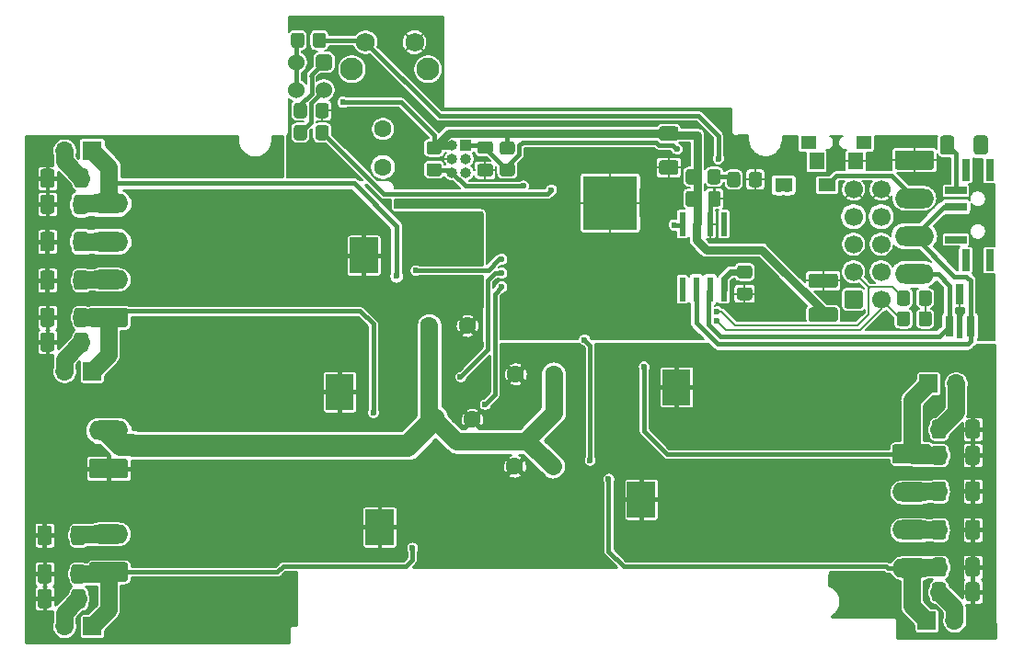
<source format=gtl>
G04 #@! TF.GenerationSoftware,KiCad,Pcbnew,(5.1.8)-1*
G04 #@! TF.CreationDate,2021-07-21T13:34:52+02:00*
G04 #@! TF.ProjectId,sensactHsLed,73656e73-6163-4744-9873-4c65642e6b69,rev?*
G04 #@! TF.SameCoordinates,Original*
G04 #@! TF.FileFunction,Copper,L1,Top*
G04 #@! TF.FilePolarity,Positive*
%FSLAX46Y46*%
G04 Gerber Fmt 4.6, Leading zero omitted, Abs format (unit mm)*
G04 Created by KiCad (PCBNEW (5.1.8)-1) date 2021-07-21 13:34:52*
%MOMM*%
%LPD*%
G01*
G04 APERTURE LIST*
G04 #@! TA.AperFunction,ComponentPad*
%ADD10C,0.100000*%
G04 #@! TD*
G04 #@! TA.AperFunction,ComponentPad*
%ADD11O,3.600000X1.800000*%
G04 #@! TD*
G04 #@! TA.AperFunction,ComponentPad*
%ADD12C,1.600000*%
G04 #@! TD*
G04 #@! TA.AperFunction,ComponentPad*
%ADD13O,1.700000X1.700000*%
G04 #@! TD*
G04 #@! TA.AperFunction,ComponentPad*
%ADD14R,1.700000X1.700000*%
G04 #@! TD*
G04 #@! TA.AperFunction,ComponentPad*
%ADD15C,1.700000*%
G04 #@! TD*
G04 #@! TA.AperFunction,SMDPad,CuDef*
%ADD16R,1.600000X1.200000*%
G04 #@! TD*
G04 #@! TA.AperFunction,SMDPad,CuDef*
%ADD17R,0.800000X2.000000*%
G04 #@! TD*
G04 #@! TA.AperFunction,SMDPad,CuDef*
%ADD18R,2.000000X0.700000*%
G04 #@! TD*
G04 #@! TA.AperFunction,ComponentPad*
%ADD19C,1.524000*%
G04 #@! TD*
G04 #@! TA.AperFunction,ComponentPad*
%ADD20R,5.000000X5.000000*%
G04 #@! TD*
G04 #@! TA.AperFunction,ComponentPad*
%ADD21O,1.000000X1.000000*%
G04 #@! TD*
G04 #@! TA.AperFunction,ComponentPad*
%ADD22R,1.000000X1.000000*%
G04 #@! TD*
G04 #@! TA.AperFunction,SMDPad,CuDef*
%ADD23R,1.400000X1.200000*%
G04 #@! TD*
G04 #@! TA.AperFunction,SMDPad,CuDef*
%ADD24R,1.400000X1.600000*%
G04 #@! TD*
G04 #@! TA.AperFunction,ComponentPad*
%ADD25C,2.100000*%
G04 #@! TD*
G04 #@! TA.AperFunction,ComponentPad*
%ADD26C,1.750000*%
G04 #@! TD*
G04 #@! TA.AperFunction,SMDPad,CuDef*
%ADD27R,0.800000X1.900000*%
G04 #@! TD*
G04 #@! TA.AperFunction,SMDPad,CuDef*
%ADD28R,0.600000X2.200000*%
G04 #@! TD*
G04 #@! TA.AperFunction,ViaPad*
%ADD29C,0.600000*%
G04 #@! TD*
G04 #@! TA.AperFunction,Conductor*
%ADD30C,0.400000*%
G04 #@! TD*
G04 #@! TA.AperFunction,Conductor*
%ADD31C,0.200000*%
G04 #@! TD*
G04 #@! TA.AperFunction,Conductor*
%ADD32C,0.800000*%
G04 #@! TD*
G04 #@! TA.AperFunction,Conductor*
%ADD33C,0.600000*%
G04 #@! TD*
G04 #@! TA.AperFunction,Conductor*
%ADD34C,1.600000*%
G04 #@! TD*
G04 #@! TA.AperFunction,Conductor*
%ADD35C,2.000000*%
G04 #@! TD*
G04 #@! TA.AperFunction,Conductor*
%ADD36C,0.100000*%
G04 #@! TD*
G04 #@! TA.AperFunction,Conductor*
%ADD37C,0.250000*%
G04 #@! TD*
G04 APERTURE END LIST*
G04 #@! TA.AperFunction,ComponentPad*
D10*
G36*
X160752000Y-143255000D02*
G01*
X160752000Y-139955000D01*
X163352000Y-139955000D01*
X163352000Y-143255000D01*
X160752000Y-143255000D01*
G37*
G04 #@! TD.AperFunction*
G04 #@! TA.AperFunction,ComponentPad*
G36*
X163990500Y-132904500D02*
G01*
X163990500Y-129604500D01*
X166590500Y-129604500D01*
X166590500Y-132904500D01*
X163990500Y-132904500D01*
G37*
G04 #@! TD.AperFunction*
G04 #@! TA.AperFunction,ComponentPad*
G36*
X139285500Y-142495000D02*
G01*
X139285500Y-145795000D01*
X136685500Y-145795000D01*
X136685500Y-142495000D01*
X139285500Y-142495000D01*
G37*
G04 #@! TD.AperFunction*
G04 #@! TA.AperFunction,ComponentPad*
G36*
X135602500Y-130049000D02*
G01*
X135602500Y-133349000D01*
X133002500Y-133349000D01*
X133002500Y-130049000D01*
X135602500Y-130049000D01*
G37*
G04 #@! TD.AperFunction*
G04 #@! TA.AperFunction,ComponentPad*
G36*
X137825000Y-117476000D02*
G01*
X137825000Y-120776000D01*
X135225000Y-120776000D01*
X135225000Y-117476000D01*
X137825000Y-117476000D01*
G37*
G04 #@! TD.AperFunction*
D11*
X187198000Y-120863000D03*
X187198000Y-117363000D03*
X187198000Y-113863000D03*
G04 #@! TA.AperFunction,ComponentPad*
G36*
G01*
X185648000Y-109463000D02*
X188748000Y-109463000D01*
G75*
G02*
X188998000Y-109713000I0J-250000D01*
G01*
X188998000Y-111013000D01*
G75*
G02*
X188748000Y-111263000I-250000J0D01*
G01*
X185648000Y-111263000D01*
G75*
G02*
X185398000Y-111013000I0J250000D01*
G01*
X185398000Y-109713000D01*
G75*
G02*
X185648000Y-109463000I250000J0D01*
G01*
G37*
G04 #@! TD.AperFunction*
D12*
X146050000Y-125603000D03*
X142550000Y-125603000D03*
X138303000Y-107498000D03*
X138303000Y-110998000D03*
D13*
X191008000Y-130937000D03*
D14*
X188468000Y-130937000D03*
D11*
X113030000Y-135255000D03*
G04 #@! TA.AperFunction,ComponentPad*
G36*
G01*
X114580000Y-139655000D02*
X111480000Y-139655000D01*
G75*
G02*
X111230000Y-139405000I0J250000D01*
G01*
X111230000Y-138105000D01*
G75*
G02*
X111480000Y-137855000I250000J0D01*
G01*
X114580000Y-137855000D01*
G75*
G02*
X114830000Y-138105000I0J-250000D01*
G01*
X114830000Y-139405000D01*
G75*
G02*
X114580000Y-139655000I-250000J0D01*
G01*
G37*
G04 #@! TD.AperFunction*
X113030000Y-144780000D03*
G04 #@! TA.AperFunction,ComponentPad*
G36*
G01*
X114580000Y-149180000D02*
X111480000Y-149180000D01*
G75*
G02*
X111230000Y-148930000I0J250000D01*
G01*
X111230000Y-147630000D01*
G75*
G02*
X111480000Y-147380000I250000J0D01*
G01*
X114580000Y-147380000D01*
G75*
G02*
X114830000Y-147630000I0J-250000D01*
G01*
X114830000Y-148930000D01*
G75*
G02*
X114580000Y-149180000I-250000J0D01*
G01*
G37*
G04 #@! TD.AperFunction*
D15*
X184150000Y-113030000D03*
X184150000Y-115570000D03*
X184150000Y-118110000D03*
X184150000Y-120650000D03*
X184150000Y-123190000D03*
X181610000Y-113030000D03*
X181610000Y-115570000D03*
X181610000Y-118110000D03*
X181610000Y-120650000D03*
G04 #@! TA.AperFunction,ComponentPad*
G36*
G01*
X180760000Y-123790000D02*
X180760000Y-122590000D01*
G75*
G02*
X181010000Y-122340000I250000J0D01*
G01*
X182210000Y-122340000D01*
G75*
G02*
X182460000Y-122590000I0J-250000D01*
G01*
X182460000Y-123790000D01*
G75*
G02*
X182210000Y-124040000I-250000J0D01*
G01*
X181010000Y-124040000D01*
G75*
G02*
X180760000Y-123790000I0J250000D01*
G01*
G37*
G04 #@! TD.AperFunction*
D16*
X179165000Y-112649000D03*
X175165000Y-112649000D03*
G04 #@! TA.AperFunction,SMDPad,CuDef*
G36*
G01*
X171977000Y-112591001D02*
X171977000Y-111690999D01*
G75*
G02*
X172226999Y-111441000I249999J0D01*
G01*
X172927001Y-111441000D01*
G75*
G02*
X173177000Y-111690999I0J-249999D01*
G01*
X173177000Y-112591001D01*
G75*
G02*
X172927001Y-112841000I-249999J0D01*
G01*
X172226999Y-112841000D01*
G75*
G02*
X171977000Y-112591001I0J249999D01*
G01*
G37*
G04 #@! TD.AperFunction*
G04 #@! TA.AperFunction,SMDPad,CuDef*
G36*
G01*
X169977000Y-112591001D02*
X169977000Y-111690999D01*
G75*
G02*
X170226999Y-111441000I249999J0D01*
G01*
X170927001Y-111441000D01*
G75*
G02*
X171177000Y-111690999I0J-249999D01*
G01*
X171177000Y-112591001D01*
G75*
G02*
X170927001Y-112841000I-249999J0D01*
G01*
X170226999Y-112841000D01*
G75*
G02*
X169977000Y-112591001I0J249999D01*
G01*
G37*
G04 #@! TD.AperFunction*
G04 #@! TA.AperFunction,SMDPad,CuDef*
G36*
G01*
X168167000Y-112337001D02*
X168167000Y-111436999D01*
G75*
G02*
X168416999Y-111187000I249999J0D01*
G01*
X169117001Y-111187000D01*
G75*
G02*
X169367000Y-111436999I0J-249999D01*
G01*
X169367000Y-112337001D01*
G75*
G02*
X169117001Y-112587000I-249999J0D01*
G01*
X168416999Y-112587000D01*
G75*
G02*
X168167000Y-112337001I0J249999D01*
G01*
G37*
G04 #@! TD.AperFunction*
G04 #@! TA.AperFunction,SMDPad,CuDef*
G36*
G01*
X166167000Y-112337001D02*
X166167000Y-111436999D01*
G75*
G02*
X166416999Y-111187000I249999J0D01*
G01*
X167117001Y-111187000D01*
G75*
G02*
X167367000Y-111436999I0J-249999D01*
G01*
X167367000Y-112337001D01*
G75*
G02*
X167117001Y-112587000I-249999J0D01*
G01*
X166416999Y-112587000D01*
G75*
G02*
X166167000Y-112337001I0J249999D01*
G01*
G37*
G04 #@! TD.AperFunction*
G04 #@! TA.AperFunction,SMDPad,CuDef*
G36*
G01*
X179916001Y-122124500D02*
X177715999Y-122124500D01*
G75*
G02*
X177466000Y-121874501I0J249999D01*
G01*
X177466000Y-121049499D01*
G75*
G02*
X177715999Y-120799500I249999J0D01*
G01*
X179916001Y-120799500D01*
G75*
G02*
X180166000Y-121049499I0J-249999D01*
G01*
X180166000Y-121874501D01*
G75*
G02*
X179916001Y-122124500I-249999J0D01*
G01*
G37*
G04 #@! TD.AperFunction*
G04 #@! TA.AperFunction,SMDPad,CuDef*
G36*
G01*
X179916001Y-125249500D02*
X177715999Y-125249500D01*
G75*
G02*
X177466000Y-124999501I0J249999D01*
G01*
X177466000Y-124174499D01*
G75*
G02*
X177715999Y-123924500I249999J0D01*
G01*
X179916001Y-123924500D01*
G75*
G02*
X180166000Y-124174499I0J-249999D01*
G01*
X180166000Y-124999501D01*
G75*
G02*
X179916001Y-125249500I-249999J0D01*
G01*
G37*
G04 #@! TD.AperFunction*
G04 #@! TA.AperFunction,SMDPad,CuDef*
G36*
G01*
X191908000Y-150739000D02*
X191908000Y-149489000D01*
G75*
G02*
X192158000Y-149239000I250000J0D01*
G01*
X192958000Y-149239000D01*
G75*
G02*
X193208000Y-149489000I0J-250000D01*
G01*
X193208000Y-150739000D01*
G75*
G02*
X192958000Y-150989000I-250000J0D01*
G01*
X192158000Y-150989000D01*
G75*
G02*
X191908000Y-150739000I0J250000D01*
G01*
G37*
G04 #@! TD.AperFunction*
G04 #@! TA.AperFunction,SMDPad,CuDef*
G36*
G01*
X188808000Y-150739000D02*
X188808000Y-149489000D01*
G75*
G02*
X189058000Y-149239000I250000J0D01*
G01*
X189858000Y-149239000D01*
G75*
G02*
X190108000Y-149489000I0J-250000D01*
G01*
X190108000Y-150739000D01*
G75*
G02*
X189858000Y-150989000I-250000J0D01*
G01*
X189058000Y-150989000D01*
G75*
G02*
X188808000Y-150739000I0J250000D01*
G01*
G37*
G04 #@! TD.AperFunction*
G04 #@! TA.AperFunction,SMDPad,CuDef*
G36*
G01*
X191908000Y-148453000D02*
X191908000Y-147203000D01*
G75*
G02*
X192158000Y-146953000I250000J0D01*
G01*
X192958000Y-146953000D01*
G75*
G02*
X193208000Y-147203000I0J-250000D01*
G01*
X193208000Y-148453000D01*
G75*
G02*
X192958000Y-148703000I-250000J0D01*
G01*
X192158000Y-148703000D01*
G75*
G02*
X191908000Y-148453000I0J250000D01*
G01*
G37*
G04 #@! TD.AperFunction*
G04 #@! TA.AperFunction,SMDPad,CuDef*
G36*
G01*
X188808000Y-148453000D02*
X188808000Y-147203000D01*
G75*
G02*
X189058000Y-146953000I250000J0D01*
G01*
X189858000Y-146953000D01*
G75*
G02*
X190108000Y-147203000I0J-250000D01*
G01*
X190108000Y-148453000D01*
G75*
G02*
X189858000Y-148703000I-250000J0D01*
G01*
X189058000Y-148703000D01*
G75*
G02*
X188808000Y-148453000I0J250000D01*
G01*
G37*
G04 #@! TD.AperFunction*
G04 #@! TA.AperFunction,SMDPad,CuDef*
G36*
G01*
X191908000Y-135753000D02*
X191908000Y-134503000D01*
G75*
G02*
X192158000Y-134253000I250000J0D01*
G01*
X192958000Y-134253000D01*
G75*
G02*
X193208000Y-134503000I0J-250000D01*
G01*
X193208000Y-135753000D01*
G75*
G02*
X192958000Y-136003000I-250000J0D01*
G01*
X192158000Y-136003000D01*
G75*
G02*
X191908000Y-135753000I0J250000D01*
G01*
G37*
G04 #@! TD.AperFunction*
G04 #@! TA.AperFunction,SMDPad,CuDef*
G36*
G01*
X188808000Y-135753000D02*
X188808000Y-134503000D01*
G75*
G02*
X189058000Y-134253000I250000J0D01*
G01*
X189858000Y-134253000D01*
G75*
G02*
X190108000Y-134503000I0J-250000D01*
G01*
X190108000Y-135753000D01*
G75*
G02*
X189858000Y-136003000I-250000J0D01*
G01*
X189058000Y-136003000D01*
G75*
G02*
X188808000Y-135753000I0J250000D01*
G01*
G37*
G04 #@! TD.AperFunction*
G04 #@! TA.AperFunction,SMDPad,CuDef*
G36*
G01*
X191908000Y-138166000D02*
X191908000Y-136916000D01*
G75*
G02*
X192158000Y-136666000I250000J0D01*
G01*
X192958000Y-136666000D01*
G75*
G02*
X193208000Y-136916000I0J-250000D01*
G01*
X193208000Y-138166000D01*
G75*
G02*
X192958000Y-138416000I-250000J0D01*
G01*
X192158000Y-138416000D01*
G75*
G02*
X191908000Y-138166000I0J250000D01*
G01*
G37*
G04 #@! TD.AperFunction*
G04 #@! TA.AperFunction,SMDPad,CuDef*
G36*
G01*
X188808000Y-138166000D02*
X188808000Y-136916000D01*
G75*
G02*
X189058000Y-136666000I250000J0D01*
G01*
X189858000Y-136666000D01*
G75*
G02*
X190108000Y-136916000I0J-250000D01*
G01*
X190108000Y-138166000D01*
G75*
G02*
X189858000Y-138416000I-250000J0D01*
G01*
X189058000Y-138416000D01*
G75*
G02*
X188808000Y-138166000I0J250000D01*
G01*
G37*
G04 #@! TD.AperFunction*
G04 #@! TA.AperFunction,SMDPad,CuDef*
G36*
G01*
X107812000Y-150124000D02*
X107812000Y-151374000D01*
G75*
G02*
X107562000Y-151624000I-250000J0D01*
G01*
X106762000Y-151624000D01*
G75*
G02*
X106512000Y-151374000I0J250000D01*
G01*
X106512000Y-150124000D01*
G75*
G02*
X106762000Y-149874000I250000J0D01*
G01*
X107562000Y-149874000D01*
G75*
G02*
X107812000Y-150124000I0J-250000D01*
G01*
G37*
G04 #@! TD.AperFunction*
G04 #@! TA.AperFunction,SMDPad,CuDef*
G36*
G01*
X110912000Y-150124000D02*
X110912000Y-151374000D01*
G75*
G02*
X110662000Y-151624000I-250000J0D01*
G01*
X109862000Y-151624000D01*
G75*
G02*
X109612000Y-151374000I0J250000D01*
G01*
X109612000Y-150124000D01*
G75*
G02*
X109862000Y-149874000I250000J0D01*
G01*
X110662000Y-149874000D01*
G75*
G02*
X110912000Y-150124000I0J-250000D01*
G01*
G37*
G04 #@! TD.AperFunction*
G04 #@! TA.AperFunction,SMDPad,CuDef*
G36*
G01*
X107812000Y-147838000D02*
X107812000Y-149088000D01*
G75*
G02*
X107562000Y-149338000I-250000J0D01*
G01*
X106762000Y-149338000D01*
G75*
G02*
X106512000Y-149088000I0J250000D01*
G01*
X106512000Y-147838000D01*
G75*
G02*
X106762000Y-147588000I250000J0D01*
G01*
X107562000Y-147588000D01*
G75*
G02*
X107812000Y-147838000I0J-250000D01*
G01*
G37*
G04 #@! TD.AperFunction*
G04 #@! TA.AperFunction,SMDPad,CuDef*
G36*
G01*
X110912000Y-147838000D02*
X110912000Y-149088000D01*
G75*
G02*
X110662000Y-149338000I-250000J0D01*
G01*
X109862000Y-149338000D01*
G75*
G02*
X109612000Y-149088000I0J250000D01*
G01*
X109612000Y-147838000D01*
G75*
G02*
X109862000Y-147588000I250000J0D01*
G01*
X110662000Y-147588000D01*
G75*
G02*
X110912000Y-147838000I0J-250000D01*
G01*
G37*
G04 #@! TD.AperFunction*
G04 #@! TA.AperFunction,SMDPad,CuDef*
G36*
G01*
X108066000Y-126502000D02*
X108066000Y-127752000D01*
G75*
G02*
X107816000Y-128002000I-250000J0D01*
G01*
X107016000Y-128002000D01*
G75*
G02*
X106766000Y-127752000I0J250000D01*
G01*
X106766000Y-126502000D01*
G75*
G02*
X107016000Y-126252000I250000J0D01*
G01*
X107816000Y-126252000D01*
G75*
G02*
X108066000Y-126502000I0J-250000D01*
G01*
G37*
G04 #@! TD.AperFunction*
G04 #@! TA.AperFunction,SMDPad,CuDef*
G36*
G01*
X111166000Y-126502000D02*
X111166000Y-127752000D01*
G75*
G02*
X110916000Y-128002000I-250000J0D01*
G01*
X110116000Y-128002000D01*
G75*
G02*
X109866000Y-127752000I0J250000D01*
G01*
X109866000Y-126502000D01*
G75*
G02*
X110116000Y-126252000I250000J0D01*
G01*
X110916000Y-126252000D01*
G75*
G02*
X111166000Y-126502000I0J-250000D01*
G01*
G37*
G04 #@! TD.AperFunction*
G04 #@! TA.AperFunction,SMDPad,CuDef*
G36*
G01*
X108066000Y-124216000D02*
X108066000Y-125466000D01*
G75*
G02*
X107816000Y-125716000I-250000J0D01*
G01*
X107016000Y-125716000D01*
G75*
G02*
X106766000Y-125466000I0J250000D01*
G01*
X106766000Y-124216000D01*
G75*
G02*
X107016000Y-123966000I250000J0D01*
G01*
X107816000Y-123966000D01*
G75*
G02*
X108066000Y-124216000I0J-250000D01*
G01*
G37*
G04 #@! TD.AperFunction*
G04 #@! TA.AperFunction,SMDPad,CuDef*
G36*
G01*
X111166000Y-124216000D02*
X111166000Y-125466000D01*
G75*
G02*
X110916000Y-125716000I-250000J0D01*
G01*
X110116000Y-125716000D01*
G75*
G02*
X109866000Y-125466000I0J250000D01*
G01*
X109866000Y-124216000D01*
G75*
G02*
X110116000Y-123966000I250000J0D01*
G01*
X110916000Y-123966000D01*
G75*
G02*
X111166000Y-124216000I0J-250000D01*
G01*
G37*
G04 #@! TD.AperFunction*
G04 #@! TA.AperFunction,SMDPad,CuDef*
G36*
G01*
X108066000Y-111389000D02*
X108066000Y-112639000D01*
G75*
G02*
X107816000Y-112889000I-250000J0D01*
G01*
X107016000Y-112889000D01*
G75*
G02*
X106766000Y-112639000I0J250000D01*
G01*
X106766000Y-111389000D01*
G75*
G02*
X107016000Y-111139000I250000J0D01*
G01*
X107816000Y-111139000D01*
G75*
G02*
X108066000Y-111389000I0J-250000D01*
G01*
G37*
G04 #@! TD.AperFunction*
G04 #@! TA.AperFunction,SMDPad,CuDef*
G36*
G01*
X111166000Y-111389000D02*
X111166000Y-112639000D01*
G75*
G02*
X110916000Y-112889000I-250000J0D01*
G01*
X110116000Y-112889000D01*
G75*
G02*
X109866000Y-112639000I0J250000D01*
G01*
X109866000Y-111389000D01*
G75*
G02*
X110116000Y-111139000I250000J0D01*
G01*
X110916000Y-111139000D01*
G75*
G02*
X111166000Y-111389000I0J-250000D01*
G01*
G37*
G04 #@! TD.AperFunction*
G04 #@! TA.AperFunction,SMDPad,CuDef*
G36*
G01*
X108066000Y-113802000D02*
X108066000Y-115052000D01*
G75*
G02*
X107816000Y-115302000I-250000J0D01*
G01*
X107016000Y-115302000D01*
G75*
G02*
X106766000Y-115052000I0J250000D01*
G01*
X106766000Y-113802000D01*
G75*
G02*
X107016000Y-113552000I250000J0D01*
G01*
X107816000Y-113552000D01*
G75*
G02*
X108066000Y-113802000I0J-250000D01*
G01*
G37*
G04 #@! TD.AperFunction*
G04 #@! TA.AperFunction,SMDPad,CuDef*
G36*
G01*
X111166000Y-113802000D02*
X111166000Y-115052000D01*
G75*
G02*
X110916000Y-115302000I-250000J0D01*
G01*
X110116000Y-115302000D01*
G75*
G02*
X109866000Y-115052000I0J250000D01*
G01*
X109866000Y-113802000D01*
G75*
G02*
X110116000Y-113552000I250000J0D01*
G01*
X110916000Y-113552000D01*
G75*
G02*
X111166000Y-113802000I0J-250000D01*
G01*
G37*
G04 #@! TD.AperFunction*
D13*
X190881000Y-152781000D03*
D14*
X188341000Y-152781000D03*
D13*
X108966000Y-153289000D03*
D14*
X111506000Y-153289000D03*
D13*
X108966000Y-129794000D03*
D14*
X111506000Y-129794000D03*
D13*
X108966000Y-109474000D03*
D14*
X111506000Y-109474000D03*
D12*
X150424000Y-138557000D03*
X153924000Y-138557000D03*
X150495000Y-130048000D03*
X153995000Y-130048000D03*
X146502000Y-134239000D03*
X143002000Y-134239000D03*
G04 #@! TA.AperFunction,SMDPad,CuDef*
G36*
G01*
X186798000Y-124517999D02*
X186798000Y-125418001D01*
G75*
G02*
X186548001Y-125668000I-249999J0D01*
G01*
X185847999Y-125668000D01*
G75*
G02*
X185598000Y-125418001I0J249999D01*
G01*
X185598000Y-124517999D01*
G75*
G02*
X185847999Y-124268000I249999J0D01*
G01*
X186548001Y-124268000D01*
G75*
G02*
X186798000Y-124517999I0J-249999D01*
G01*
G37*
G04 #@! TD.AperFunction*
G04 #@! TA.AperFunction,SMDPad,CuDef*
G36*
G01*
X188798000Y-124517999D02*
X188798000Y-125418001D01*
G75*
G02*
X188548001Y-125668000I-249999J0D01*
G01*
X187847999Y-125668000D01*
G75*
G02*
X187598000Y-125418001I0J249999D01*
G01*
X187598000Y-124517999D01*
G75*
G02*
X187847999Y-124268000I249999J0D01*
G01*
X188548001Y-124268000D01*
G75*
G02*
X188798000Y-124517999I0J-249999D01*
G01*
G37*
G04 #@! TD.AperFunction*
G04 #@! TA.AperFunction,SMDPad,CuDef*
G36*
G01*
X108066000Y-117205999D02*
X108066000Y-118506001D01*
G75*
G02*
X107816001Y-118756000I-249999J0D01*
G01*
X106990999Y-118756000D01*
G75*
G02*
X106741000Y-118506001I0J249999D01*
G01*
X106741000Y-117205999D01*
G75*
G02*
X106990999Y-116956000I249999J0D01*
G01*
X107816001Y-116956000D01*
G75*
G02*
X108066000Y-117205999I0J-249999D01*
G01*
G37*
G04 #@! TD.AperFunction*
G04 #@! TA.AperFunction,SMDPad,CuDef*
G36*
G01*
X111191000Y-117205999D02*
X111191000Y-118506001D01*
G75*
G02*
X110941001Y-118756000I-249999J0D01*
G01*
X110115999Y-118756000D01*
G75*
G02*
X109866000Y-118506001I0J249999D01*
G01*
X109866000Y-117205999D01*
G75*
G02*
X110115999Y-116956000I249999J0D01*
G01*
X110941001Y-116956000D01*
G75*
G02*
X111191000Y-117205999I0J-249999D01*
G01*
G37*
G04 #@! TD.AperFunction*
G04 #@! TA.AperFunction,SMDPad,CuDef*
G36*
G01*
X108066000Y-120761999D02*
X108066000Y-122062001D01*
G75*
G02*
X107816001Y-122312000I-249999J0D01*
G01*
X106990999Y-122312000D01*
G75*
G02*
X106741000Y-122062001I0J249999D01*
G01*
X106741000Y-120761999D01*
G75*
G02*
X106990999Y-120512000I249999J0D01*
G01*
X107816001Y-120512000D01*
G75*
G02*
X108066000Y-120761999I0J-249999D01*
G01*
G37*
G04 #@! TD.AperFunction*
G04 #@! TA.AperFunction,SMDPad,CuDef*
G36*
G01*
X111191000Y-120761999D02*
X111191000Y-122062001D01*
G75*
G02*
X110941001Y-122312000I-249999J0D01*
G01*
X110115999Y-122312000D01*
G75*
G02*
X109866000Y-122062001I0J249999D01*
G01*
X109866000Y-120761999D01*
G75*
G02*
X110115999Y-120512000I249999J0D01*
G01*
X110941001Y-120512000D01*
G75*
G02*
X111191000Y-120761999I0J-249999D01*
G01*
G37*
G04 #@! TD.AperFunction*
G04 #@! TA.AperFunction,SMDPad,CuDef*
G36*
G01*
X107812000Y-144256999D02*
X107812000Y-145557001D01*
G75*
G02*
X107562001Y-145807000I-249999J0D01*
G01*
X106736999Y-145807000D01*
G75*
G02*
X106487000Y-145557001I0J249999D01*
G01*
X106487000Y-144256999D01*
G75*
G02*
X106736999Y-144007000I249999J0D01*
G01*
X107562001Y-144007000D01*
G75*
G02*
X107812000Y-144256999I0J-249999D01*
G01*
G37*
G04 #@! TD.AperFunction*
G04 #@! TA.AperFunction,SMDPad,CuDef*
G36*
G01*
X110937000Y-144256999D02*
X110937000Y-145557001D01*
G75*
G02*
X110687001Y-145807000I-249999J0D01*
G01*
X109861999Y-145807000D01*
G75*
G02*
X109612000Y-145557001I0J249999D01*
G01*
X109612000Y-144256999D01*
G75*
G02*
X109861999Y-144007000I249999J0D01*
G01*
X110687001Y-144007000D01*
G75*
G02*
X110937000Y-144256999I0J-249999D01*
G01*
G37*
G04 #@! TD.AperFunction*
D11*
X113030000Y-114341000D03*
X113030000Y-117841000D03*
X113030000Y-121341000D03*
G04 #@! TA.AperFunction,ComponentPad*
G36*
G01*
X114580000Y-125741000D02*
X111480000Y-125741000D01*
G75*
G02*
X111230000Y-125491000I0J250000D01*
G01*
X111230000Y-124191000D01*
G75*
G02*
X111480000Y-123941000I250000J0D01*
G01*
X114580000Y-123941000D01*
G75*
G02*
X114830000Y-124191000I0J-250000D01*
G01*
X114830000Y-125491000D01*
G75*
G02*
X114580000Y-125741000I-250000J0D01*
G01*
G37*
G04 #@! TD.AperFunction*
G04 #@! TA.AperFunction,SMDPad,CuDef*
G36*
G01*
X191908000Y-141493001D02*
X191908000Y-140192999D01*
G75*
G02*
X192157999Y-139943000I249999J0D01*
G01*
X192983001Y-139943000D01*
G75*
G02*
X193233000Y-140192999I0J-249999D01*
G01*
X193233000Y-141493001D01*
G75*
G02*
X192983001Y-141743000I-249999J0D01*
G01*
X192157999Y-141743000D01*
G75*
G02*
X191908000Y-141493001I0J249999D01*
G01*
G37*
G04 #@! TD.AperFunction*
G04 #@! TA.AperFunction,SMDPad,CuDef*
G36*
G01*
X188783000Y-141493001D02*
X188783000Y-140192999D01*
G75*
G02*
X189032999Y-139943000I249999J0D01*
G01*
X189858001Y-139943000D01*
G75*
G02*
X190108000Y-140192999I0J-249999D01*
G01*
X190108000Y-141493001D01*
G75*
G02*
X189858001Y-141743000I-249999J0D01*
G01*
X189032999Y-141743000D01*
G75*
G02*
X188783000Y-141493001I0J249999D01*
G01*
G37*
G04 #@! TD.AperFunction*
G04 #@! TA.AperFunction,SMDPad,CuDef*
G36*
G01*
X191908000Y-145049001D02*
X191908000Y-143748999D01*
G75*
G02*
X192157999Y-143499000I249999J0D01*
G01*
X192983001Y-143499000D01*
G75*
G02*
X193233000Y-143748999I0J-249999D01*
G01*
X193233000Y-145049001D01*
G75*
G02*
X192983001Y-145299000I-249999J0D01*
G01*
X192157999Y-145299000D01*
G75*
G02*
X191908000Y-145049001I0J249999D01*
G01*
G37*
G04 #@! TD.AperFunction*
G04 #@! TA.AperFunction,SMDPad,CuDef*
G36*
G01*
X188783000Y-145049001D02*
X188783000Y-143748999D01*
G75*
G02*
X189032999Y-143499000I249999J0D01*
G01*
X189858001Y-143499000D01*
G75*
G02*
X190108000Y-143748999I0J-249999D01*
G01*
X190108000Y-145049001D01*
G75*
G02*
X189858001Y-145299000I-249999J0D01*
G01*
X189032999Y-145299000D01*
G75*
G02*
X188783000Y-145049001I0J249999D01*
G01*
G37*
G04 #@! TD.AperFunction*
X186944000Y-147914000D03*
X186944000Y-144414000D03*
X186944000Y-140914000D03*
G04 #@! TA.AperFunction,ComponentPad*
G36*
G01*
X185394000Y-136514000D02*
X188494000Y-136514000D01*
G75*
G02*
X188744000Y-136764000I0J-250000D01*
G01*
X188744000Y-138064000D01*
G75*
G02*
X188494000Y-138314000I-250000J0D01*
G01*
X185394000Y-138314000D01*
G75*
G02*
X185144000Y-138064000I0J250000D01*
G01*
X185144000Y-136764000D01*
G75*
G02*
X185394000Y-136514000I250000J0D01*
G01*
G37*
G04 #@! TD.AperFunction*
D17*
X191930000Y-119569000D03*
X191930000Y-111269000D03*
X194140000Y-111269000D03*
X194140000Y-119569000D03*
D18*
X191030000Y-113169000D03*
X191030000Y-114669000D03*
X191030000Y-117669000D03*
D19*
X130330000Y-103886000D03*
X132870000Y-103886000D03*
X130330000Y-101346000D03*
G04 #@! TA.AperFunction,ComponentPad*
G36*
G01*
X132108000Y-101727000D02*
X132108000Y-100965000D01*
G75*
G02*
X132489000Y-100584000I381000J0D01*
G01*
X133251000Y-100584000D01*
G75*
G02*
X133632000Y-100965000I0J-381000D01*
G01*
X133632000Y-101727000D01*
G75*
G02*
X133251000Y-102108000I-381000J0D01*
G01*
X132489000Y-102108000D01*
G75*
G02*
X132108000Y-101727000I0J381000D01*
G01*
G37*
G04 #@! TD.AperFunction*
D20*
X159225000Y-114300000D03*
D21*
X144653000Y-111506000D03*
X145923000Y-111506000D03*
X144653000Y-110236000D03*
X145923000Y-110236000D03*
X144653000Y-108966000D03*
D22*
X145923000Y-108966000D03*
D23*
X182550000Y-108750000D03*
D24*
X181800000Y-110450000D03*
D23*
X177450000Y-108750000D03*
D24*
X178200000Y-110450000D03*
D25*
X142450000Y-101990000D03*
D26*
X141200000Y-99500000D03*
X136700000Y-99500000D03*
D25*
X135440000Y-101990000D03*
G04 #@! TA.AperFunction,SMDPad,CuDef*
G36*
G01*
X132099000Y-106241001D02*
X132099000Y-105340999D01*
G75*
G02*
X132348999Y-105091000I249999J0D01*
G01*
X133049001Y-105091000D01*
G75*
G02*
X133299000Y-105340999I0J-249999D01*
G01*
X133299000Y-106241001D01*
G75*
G02*
X133049001Y-106491000I-249999J0D01*
G01*
X132348999Y-106491000D01*
G75*
G02*
X132099000Y-106241001I0J249999D01*
G01*
G37*
G04 #@! TD.AperFunction*
G04 #@! TA.AperFunction,SMDPad,CuDef*
G36*
G01*
X130099000Y-106241001D02*
X130099000Y-105340999D01*
G75*
G02*
X130348999Y-105091000I249999J0D01*
G01*
X131049001Y-105091000D01*
G75*
G02*
X131299000Y-105340999I0J-249999D01*
G01*
X131299000Y-106241001D01*
G75*
G02*
X131049001Y-106491000I-249999J0D01*
G01*
X130348999Y-106491000D01*
G75*
G02*
X130099000Y-106241001I0J249999D01*
G01*
G37*
G04 #@! TD.AperFunction*
G04 #@! TA.AperFunction,SMDPad,CuDef*
G36*
G01*
X132099000Y-108273001D02*
X132099000Y-107372999D01*
G75*
G02*
X132348999Y-107123000I249999J0D01*
G01*
X133049001Y-107123000D01*
G75*
G02*
X133299000Y-107372999I0J-249999D01*
G01*
X133299000Y-108273001D01*
G75*
G02*
X133049001Y-108523000I-249999J0D01*
G01*
X132348999Y-108523000D01*
G75*
G02*
X132099000Y-108273001I0J249999D01*
G01*
G37*
G04 #@! TD.AperFunction*
G04 #@! TA.AperFunction,SMDPad,CuDef*
G36*
G01*
X130099000Y-108273001D02*
X130099000Y-107372999D01*
G75*
G02*
X130348999Y-107123000I249999J0D01*
G01*
X131049001Y-107123000D01*
G75*
G02*
X131299000Y-107372999I0J-249999D01*
G01*
X131299000Y-108273001D01*
G75*
G02*
X131049001Y-108523000I-249999J0D01*
G01*
X130348999Y-108523000D01*
G75*
G02*
X130099000Y-108273001I0J249999D01*
G01*
G37*
G04 #@! TD.AperFunction*
G04 #@! TA.AperFunction,SMDPad,CuDef*
G36*
G01*
X131845000Y-99764001D02*
X131845000Y-98863999D01*
G75*
G02*
X132094999Y-98614000I249999J0D01*
G01*
X132795001Y-98614000D01*
G75*
G02*
X133045000Y-98863999I0J-249999D01*
G01*
X133045000Y-99764001D01*
G75*
G02*
X132795001Y-100014000I-249999J0D01*
G01*
X132094999Y-100014000D01*
G75*
G02*
X131845000Y-99764001I0J249999D01*
G01*
G37*
G04 #@! TD.AperFunction*
G04 #@! TA.AperFunction,SMDPad,CuDef*
G36*
G01*
X129845000Y-99764001D02*
X129845000Y-98863999D01*
G75*
G02*
X130094999Y-98614000I249999J0D01*
G01*
X130795001Y-98614000D01*
G75*
G02*
X131045000Y-98863999I0J-249999D01*
G01*
X131045000Y-99764001D01*
G75*
G02*
X130795001Y-100014000I-249999J0D01*
G01*
X130094999Y-100014000D01*
G75*
G02*
X129845000Y-99764001I0J249999D01*
G01*
G37*
G04 #@! TD.AperFunction*
D27*
X191389000Y-122706000D03*
X192339000Y-125706000D03*
X190439000Y-125706000D03*
G04 #@! TA.AperFunction,SMDPad,CuDef*
G36*
G01*
X149282999Y-110652000D02*
X150183001Y-110652000D01*
G75*
G02*
X150433000Y-110901999I0J-249999D01*
G01*
X150433000Y-111602001D01*
G75*
G02*
X150183001Y-111852000I-249999J0D01*
G01*
X149282999Y-111852000D01*
G75*
G02*
X149033000Y-111602001I0J249999D01*
G01*
X149033000Y-110901999D01*
G75*
G02*
X149282999Y-110652000I249999J0D01*
G01*
G37*
G04 #@! TD.AperFunction*
G04 #@! TA.AperFunction,SMDPad,CuDef*
G36*
G01*
X149282999Y-108652000D02*
X150183001Y-108652000D01*
G75*
G02*
X150433000Y-108901999I0J-249999D01*
G01*
X150433000Y-109602001D01*
G75*
G02*
X150183001Y-109852000I-249999J0D01*
G01*
X149282999Y-109852000D01*
G75*
G02*
X149033000Y-109602001I0J249999D01*
G01*
X149033000Y-108901999D01*
G75*
G02*
X149282999Y-108652000I249999J0D01*
G01*
G37*
G04 #@! TD.AperFunction*
G04 #@! TA.AperFunction,SMDPad,CuDef*
G36*
G01*
X147226000Y-110686000D02*
X148176000Y-110686000D01*
G75*
G02*
X148426000Y-110936000I0J-250000D01*
G01*
X148426000Y-111611000D01*
G75*
G02*
X148176000Y-111861000I-250000J0D01*
G01*
X147226000Y-111861000D01*
G75*
G02*
X146976000Y-111611000I0J250000D01*
G01*
X146976000Y-110936000D01*
G75*
G02*
X147226000Y-110686000I250000J0D01*
G01*
G37*
G04 #@! TD.AperFunction*
G04 #@! TA.AperFunction,SMDPad,CuDef*
G36*
G01*
X147226000Y-108611000D02*
X148176000Y-108611000D01*
G75*
G02*
X148426000Y-108861000I0J-250000D01*
G01*
X148426000Y-109536000D01*
G75*
G02*
X148176000Y-109786000I-250000J0D01*
G01*
X147226000Y-109786000D01*
G75*
G02*
X146976000Y-109536000I0J250000D01*
G01*
X146976000Y-108861000D01*
G75*
G02*
X147226000Y-108611000I250000J0D01*
G01*
G37*
G04 #@! TD.AperFunction*
G04 #@! TA.AperFunction,SMDPad,CuDef*
G36*
G01*
X142551999Y-110636000D02*
X143452001Y-110636000D01*
G75*
G02*
X143702000Y-110885999I0J-249999D01*
G01*
X143702000Y-111586001D01*
G75*
G02*
X143452001Y-111836000I-249999J0D01*
G01*
X142551999Y-111836000D01*
G75*
G02*
X142302000Y-111586001I0J249999D01*
G01*
X142302000Y-110885999D01*
G75*
G02*
X142551999Y-110636000I249999J0D01*
G01*
G37*
G04 #@! TD.AperFunction*
G04 #@! TA.AperFunction,SMDPad,CuDef*
G36*
G01*
X142551999Y-108636000D02*
X143452001Y-108636000D01*
G75*
G02*
X143702000Y-108885999I0J-249999D01*
G01*
X143702000Y-109586001D01*
G75*
G02*
X143452001Y-109836000I-249999J0D01*
G01*
X142551999Y-109836000D01*
G75*
G02*
X142302000Y-109586001I0J249999D01*
G01*
X142302000Y-108885999D01*
G75*
G02*
X142551999Y-108636000I249999J0D01*
G01*
G37*
G04 #@! TD.AperFunction*
G04 #@! TA.AperFunction,SMDPad,CuDef*
G36*
G01*
X192670000Y-109591000D02*
X192670000Y-108341000D01*
G75*
G02*
X192920000Y-108091000I250000J0D01*
G01*
X193720000Y-108091000D01*
G75*
G02*
X193970000Y-108341000I0J-250000D01*
G01*
X193970000Y-109591000D01*
G75*
G02*
X193720000Y-109841000I-250000J0D01*
G01*
X192920000Y-109841000D01*
G75*
G02*
X192670000Y-109591000I0J250000D01*
G01*
G37*
G04 #@! TD.AperFunction*
G04 #@! TA.AperFunction,SMDPad,CuDef*
G36*
G01*
X189570000Y-109591000D02*
X189570000Y-108341000D01*
G75*
G02*
X189820000Y-108091000I250000J0D01*
G01*
X190620000Y-108091000D01*
G75*
G02*
X190870000Y-108341000I0J-250000D01*
G01*
X190870000Y-109591000D01*
G75*
G02*
X190620000Y-109841000I-250000J0D01*
G01*
X189820000Y-109841000D01*
G75*
G02*
X189570000Y-109591000I0J250000D01*
G01*
G37*
G04 #@! TD.AperFunction*
G04 #@! TA.AperFunction,SMDPad,CuDef*
G36*
G01*
X171126999Y-122066000D02*
X172027001Y-122066000D01*
G75*
G02*
X172277000Y-122315999I0J-249999D01*
G01*
X172277000Y-123016001D01*
G75*
G02*
X172027001Y-123266000I-249999J0D01*
G01*
X171126999Y-123266000D01*
G75*
G02*
X170877000Y-123016001I0J249999D01*
G01*
X170877000Y-122315999D01*
G75*
G02*
X171126999Y-122066000I249999J0D01*
G01*
G37*
G04 #@! TD.AperFunction*
G04 #@! TA.AperFunction,SMDPad,CuDef*
G36*
G01*
X171126999Y-120066000D02*
X172027001Y-120066000D01*
G75*
G02*
X172277000Y-120315999I0J-249999D01*
G01*
X172277000Y-121016001D01*
G75*
G02*
X172027001Y-121266000I-249999J0D01*
G01*
X171126999Y-121266000D01*
G75*
G02*
X170877000Y-121016001I0J249999D01*
G01*
X170877000Y-120315999D01*
G75*
G02*
X171126999Y-120066000I249999J0D01*
G01*
G37*
G04 #@! TD.AperFunction*
G04 #@! TA.AperFunction,SMDPad,CuDef*
G36*
G01*
X186798000Y-122612999D02*
X186798000Y-123513001D01*
G75*
G02*
X186548001Y-123763000I-249999J0D01*
G01*
X185847999Y-123763000D01*
G75*
G02*
X185598000Y-123513001I0J249999D01*
G01*
X185598000Y-122612999D01*
G75*
G02*
X185847999Y-122363000I249999J0D01*
G01*
X186548001Y-122363000D01*
G75*
G02*
X186798000Y-122612999I0J-249999D01*
G01*
G37*
G04 #@! TD.AperFunction*
G04 #@! TA.AperFunction,SMDPad,CuDef*
G36*
G01*
X188798000Y-122612999D02*
X188798000Y-123513001D01*
G75*
G02*
X188548001Y-123763000I-249999J0D01*
G01*
X187847999Y-123763000D01*
G75*
G02*
X187598000Y-123513001I0J249999D01*
G01*
X187598000Y-122612999D01*
G75*
G02*
X187847999Y-122363000I249999J0D01*
G01*
X188548001Y-122363000D01*
G75*
G02*
X188798000Y-122612999I0J-249999D01*
G01*
G37*
G04 #@! TD.AperFunction*
G04 #@! TA.AperFunction,SMDPad,CuDef*
G36*
G01*
X163941999Y-110374000D02*
X165242001Y-110374000D01*
G75*
G02*
X165492000Y-110623999I0J-249999D01*
G01*
X165492000Y-111449001D01*
G75*
G02*
X165242001Y-111699000I-249999J0D01*
G01*
X163941999Y-111699000D01*
G75*
G02*
X163692000Y-111449001I0J249999D01*
G01*
X163692000Y-110623999D01*
G75*
G02*
X163941999Y-110374000I249999J0D01*
G01*
G37*
G04 #@! TD.AperFunction*
G04 #@! TA.AperFunction,SMDPad,CuDef*
G36*
G01*
X163941999Y-107249000D02*
X165242001Y-107249000D01*
G75*
G02*
X165492000Y-107498999I0J-249999D01*
G01*
X165492000Y-108324001D01*
G75*
G02*
X165242001Y-108574000I-249999J0D01*
G01*
X163941999Y-108574000D01*
G75*
G02*
X163692000Y-108324001I0J249999D01*
G01*
X163692000Y-107498999D01*
G75*
G02*
X163941999Y-107249000I249999J0D01*
G01*
G37*
G04 #@! TD.AperFunction*
G04 #@! TA.AperFunction,SMDPad,CuDef*
G36*
G01*
X168217000Y-114394000D02*
X168217000Y-113444000D01*
G75*
G02*
X168467000Y-113194000I250000J0D01*
G01*
X169142000Y-113194000D01*
G75*
G02*
X169392000Y-113444000I0J-250000D01*
G01*
X169392000Y-114394000D01*
G75*
G02*
X169142000Y-114644000I-250000J0D01*
G01*
X168467000Y-114644000D01*
G75*
G02*
X168217000Y-114394000I0J250000D01*
G01*
G37*
G04 #@! TD.AperFunction*
G04 #@! TA.AperFunction,SMDPad,CuDef*
G36*
G01*
X166142000Y-114394000D02*
X166142000Y-113444000D01*
G75*
G02*
X166392000Y-113194000I250000J0D01*
G01*
X167067000Y-113194000D01*
G75*
G02*
X167317000Y-113444000I0J-250000D01*
G01*
X167317000Y-114394000D01*
G75*
G02*
X167067000Y-114644000I-250000J0D01*
G01*
X166392000Y-114644000D01*
G75*
G02*
X166142000Y-114394000I0J250000D01*
G01*
G37*
G04 #@! TD.AperFunction*
D28*
X169672000Y-122253000D03*
X168402000Y-122253000D03*
X167132000Y-122253000D03*
X165862000Y-122253000D03*
X165862000Y-116253000D03*
X167132000Y-116253000D03*
X168402000Y-116253000D03*
X169672000Y-116253000D03*
D29*
X171577000Y-122707400D03*
X191389000Y-122174000D03*
X191389000Y-123317000D03*
X137160000Y-101346000D03*
X183413400Y-125780800D03*
X150622000Y-124841000D03*
X131286000Y-111252000D03*
X174752000Y-113030000D03*
X175514000Y-113030000D03*
X188198000Y-124968000D03*
X178085000Y-124429000D03*
X178974000Y-124429000D03*
X179863000Y-124429000D03*
X167225000Y-108070000D03*
X134620000Y-105029000D03*
X193294000Y-108966000D03*
X169034084Y-125123006D03*
X169037000Y-124333000D03*
X169672000Y-116253000D03*
X165100000Y-116332000D03*
X178200016Y-110450000D03*
X165361004Y-109340000D03*
X169164000Y-110235996D03*
X153797000Y-113131600D03*
X151206200Y-112750600D03*
X139525000Y-121031000D03*
X170577000Y-112141000D03*
X137388600Y-133604000D03*
X140985500Y-146050000D03*
X159052000Y-139700000D03*
X162290500Y-129349500D03*
X141300200Y-120497600D03*
X149225000Y-119500000D03*
X149225000Y-120770000D03*
X145415000Y-130302000D03*
X147675600Y-132842000D03*
X149225000Y-122040000D03*
X157327600Y-137998200D03*
X156845000Y-126923800D03*
D30*
X168402000Y-114321500D02*
X168804500Y-113919000D01*
X168402000Y-116253000D02*
X168402000Y-114321500D01*
X181880000Y-123460000D02*
X181610000Y-123190000D01*
X130330000Y-99429000D02*
X130445000Y-99314000D01*
X130330000Y-101346000D02*
X130330000Y-99429000D01*
X130330000Y-103886000D02*
X130330000Y-101346000D01*
X167132000Y-114321500D02*
X166729500Y-113919000D01*
X167132000Y-116253000D02*
X167132000Y-114321500D01*
D31*
X188198000Y-123063000D02*
X188198000Y-124968000D01*
D32*
X167132000Y-116253000D02*
X167225000Y-116160000D01*
X166767000Y-111887000D02*
X167114800Y-111887000D01*
X167114800Y-111887000D02*
X167225000Y-111776800D01*
X167225000Y-111776800D02*
X167225000Y-108070000D01*
X167114800Y-113919000D02*
X167225000Y-113808800D01*
X166729500Y-113919000D02*
X167114800Y-113919000D01*
X167225000Y-113808800D02*
X167225000Y-111776800D01*
X167225000Y-116160000D02*
X167225000Y-113808800D01*
X167132000Y-117729000D02*
X167132000Y-116253000D01*
X168046400Y-118643400D02*
X167132000Y-117729000D01*
X173188400Y-118643400D02*
X168046400Y-118643400D01*
X178974000Y-124429000D02*
X173188400Y-118643400D01*
X143272000Y-108966000D02*
X144653000Y-108966000D01*
X143002000Y-109236000D02*
X143272000Y-108966000D01*
X164750500Y-108070000D02*
X164592000Y-107911500D01*
X167225000Y-108070000D02*
X164750500Y-108070000D01*
X144362001Y-107875999D02*
X143002000Y-109236000D01*
X146895001Y-107875999D02*
X144362001Y-107875999D01*
X146930502Y-107911500D02*
X146895001Y-107875999D01*
D30*
X149733000Y-108000000D02*
X149821500Y-107911500D01*
X149733000Y-109252000D02*
X149733000Y-108000000D01*
D32*
X149821500Y-107911500D02*
X146930502Y-107911500D01*
X164592000Y-107911500D02*
X149821500Y-107911500D01*
D30*
X139954000Y-105029000D02*
X134620000Y-105029000D01*
X143002000Y-108077000D02*
X139954000Y-105029000D01*
X143002000Y-109236000D02*
X143002000Y-108077000D01*
X189398000Y-120863000D02*
X187198000Y-120863000D01*
X190439000Y-121904000D02*
X189398000Y-120863000D01*
X190439000Y-125706000D02*
X190439000Y-121904000D01*
X193320000Y-108966000D02*
X193294000Y-108966000D01*
X189526000Y-126619000D02*
X190439000Y-125706000D01*
X168402000Y-122253000D02*
X168244082Y-122410918D01*
X168244082Y-122410918D02*
X168244082Y-125502208D01*
X169360874Y-126619000D02*
X189526000Y-126619000D01*
X168244082Y-125502208D02*
X169360874Y-126619000D01*
X191974003Y-121059001D02*
X190894001Y-121059001D01*
X190894001Y-121059001D02*
X187198000Y-117363000D01*
X192339000Y-121423998D02*
X191974003Y-121059001D01*
X192339000Y-125706000D02*
X192339000Y-121423998D01*
X189892000Y-114669000D02*
X187198000Y-117363000D01*
X191030000Y-114669000D02*
X189892000Y-114669000D01*
X192339000Y-125706000D02*
X192339000Y-127056000D01*
X167132000Y-125365948D02*
X167132000Y-122253000D01*
X192339000Y-127056000D02*
X192085989Y-127309011D01*
X192085989Y-127309011D02*
X169075063Y-127309011D01*
X169075063Y-127309011D02*
X167132000Y-125365948D01*
X191030000Y-109776000D02*
X190220000Y-108966000D01*
X191030000Y-113169000D02*
X191030000Y-109776000D01*
D31*
X185928000Y-124968000D02*
X186198000Y-124968000D01*
X184150000Y-123190000D02*
X185928000Y-124968000D01*
X182219600Y-125984000D02*
X169895078Y-125984000D01*
X184150000Y-123190000D02*
X184150000Y-124053600D01*
X184150000Y-124053600D02*
X182219600Y-125984000D01*
X169895078Y-125984000D02*
X169034084Y-125123006D01*
X183009999Y-122049999D02*
X181610000Y-120650000D01*
X186198000Y-123063000D02*
X185184999Y-122049999D01*
X183131001Y-122049999D02*
X183009999Y-122049999D01*
X185184999Y-122049999D02*
X183131001Y-122049999D01*
X183009999Y-122171001D02*
X183009999Y-124533201D01*
X169461264Y-124333000D02*
X169037000Y-124333000D01*
X183009999Y-124533201D02*
X181949211Y-125593989D01*
X170722253Y-125593989D02*
X169461264Y-124333000D01*
X181949211Y-125593989D02*
X170722253Y-125593989D01*
X183131001Y-122049999D02*
X183009999Y-122171001D01*
D30*
X165783000Y-116332000D02*
X165862000Y-116253000D01*
X165100000Y-116332000D02*
X165783000Y-116332000D01*
D33*
X169672000Y-122253000D02*
X169672000Y-121285000D01*
X170291000Y-120666000D02*
X171577000Y-120666000D01*
X169672000Y-121285000D02*
X170291000Y-120666000D01*
D31*
X177816750Y-110066750D02*
X178200000Y-110450000D01*
D30*
X178200000Y-110450000D02*
X178200016Y-110450000D01*
X147468500Y-108966000D02*
X147701000Y-109198500D01*
X145923000Y-108966000D02*
X147468500Y-108966000D01*
X147701000Y-109220000D02*
X149733000Y-111252000D01*
X147701000Y-109198500D02*
X147701000Y-109220000D01*
X163676898Y-108964010D02*
X164971010Y-108964010D01*
X151130000Y-108712000D02*
X163424888Y-108712000D01*
X164971010Y-108964010D02*
X165347000Y-109340000D01*
X150823010Y-109018990D02*
X151130000Y-108712000D01*
X150823010Y-109867102D02*
X150823010Y-109018990D01*
X163424888Y-108712000D02*
X163676898Y-108964010D01*
X149733000Y-110957112D02*
X150823010Y-109867102D01*
X165347000Y-109340000D02*
X165361004Y-109340000D01*
X149733000Y-111252000D02*
X149733000Y-110957112D01*
X131689010Y-105066990D02*
X132870000Y-103886000D01*
X131689010Y-106832990D02*
X131689010Y-105066990D01*
X130699000Y-107823000D02*
X131689010Y-106832990D01*
D31*
X132870000Y-101346000D02*
X131605010Y-102610990D01*
D30*
X131717999Y-102498001D02*
X132870000Y-101346000D01*
X131717999Y-104202963D02*
X131717999Y-102498001D01*
X130699000Y-105221962D02*
X131717999Y-104202963D01*
X130699000Y-105791000D02*
X130699000Y-105221962D01*
X136514000Y-99314000D02*
X136700000Y-99500000D01*
X132445000Y-99314000D02*
X136514000Y-99314000D01*
X169164000Y-108102888D02*
X169164000Y-110235996D01*
X167360112Y-106299000D02*
X169164000Y-108102888D01*
X143499000Y-106299000D02*
X167360112Y-106299000D01*
X136700000Y-99500000D02*
X143499000Y-106299000D01*
X153471601Y-113456999D02*
X153797000Y-113131600D01*
X138332999Y-113456999D02*
X153471601Y-113456999D01*
X132699000Y-107823000D02*
X138332999Y-113456999D01*
X180024001Y-111789999D02*
X179165000Y-112649000D01*
X185124999Y-111789999D02*
X180024001Y-111789999D01*
X187198000Y-113863000D02*
X185124999Y-111789999D01*
D34*
X142550000Y-133787000D02*
X143002000Y-134239000D01*
X142550000Y-125603000D02*
X142550000Y-133787000D01*
X151496001Y-136129001D02*
X153924000Y-138557000D01*
X153995000Y-133630002D02*
X151496001Y-136129001D01*
X153995000Y-130048000D02*
X153995000Y-133630002D01*
D35*
X140589000Y-136652000D02*
X143002000Y-134239000D01*
X115304906Y-136652000D02*
X140589000Y-136652000D01*
X115217896Y-136564990D02*
X115304906Y-136652000D01*
X114156990Y-136564990D02*
X115217896Y-136564990D01*
X113030000Y-135438000D02*
X114156990Y-136564990D01*
D34*
X151354002Y-136271000D02*
X151496001Y-136129001D01*
X145034000Y-136271000D02*
X151354002Y-136271000D01*
X143002000Y-134239000D02*
X145034000Y-136271000D01*
X110543500Y-117841000D02*
X110528500Y-117856000D01*
X113030000Y-117841000D02*
X110543500Y-117841000D01*
D30*
X144383000Y-111236000D02*
X144653000Y-111506000D01*
X143002000Y-111236000D02*
X144383000Y-111236000D01*
X144653000Y-111506000D02*
X145897600Y-112750600D01*
X145897600Y-112750600D02*
X151206200Y-112750600D01*
D34*
X108966000Y-110464000D02*
X110516000Y-112014000D01*
X108966000Y-109474000D02*
X108966000Y-110464000D01*
X108966000Y-128677000D02*
X110516000Y-127127000D01*
X108966000Y-129794000D02*
X108966000Y-128677000D01*
X108966000Y-152045000D02*
X108966000Y-153289000D01*
X110262000Y-150749000D02*
X108966000Y-152045000D01*
X191008000Y-133578000D02*
X189458000Y-135128000D01*
X191008000Y-130937000D02*
X191008000Y-133578000D01*
X190881000Y-151537000D02*
X189458000Y-150114000D01*
X190881000Y-152781000D02*
X190881000Y-151537000D01*
X110602000Y-114341000D02*
X110516000Y-114427000D01*
X113030000Y-114341000D02*
X110602000Y-114341000D01*
X113030000Y-110998000D02*
X111506000Y-109474000D01*
X113030000Y-114341000D02*
X113030000Y-112496600D01*
X113030000Y-112496600D02*
X113030000Y-110998000D01*
D30*
X139525000Y-116411000D02*
X139525000Y-121031000D01*
X135610600Y-112496600D02*
X139525000Y-116411000D01*
X113030000Y-112496600D02*
X135610600Y-112496600D01*
X170323000Y-111887000D02*
X170577000Y-112141000D01*
X168767000Y-111887000D02*
X170323000Y-111887000D01*
D34*
X110599500Y-121341000D02*
X110528500Y-121412000D01*
X113030000Y-121341000D02*
X110599500Y-121341000D01*
X113030000Y-124841000D02*
X110516000Y-124841000D01*
X113030000Y-128270000D02*
X113030000Y-124841000D01*
X111506000Y-129794000D02*
X113030000Y-128270000D01*
D30*
X137388600Y-133604000D02*
X137388600Y-125450600D01*
X137388600Y-125450600D02*
X136194800Y-124256800D01*
X113614200Y-124256800D02*
X113030000Y-124841000D01*
X136194800Y-124256800D02*
X113614200Y-124256800D01*
D34*
X110345500Y-144836000D02*
X110274500Y-144907000D01*
X113030000Y-144836000D02*
X110345500Y-144836000D01*
X187015000Y-140843000D02*
X186944000Y-140914000D01*
X189445500Y-140843000D02*
X187015000Y-140843000D01*
X186959000Y-144399000D02*
X186944000Y-144414000D01*
X189445500Y-144399000D02*
X186959000Y-144399000D01*
X110262000Y-148463000D02*
X113030000Y-148463000D01*
X113030000Y-151765000D02*
X113030000Y-148463000D01*
X111506000Y-153289000D02*
X113030000Y-151765000D01*
D30*
X140377609Y-147759991D02*
X140985500Y-147152100D01*
X128580000Y-148280000D02*
X129100009Y-147759991D01*
X140985500Y-147152100D02*
X140985500Y-146050000D01*
X129100009Y-147759991D02*
X140377609Y-147759991D01*
X113030000Y-148280000D02*
X128580000Y-148280000D01*
D34*
X187030000Y-147828000D02*
X186944000Y-147914000D01*
X189458000Y-147828000D02*
X187030000Y-147828000D01*
X186944000Y-151384000D02*
X186944000Y-147914000D01*
X188341000Y-152781000D02*
X186944000Y-151384000D01*
D30*
X184744000Y-147914000D02*
X184589988Y-147759990D01*
X186944000Y-147914000D02*
X184744000Y-147914000D01*
X184589988Y-147759990D02*
X160434590Y-147759990D01*
X159052000Y-146377400D02*
X159052000Y-139700000D01*
X160434590Y-147759990D02*
X159052000Y-146377400D01*
D34*
X187071000Y-137541000D02*
X186944000Y-137414000D01*
X189458000Y-137541000D02*
X187071000Y-137541000D01*
X186944000Y-132461000D02*
X188468000Y-130937000D01*
X186944000Y-137414000D02*
X186944000Y-132461000D01*
D30*
X186944000Y-137414000D02*
X164414200Y-137414000D01*
X162290500Y-135290300D02*
X162290500Y-129349500D01*
X164414200Y-137414000D02*
X162290500Y-135290300D01*
X149225000Y-119500000D02*
X149225000Y-119500000D01*
X148978000Y-119500000D02*
X149225000Y-119500000D01*
X147980400Y-120497600D02*
X148978000Y-119500000D01*
X141300200Y-120497600D02*
X147980400Y-120497600D01*
X147955000Y-121412000D02*
X147955000Y-127762000D01*
X147955000Y-127762000D02*
X145415000Y-130302000D01*
X148597000Y-120770000D02*
X147955000Y-121412000D01*
X149225000Y-120770000D02*
X148597000Y-120770000D01*
X149225000Y-122040000D02*
X149225000Y-122040000D01*
X148590000Y-122675000D02*
X149225000Y-122040000D01*
X148590000Y-131927600D02*
X148590000Y-122675000D01*
X147675600Y-132842000D02*
X148590000Y-131927600D01*
X157327600Y-137998200D02*
X157327600Y-127406400D01*
X157327600Y-127406400D02*
X156845000Y-126923800D01*
D31*
X143900000Y-105500000D02*
X143901921Y-105519509D01*
X143907612Y-105538268D01*
X143916853Y-105555557D01*
X143929289Y-105570711D01*
X143944443Y-105583147D01*
X143961732Y-105592388D01*
X143980491Y-105598079D01*
X144000000Y-105600000D01*
X170350000Y-105600000D01*
X170350000Y-107769647D01*
X170355788Y-107828414D01*
X170378660Y-107903814D01*
X170415803Y-107973303D01*
X170465789Y-108034211D01*
X170526697Y-108084197D01*
X170596186Y-108121340D01*
X170671586Y-108144212D01*
X170749999Y-108151935D01*
X170828413Y-108144212D01*
X170903813Y-108121340D01*
X170973302Y-108084197D01*
X170984509Y-108075000D01*
X171925000Y-108075000D01*
X171925001Y-108515961D01*
X171925112Y-108517083D01*
X171925130Y-108519724D01*
X171926673Y-108534403D01*
X171926673Y-108549166D01*
X171927147Y-108553680D01*
X171954340Y-108796116D01*
X171960467Y-108824941D01*
X171966187Y-108853826D01*
X171967528Y-108858161D01*
X172041294Y-109090699D01*
X172052913Y-109117807D01*
X172064123Y-109145004D01*
X172066281Y-109148996D01*
X172183808Y-109362779D01*
X172200437Y-109387064D01*
X172216751Y-109411618D01*
X172219644Y-109415115D01*
X172376457Y-109601997D01*
X172397496Y-109622600D01*
X172418259Y-109643508D01*
X172421775Y-109646376D01*
X172611900Y-109799240D01*
X172636552Y-109815372D01*
X172660968Y-109831840D01*
X172664974Y-109833971D01*
X172881171Y-109946996D01*
X172908482Y-109958031D01*
X172935637Y-109969445D01*
X172939981Y-109970757D01*
X173174012Y-110039636D01*
X173202957Y-110045157D01*
X173231800Y-110051078D01*
X173236317Y-110051521D01*
X173479271Y-110073632D01*
X173508694Y-110073426D01*
X173538183Y-110073632D01*
X173542700Y-110073190D01*
X173785319Y-110047689D01*
X173814193Y-110041762D01*
X173843107Y-110036246D01*
X173847452Y-110034935D01*
X174080499Y-109962795D01*
X174107674Y-109951371D01*
X174134965Y-109940345D01*
X174138972Y-109938215D01*
X174353569Y-109822183D01*
X174377989Y-109805711D01*
X174402637Y-109789582D01*
X174406154Y-109786714D01*
X174594126Y-109631210D01*
X174614890Y-109610300D01*
X174635927Y-109589699D01*
X174638820Y-109586203D01*
X174793009Y-109397149D01*
X174809326Y-109372589D01*
X174825951Y-109348309D01*
X174828110Y-109344318D01*
X174942641Y-109128916D01*
X174953855Y-109101708D01*
X174965470Y-109074608D01*
X174966812Y-109070273D01*
X175037323Y-108836728D01*
X175043042Y-108807844D01*
X175049168Y-108779021D01*
X175049643Y-108774507D01*
X175073449Y-108531715D01*
X175073449Y-108531708D01*
X175075000Y-108515961D01*
X175075000Y-108150000D01*
X176448549Y-108150000D01*
X176448549Y-109350000D01*
X176454341Y-109408810D01*
X176471496Y-109465360D01*
X176499353Y-109517477D01*
X176536842Y-109563158D01*
X176582523Y-109600647D01*
X176634640Y-109628504D01*
X176691190Y-109645659D01*
X176750000Y-109651451D01*
X177198549Y-109651451D01*
X177198549Y-111250000D01*
X177204341Y-111308810D01*
X177221496Y-111365360D01*
X177249353Y-111417477D01*
X177286842Y-111463158D01*
X177332523Y-111500647D01*
X177384640Y-111528504D01*
X177441190Y-111545659D01*
X177500000Y-111551451D01*
X178900000Y-111551451D01*
X178958810Y-111545659D01*
X179015360Y-111528504D01*
X179067477Y-111500647D01*
X179113158Y-111463158D01*
X179150647Y-111417477D01*
X179178504Y-111365360D01*
X179195659Y-111308810D01*
X179201451Y-111250000D01*
X179201451Y-109650000D01*
X179195659Y-109591190D01*
X179178504Y-109534640D01*
X179150647Y-109482523D01*
X179113158Y-109436842D01*
X179067477Y-109399353D01*
X179058437Y-109394521D01*
X179085981Y-109400000D01*
X179214019Y-109400000D01*
X179339598Y-109375021D01*
X179457890Y-109326022D01*
X179564351Y-109254888D01*
X179654888Y-109164351D01*
X179726022Y-109057890D01*
X179775021Y-108939598D01*
X179800000Y-108814019D01*
X179800000Y-108685981D01*
X179775021Y-108560402D01*
X179726022Y-108442110D01*
X179654888Y-108335649D01*
X179564351Y-108245112D01*
X179457890Y-108173978D01*
X179400003Y-108150000D01*
X180599997Y-108150000D01*
X180542110Y-108173978D01*
X180435649Y-108245112D01*
X180345112Y-108335649D01*
X180273978Y-108442110D01*
X180224979Y-108560402D01*
X180200000Y-108685981D01*
X180200000Y-108814019D01*
X180224979Y-108939598D01*
X180273978Y-109057890D01*
X180345112Y-109164351D01*
X180435649Y-109254888D01*
X180542110Y-109326022D01*
X180660402Y-109375021D01*
X180785981Y-109400000D01*
X180914019Y-109400000D01*
X180941558Y-109394522D01*
X180932522Y-109399352D01*
X180886841Y-109436841D01*
X180849352Y-109482522D01*
X180821495Y-109534639D01*
X180804340Y-109591190D01*
X180798548Y-109650000D01*
X180800000Y-110370000D01*
X180875000Y-110445000D01*
X181795000Y-110445000D01*
X181795000Y-110425000D01*
X181805000Y-110425000D01*
X181805000Y-110445000D01*
X182725000Y-110445000D01*
X182800000Y-110370000D01*
X182801449Y-109651451D01*
X183250000Y-109651451D01*
X183308810Y-109645659D01*
X183365360Y-109628504D01*
X183417477Y-109600647D01*
X183463158Y-109563158D01*
X183500647Y-109517477D01*
X183528504Y-109465360D01*
X183529219Y-109463000D01*
X185096548Y-109463000D01*
X185098000Y-110283000D01*
X185173000Y-110358000D01*
X187193000Y-110358000D01*
X187193000Y-109238000D01*
X187118000Y-109163000D01*
X185398000Y-109161548D01*
X185339190Y-109167340D01*
X185282639Y-109184495D01*
X185230522Y-109212352D01*
X185184841Y-109249841D01*
X185147352Y-109295522D01*
X185119495Y-109347639D01*
X185102340Y-109404190D01*
X185096548Y-109463000D01*
X183529219Y-109463000D01*
X183545659Y-109408810D01*
X183551451Y-109350000D01*
X183551451Y-108150000D01*
X189304450Y-108150000D01*
X189279145Y-108233417D01*
X189268549Y-108341000D01*
X189268549Y-109332754D01*
X189248648Y-109295522D01*
X189211159Y-109249841D01*
X189165478Y-109212352D01*
X189113361Y-109184495D01*
X189056810Y-109167340D01*
X188998000Y-109161548D01*
X187278000Y-109163000D01*
X187203000Y-109238000D01*
X187203000Y-110358000D01*
X189223000Y-110358000D01*
X189298000Y-110283000D01*
X189298919Y-109763770D01*
X189310526Y-109802031D01*
X189361485Y-109897370D01*
X189430065Y-109980935D01*
X189513630Y-110049515D01*
X189608969Y-110100474D01*
X189712417Y-110131855D01*
X189820000Y-110142451D01*
X190530001Y-110142451D01*
X190530000Y-112517549D01*
X190030000Y-112517549D01*
X189971190Y-112523341D01*
X189914640Y-112540496D01*
X189862523Y-112568353D01*
X189816842Y-112605842D01*
X189779353Y-112651523D01*
X189751496Y-112703640D01*
X189734341Y-112760190D01*
X189728549Y-112819000D01*
X189728549Y-113519000D01*
X189734341Y-113577810D01*
X189751496Y-113634360D01*
X189779353Y-113686477D01*
X189816842Y-113732158D01*
X189862523Y-113769647D01*
X189914640Y-113797504D01*
X189971190Y-113814659D01*
X190030000Y-113820451D01*
X192030000Y-113820451D01*
X192088810Y-113814659D01*
X192145360Y-113797504D01*
X192197477Y-113769647D01*
X192243158Y-113732158D01*
X192280647Y-113686477D01*
X192308504Y-113634360D01*
X192325659Y-113577810D01*
X192331451Y-113519000D01*
X192331451Y-112819000D01*
X192325659Y-112760190D01*
X192308504Y-112703640D01*
X192280647Y-112651523D01*
X192243158Y-112605842D01*
X192200033Y-112570451D01*
X192330000Y-112570451D01*
X192388810Y-112564659D01*
X192445360Y-112547504D01*
X192497477Y-112519647D01*
X192543158Y-112482158D01*
X192580647Y-112436477D01*
X192608504Y-112384360D01*
X192625659Y-112327810D01*
X192631451Y-112269000D01*
X192631451Y-110269000D01*
X192625659Y-110210190D01*
X192608504Y-110153640D01*
X192604901Y-110146900D01*
X192674360Y-110184026D01*
X192794774Y-110220553D01*
X192920000Y-110232887D01*
X193442106Y-110232887D01*
X193438549Y-110269000D01*
X193438549Y-112269000D01*
X193444341Y-112327810D01*
X193461496Y-112384360D01*
X193489353Y-112436477D01*
X193526842Y-112482158D01*
X193572523Y-112519647D01*
X193624640Y-112547504D01*
X193681190Y-112564659D01*
X193740000Y-112570451D01*
X194540000Y-112570451D01*
X194598810Y-112564659D01*
X194600000Y-112564298D01*
X194600000Y-118273702D01*
X194598810Y-118273341D01*
X194540000Y-118267549D01*
X193740000Y-118267549D01*
X193681190Y-118273341D01*
X193624640Y-118290496D01*
X193572523Y-118318353D01*
X193526842Y-118355842D01*
X193489353Y-118401523D01*
X193461496Y-118453640D01*
X193444341Y-118510190D01*
X193438549Y-118569000D01*
X193438549Y-120569000D01*
X193444341Y-120627810D01*
X193461496Y-120684360D01*
X193489353Y-120736477D01*
X193526842Y-120782158D01*
X193572523Y-120819647D01*
X193624640Y-120847504D01*
X193681190Y-120864659D01*
X193740000Y-120870451D01*
X194540000Y-120870451D01*
X194598810Y-120864659D01*
X194600000Y-120864298D01*
X194600000Y-126933681D01*
X193018571Y-126930103D01*
X193064842Y-126873721D01*
X193101056Y-126805969D01*
X193123357Y-126732453D01*
X193130887Y-126656000D01*
X193130887Y-124756000D01*
X193123357Y-124679547D01*
X193101056Y-124606031D01*
X193064842Y-124538279D01*
X193016106Y-124478894D01*
X192956721Y-124430158D01*
X192929000Y-124415341D01*
X192929000Y-121452974D01*
X192931854Y-121423998D01*
X192920462Y-121308338D01*
X192913648Y-121285876D01*
X192886726Y-121197123D01*
X192831940Y-121094626D01*
X192758211Y-121004787D01*
X192735698Y-120986311D01*
X192536780Y-120787393D01*
X192543158Y-120782158D01*
X192580647Y-120736477D01*
X192608504Y-120684360D01*
X192625659Y-120627810D01*
X192631451Y-120569000D01*
X192631451Y-118569000D01*
X192625659Y-118510190D01*
X192608504Y-118453640D01*
X192580647Y-118401523D01*
X192543158Y-118355842D01*
X192497477Y-118318353D01*
X192445360Y-118290496D01*
X192388810Y-118273341D01*
X192330000Y-118267549D01*
X192200033Y-118267549D01*
X192243158Y-118232158D01*
X192280647Y-118186477D01*
X192308504Y-118134360D01*
X192325659Y-118077810D01*
X192331451Y-118019000D01*
X192331451Y-117319000D01*
X192325659Y-117260190D01*
X192308504Y-117203640D01*
X192280647Y-117151523D01*
X192243158Y-117105842D01*
X192197477Y-117068353D01*
X192145360Y-117040496D01*
X192088810Y-117023341D01*
X192030000Y-117017549D01*
X190030000Y-117017549D01*
X189971190Y-117023341D01*
X189914640Y-117040496D01*
X189862523Y-117068353D01*
X189816842Y-117105842D01*
X189779353Y-117151523D01*
X189751496Y-117203640D01*
X189734341Y-117260190D01*
X189728549Y-117319000D01*
X189728549Y-118019000D01*
X189734341Y-118077810D01*
X189751496Y-118134360D01*
X189779353Y-118186477D01*
X189816842Y-118232158D01*
X189862523Y-118269647D01*
X189914640Y-118297504D01*
X189971190Y-118314659D01*
X190030000Y-118320451D01*
X191359967Y-118320451D01*
X191316842Y-118355842D01*
X191279353Y-118401523D01*
X191251496Y-118453640D01*
X191234341Y-118510190D01*
X191228549Y-118569000D01*
X191228549Y-120469001D01*
X191138387Y-120469001D01*
X188978542Y-118309157D01*
X189014581Y-118279581D01*
X189175785Y-118083153D01*
X189295571Y-117859050D01*
X189369334Y-117615884D01*
X189394241Y-117363000D01*
X189369334Y-117110116D01*
X189295571Y-116866950D01*
X189283909Y-116845131D01*
X192290000Y-116845131D01*
X192290000Y-116992869D01*
X192318822Y-117137767D01*
X192375359Y-117274258D01*
X192457437Y-117397097D01*
X192561903Y-117501563D01*
X192684742Y-117583641D01*
X192821233Y-117640178D01*
X192966131Y-117669000D01*
X193113869Y-117669000D01*
X193258767Y-117640178D01*
X193395258Y-117583641D01*
X193518097Y-117501563D01*
X193622563Y-117397097D01*
X193704641Y-117274258D01*
X193761178Y-117137767D01*
X193790000Y-116992869D01*
X193790000Y-116845131D01*
X193761178Y-116700233D01*
X193704641Y-116563742D01*
X193622563Y-116440903D01*
X193518097Y-116336437D01*
X193395258Y-116254359D01*
X193258767Y-116197822D01*
X193113869Y-116169000D01*
X192966131Y-116169000D01*
X192821233Y-116197822D01*
X192684742Y-116254359D01*
X192561903Y-116336437D01*
X192457437Y-116440903D01*
X192375359Y-116563742D01*
X192318822Y-116700233D01*
X192290000Y-116845131D01*
X189283909Y-116845131D01*
X189175785Y-116642847D01*
X189014581Y-116446419D01*
X188978542Y-116416843D01*
X189988579Y-115406807D01*
X190030000Y-115410887D01*
X192030000Y-115410887D01*
X192106453Y-115403357D01*
X192179969Y-115381056D01*
X192247721Y-115344842D01*
X192307106Y-115296106D01*
X192355842Y-115236721D01*
X192392056Y-115168969D01*
X192414357Y-115095453D01*
X192421887Y-115019000D01*
X192421887Y-114343892D01*
X192457437Y-114397097D01*
X192561903Y-114501563D01*
X192684742Y-114583641D01*
X192821233Y-114640178D01*
X192966131Y-114669000D01*
X193113869Y-114669000D01*
X193258767Y-114640178D01*
X193395258Y-114583641D01*
X193518097Y-114501563D01*
X193622563Y-114397097D01*
X193704641Y-114274258D01*
X193761178Y-114137767D01*
X193790000Y-113992869D01*
X193790000Y-113845131D01*
X193761178Y-113700233D01*
X193704641Y-113563742D01*
X193622563Y-113440903D01*
X193518097Y-113336437D01*
X193395258Y-113254359D01*
X193258767Y-113197822D01*
X193113869Y-113169000D01*
X192966131Y-113169000D01*
X192821233Y-113197822D01*
X192684742Y-113254359D01*
X192561903Y-113336437D01*
X192457437Y-113440903D01*
X192375359Y-113563742D01*
X192318822Y-113700233D01*
X192290000Y-113845131D01*
X192290000Y-113992869D01*
X192298317Y-114034681D01*
X192247721Y-113993158D01*
X192179969Y-113956944D01*
X192106453Y-113934643D01*
X192030000Y-113927113D01*
X190030000Y-113927113D01*
X189953547Y-113934643D01*
X189880031Y-113956944D01*
X189812279Y-113993158D01*
X189752894Y-114041894D01*
X189704158Y-114101279D01*
X189698956Y-114111012D01*
X189665125Y-114121274D01*
X189562628Y-114176060D01*
X189472789Y-114249789D01*
X189454318Y-114272296D01*
X187653615Y-116073000D01*
X186234634Y-116073000D01*
X186045116Y-116091666D01*
X185801950Y-116165429D01*
X185577847Y-116285215D01*
X185381419Y-116446419D01*
X185220215Y-116642847D01*
X185100429Y-116866950D01*
X185026666Y-117110116D01*
X185004232Y-117337887D01*
X184883082Y-117216737D01*
X184694729Y-117090884D01*
X184485443Y-117004194D01*
X184263265Y-116960000D01*
X184036735Y-116960000D01*
X183814557Y-117004194D01*
X183605271Y-117090884D01*
X183416918Y-117216737D01*
X183256737Y-117376918D01*
X183130884Y-117565271D01*
X183044194Y-117774557D01*
X183000000Y-117996735D01*
X183000000Y-118223265D01*
X183044194Y-118445443D01*
X183130884Y-118654729D01*
X183256737Y-118843082D01*
X183416918Y-119003263D01*
X183605271Y-119129116D01*
X183814557Y-119215806D01*
X184036735Y-119260000D01*
X184263265Y-119260000D01*
X184485443Y-119215806D01*
X184694729Y-119129116D01*
X184883082Y-119003263D01*
X185043263Y-118843082D01*
X185169116Y-118654729D01*
X185255806Y-118445443D01*
X185300000Y-118223265D01*
X185300000Y-118180371D01*
X185381419Y-118279581D01*
X185577847Y-118440785D01*
X185801950Y-118560571D01*
X186045116Y-118634334D01*
X186234634Y-118653000D01*
X187653615Y-118653000D01*
X188748713Y-119748098D01*
X188594050Y-119665429D01*
X188350884Y-119591666D01*
X188161366Y-119573000D01*
X186234634Y-119573000D01*
X186045116Y-119591666D01*
X185801950Y-119665429D01*
X185577847Y-119785215D01*
X185381419Y-119946419D01*
X185220215Y-120142847D01*
X185200195Y-120180302D01*
X185169116Y-120105271D01*
X185043263Y-119916918D01*
X184883082Y-119756737D01*
X184694729Y-119630884D01*
X184485443Y-119544194D01*
X184263265Y-119500000D01*
X184036735Y-119500000D01*
X183814557Y-119544194D01*
X183605271Y-119630884D01*
X183416918Y-119756737D01*
X183256737Y-119916918D01*
X183130884Y-120105271D01*
X183044194Y-120314557D01*
X183000000Y-120536735D01*
X183000000Y-120763265D01*
X183044194Y-120985443D01*
X183130884Y-121194729D01*
X183256737Y-121383082D01*
X183416918Y-121543263D01*
X183576660Y-121649999D01*
X183175684Y-121649999D01*
X182655857Y-121130172D01*
X182715806Y-120985443D01*
X182760000Y-120763265D01*
X182760000Y-120536735D01*
X182715806Y-120314557D01*
X182629116Y-120105271D01*
X182503263Y-119916918D01*
X182343082Y-119756737D01*
X182154729Y-119630884D01*
X181945443Y-119544194D01*
X181723265Y-119500000D01*
X181496735Y-119500000D01*
X181274557Y-119544194D01*
X181065271Y-119630884D01*
X180876918Y-119756737D01*
X180716737Y-119916918D01*
X180590884Y-120105271D01*
X180504194Y-120314557D01*
X180460000Y-120536735D01*
X180460000Y-120735218D01*
X180444505Y-120684139D01*
X180416648Y-120632022D01*
X180379159Y-120586341D01*
X180333478Y-120548852D01*
X180281361Y-120520995D01*
X180224810Y-120503840D01*
X180166000Y-120498048D01*
X178896000Y-120499500D01*
X178821000Y-120574500D01*
X178821000Y-121457000D01*
X180391000Y-121457000D01*
X180466000Y-121382000D01*
X180467449Y-120800713D01*
X180504194Y-120985443D01*
X180590884Y-121194729D01*
X180716737Y-121383082D01*
X180876918Y-121543263D01*
X181065271Y-121669116D01*
X181274557Y-121755806D01*
X181496735Y-121800000D01*
X181723265Y-121800000D01*
X181945443Y-121755806D01*
X182090172Y-121695857D01*
X182568957Y-122174642D01*
X182516370Y-122131485D01*
X182421031Y-122080526D01*
X182317583Y-122049145D01*
X182210000Y-122038549D01*
X181010000Y-122038549D01*
X180902417Y-122049145D01*
X180798969Y-122080526D01*
X180703630Y-122131485D01*
X180620065Y-122200065D01*
X180551485Y-122283630D01*
X180500526Y-122378969D01*
X180469145Y-122482417D01*
X180458549Y-122590000D01*
X180458549Y-123790000D01*
X180469145Y-123897583D01*
X180500526Y-124001031D01*
X180551485Y-124096370D01*
X180620065Y-124179935D01*
X180703630Y-124248515D01*
X180798969Y-124299474D01*
X180902417Y-124330855D01*
X181010000Y-124341451D01*
X182210000Y-124341451D01*
X182317583Y-124330855D01*
X182421031Y-124299474D01*
X182516370Y-124248515D01*
X182599935Y-124179935D01*
X182610000Y-124167671D01*
X182610000Y-124367514D01*
X181783526Y-125193989D01*
X180430492Y-125193989D01*
X180456855Y-125107084D01*
X180467451Y-124999501D01*
X180467451Y-124174499D01*
X180456855Y-124066916D01*
X180425474Y-123963468D01*
X180374515Y-123868130D01*
X180305935Y-123784565D01*
X180222370Y-123715985D01*
X180127032Y-123665026D01*
X180023584Y-123633645D01*
X179916001Y-123623049D01*
X179157999Y-123623049D01*
X177960337Y-122425387D01*
X178736000Y-122424500D01*
X178811000Y-122349500D01*
X178811000Y-121467000D01*
X178821000Y-121467000D01*
X178821000Y-122349500D01*
X178896000Y-122424500D01*
X180166000Y-122425952D01*
X180224810Y-122420160D01*
X180281361Y-122403005D01*
X180333478Y-122375148D01*
X180379159Y-122337659D01*
X180416648Y-122291978D01*
X180444505Y-122239861D01*
X180461660Y-122183310D01*
X180467452Y-122124500D01*
X180466000Y-121542000D01*
X180391000Y-121467000D01*
X178821000Y-121467000D01*
X178811000Y-121467000D01*
X177241000Y-121467000D01*
X177166000Y-121542000D01*
X177165779Y-121630829D01*
X176334450Y-120799500D01*
X177164548Y-120799500D01*
X177166000Y-121382000D01*
X177241000Y-121457000D01*
X178811000Y-121457000D01*
X178811000Y-120574500D01*
X178736000Y-120499500D01*
X177466000Y-120498048D01*
X177407190Y-120503840D01*
X177350639Y-120520995D01*
X177298522Y-120548852D01*
X177252841Y-120586341D01*
X177215352Y-120632022D01*
X177187495Y-120684139D01*
X177170340Y-120740690D01*
X177164548Y-120799500D01*
X176334450Y-120799500D01*
X173707696Y-118172747D01*
X173685770Y-118146030D01*
X173579181Y-118058555D01*
X173463525Y-117996735D01*
X180460000Y-117996735D01*
X180460000Y-118223265D01*
X180504194Y-118445443D01*
X180590884Y-118654729D01*
X180716737Y-118843082D01*
X180876918Y-119003263D01*
X181065271Y-119129116D01*
X181274557Y-119215806D01*
X181496735Y-119260000D01*
X181723265Y-119260000D01*
X181945443Y-119215806D01*
X182154729Y-119129116D01*
X182343082Y-119003263D01*
X182503263Y-118843082D01*
X182629116Y-118654729D01*
X182715806Y-118445443D01*
X182760000Y-118223265D01*
X182760000Y-117996735D01*
X182715806Y-117774557D01*
X182629116Y-117565271D01*
X182503263Y-117376918D01*
X182343082Y-117216737D01*
X182154729Y-117090884D01*
X181945443Y-117004194D01*
X181723265Y-116960000D01*
X181496735Y-116960000D01*
X181274557Y-117004194D01*
X181065271Y-117090884D01*
X180876918Y-117216737D01*
X180716737Y-117376918D01*
X180590884Y-117565271D01*
X180504194Y-117774557D01*
X180460000Y-117996735D01*
X173463525Y-117996735D01*
X173457575Y-117993555D01*
X173325624Y-117953528D01*
X173222790Y-117943400D01*
X173222787Y-117943400D01*
X173188400Y-117940013D01*
X173154013Y-117943400D01*
X168336350Y-117943400D01*
X168040921Y-117647972D01*
X168043190Y-117648660D01*
X168102000Y-117654452D01*
X168322000Y-117653000D01*
X168397000Y-117578000D01*
X168397000Y-116258000D01*
X168407000Y-116258000D01*
X168407000Y-117578000D01*
X168482000Y-117653000D01*
X168702000Y-117654452D01*
X168760810Y-117648660D01*
X168817361Y-117631505D01*
X168869478Y-117603648D01*
X168915159Y-117566159D01*
X168952648Y-117520478D01*
X168980505Y-117468361D01*
X168997660Y-117411810D01*
X169003452Y-117353000D01*
X169002000Y-116333000D01*
X168927000Y-116258000D01*
X168407000Y-116258000D01*
X168397000Y-116258000D01*
X168377000Y-116258000D01*
X168377000Y-116248000D01*
X168397000Y-116248000D01*
X168397000Y-116228000D01*
X168407000Y-116228000D01*
X168407000Y-116248000D01*
X168927000Y-116248000D01*
X169002000Y-116173000D01*
X169003452Y-115153000D01*
X168997660Y-115094190D01*
X168980505Y-115037639D01*
X168952648Y-114985522D01*
X168918652Y-114944098D01*
X169154795Y-114944773D01*
X169121353Y-114985523D01*
X169093496Y-115037640D01*
X169076341Y-115094190D01*
X169070549Y-115153000D01*
X169070549Y-117353000D01*
X169076341Y-117411810D01*
X169093496Y-117468360D01*
X169121353Y-117520477D01*
X169158842Y-117566158D01*
X169204523Y-117603647D01*
X169256640Y-117631504D01*
X169313190Y-117648659D01*
X169372000Y-117654451D01*
X169972000Y-117654451D01*
X170030810Y-117648659D01*
X170087360Y-117631504D01*
X170139477Y-117603647D01*
X170185158Y-117566158D01*
X170222647Y-117520477D01*
X170250504Y-117468360D01*
X170267659Y-117411810D01*
X170273451Y-117353000D01*
X170273451Y-115447871D01*
X180370000Y-115447871D01*
X180370000Y-115692129D01*
X180417652Y-115931695D01*
X180511126Y-116157360D01*
X180646829Y-116360454D01*
X180819546Y-116533171D01*
X181022640Y-116668874D01*
X181248305Y-116762348D01*
X181487871Y-116810000D01*
X181732129Y-116810000D01*
X181971695Y-116762348D01*
X182197360Y-116668874D01*
X182400454Y-116533171D01*
X182573171Y-116360454D01*
X182708874Y-116157360D01*
X182802348Y-115931695D01*
X182850000Y-115692129D01*
X182850000Y-115447871D01*
X182910000Y-115447871D01*
X182910000Y-115692129D01*
X182957652Y-115931695D01*
X183051126Y-116157360D01*
X183186829Y-116360454D01*
X183359546Y-116533171D01*
X183562640Y-116668874D01*
X183788305Y-116762348D01*
X184027871Y-116810000D01*
X184272129Y-116810000D01*
X184511695Y-116762348D01*
X184737360Y-116668874D01*
X184940454Y-116533171D01*
X185113171Y-116360454D01*
X185248874Y-116157360D01*
X185342348Y-115931695D01*
X185390000Y-115692129D01*
X185390000Y-115447871D01*
X185342348Y-115208305D01*
X185248874Y-114982640D01*
X185113171Y-114779546D01*
X184940454Y-114606829D01*
X184737360Y-114471126D01*
X184511695Y-114377652D01*
X184272129Y-114330000D01*
X184027871Y-114330000D01*
X183788305Y-114377652D01*
X183562640Y-114471126D01*
X183359546Y-114606829D01*
X183186829Y-114779546D01*
X183051126Y-114982640D01*
X182957652Y-115208305D01*
X182910000Y-115447871D01*
X182850000Y-115447871D01*
X182802348Y-115208305D01*
X182708874Y-114982640D01*
X182573171Y-114779546D01*
X182400454Y-114606829D01*
X182197360Y-114471126D01*
X181971695Y-114377652D01*
X181732129Y-114330000D01*
X181487871Y-114330000D01*
X181248305Y-114377652D01*
X181022640Y-114471126D01*
X180819546Y-114606829D01*
X180646829Y-114779546D01*
X180511126Y-114982640D01*
X180417652Y-115208305D01*
X180370000Y-115447871D01*
X170273451Y-115447871D01*
X170273451Y-115153000D01*
X170267659Y-115094190D01*
X170250504Y-115037640D01*
X170222647Y-114985523D01*
X170185158Y-114939842D01*
X170139477Y-114902353D01*
X170087360Y-114874496D01*
X170030810Y-114857341D01*
X169972000Y-114851549D01*
X169609763Y-114851549D01*
X169642648Y-114811478D01*
X169670505Y-114759361D01*
X169687660Y-114702810D01*
X169693452Y-114644000D01*
X169692000Y-113999000D01*
X169617000Y-113924000D01*
X168809500Y-113924000D01*
X168809500Y-113944000D01*
X168799500Y-113944000D01*
X168799500Y-113924000D01*
X168779500Y-113924000D01*
X168779500Y-113914000D01*
X168799500Y-113914000D01*
X168799500Y-112969000D01*
X168809500Y-112969000D01*
X168809500Y-113914000D01*
X169617000Y-113914000D01*
X169692000Y-113839000D01*
X169692093Y-113797601D01*
X180849470Y-113797601D01*
X180934828Y-113967801D01*
X181130758Y-114081501D01*
X181345104Y-114154792D01*
X181569630Y-114184858D01*
X181795707Y-114170543D01*
X182014648Y-114112399D01*
X182218038Y-114012658D01*
X182285172Y-113967801D01*
X182370530Y-113797601D01*
X183389470Y-113797601D01*
X183474828Y-113967801D01*
X183670758Y-114081501D01*
X183885104Y-114154792D01*
X184109630Y-114184858D01*
X184335707Y-114170543D01*
X184554648Y-114112399D01*
X184758038Y-114012658D01*
X184825172Y-113967801D01*
X184910530Y-113797601D01*
X184150000Y-113037071D01*
X183389470Y-113797601D01*
X182370530Y-113797601D01*
X181610000Y-113037071D01*
X180849470Y-113797601D01*
X169692093Y-113797601D01*
X169693452Y-113194000D01*
X169687660Y-113135190D01*
X169670505Y-113078639D01*
X169642648Y-113026522D01*
X169605159Y-112980841D01*
X169559478Y-112943352D01*
X169507361Y-112915495D01*
X169450810Y-112898340D01*
X169392000Y-112892548D01*
X168884500Y-112894000D01*
X168809500Y-112969000D01*
X168799500Y-112969000D01*
X168724500Y-112894000D01*
X168217000Y-112892548D01*
X168158190Y-112898340D01*
X168101639Y-112915495D01*
X168049522Y-112943352D01*
X168003841Y-112980841D01*
X167966352Y-113026522D01*
X167938495Y-113078639D01*
X167925000Y-113123125D01*
X167925000Y-112580724D01*
X167958485Y-112643370D01*
X168027065Y-112726935D01*
X168110630Y-112795515D01*
X168205968Y-112846474D01*
X168309416Y-112877855D01*
X168416999Y-112888451D01*
X169117001Y-112888451D01*
X169224584Y-112877855D01*
X169328032Y-112846474D01*
X169423370Y-112795515D01*
X169506935Y-112726935D01*
X169575515Y-112643370D01*
X169626474Y-112548032D01*
X169657855Y-112444584D01*
X169663527Y-112387000D01*
X169675549Y-112387000D01*
X169675549Y-112591001D01*
X169686145Y-112698584D01*
X169717526Y-112802032D01*
X169768485Y-112897370D01*
X169837065Y-112980935D01*
X169920630Y-113049515D01*
X170015968Y-113100474D01*
X170119416Y-113131855D01*
X170226999Y-113142451D01*
X170927001Y-113142451D01*
X171034584Y-113131855D01*
X171138032Y-113100474D01*
X171233370Y-113049515D01*
X171316935Y-112980935D01*
X171385515Y-112897370D01*
X171415645Y-112841000D01*
X171675548Y-112841000D01*
X171681340Y-112899810D01*
X171698495Y-112956361D01*
X171726352Y-113008478D01*
X171763841Y-113054159D01*
X171809522Y-113091648D01*
X171861639Y-113119505D01*
X171918190Y-113136660D01*
X171977000Y-113142452D01*
X172497000Y-113141000D01*
X172572000Y-113066000D01*
X172572000Y-112146000D01*
X172582000Y-112146000D01*
X172582000Y-113066000D01*
X172657000Y-113141000D01*
X173177000Y-113142452D01*
X173235810Y-113136660D01*
X173292361Y-113119505D01*
X173344478Y-113091648D01*
X173390159Y-113054159D01*
X173427648Y-113008478D01*
X173455505Y-112956361D01*
X173472660Y-112899810D01*
X173478452Y-112841000D01*
X173477000Y-112221000D01*
X173402000Y-112146000D01*
X172582000Y-112146000D01*
X172572000Y-112146000D01*
X171752000Y-112146000D01*
X171677000Y-112221000D01*
X171675548Y-112841000D01*
X171415645Y-112841000D01*
X171436474Y-112802032D01*
X171467855Y-112698584D01*
X171478451Y-112591001D01*
X171478451Y-111690999D01*
X171467855Y-111583416D01*
X171436474Y-111479968D01*
X171415646Y-111441000D01*
X171675548Y-111441000D01*
X171677000Y-112061000D01*
X171752000Y-112136000D01*
X172572000Y-112136000D01*
X172572000Y-111216000D01*
X172582000Y-111216000D01*
X172582000Y-112136000D01*
X173402000Y-112136000D01*
X173477000Y-112061000D01*
X173477028Y-112049000D01*
X173973113Y-112049000D01*
X173973113Y-113249000D01*
X173980643Y-113325453D01*
X174002944Y-113398969D01*
X174039158Y-113466721D01*
X174087894Y-113526106D01*
X174147279Y-113574842D01*
X174215031Y-113611056D01*
X174288547Y-113633357D01*
X174365000Y-113640887D01*
X174424289Y-113640887D01*
X174425162Y-113641470D01*
X174550734Y-113693484D01*
X174684041Y-113720000D01*
X174819959Y-113720000D01*
X174953266Y-113693484D01*
X175078838Y-113641470D01*
X175079711Y-113640887D01*
X175186289Y-113640887D01*
X175187162Y-113641470D01*
X175312734Y-113693484D01*
X175446041Y-113720000D01*
X175581959Y-113720000D01*
X175715266Y-113693484D01*
X175840838Y-113641470D01*
X175841711Y-113640887D01*
X175965000Y-113640887D01*
X176041453Y-113633357D01*
X176114969Y-113611056D01*
X176182721Y-113574842D01*
X176242106Y-113526106D01*
X176290842Y-113466721D01*
X176327056Y-113398969D01*
X176349357Y-113325453D01*
X176356887Y-113249000D01*
X176356887Y-112049000D01*
X178063549Y-112049000D01*
X178063549Y-113249000D01*
X178069341Y-113307810D01*
X178086496Y-113364360D01*
X178114353Y-113416477D01*
X178151842Y-113462158D01*
X178197523Y-113499647D01*
X178249640Y-113527504D01*
X178306190Y-113544659D01*
X178365000Y-113550451D01*
X179965000Y-113550451D01*
X180023810Y-113544659D01*
X180080360Y-113527504D01*
X180132477Y-113499647D01*
X180178158Y-113462158D01*
X180215647Y-113416477D01*
X180243504Y-113364360D01*
X180260659Y-113307810D01*
X180266451Y-113249000D01*
X180266451Y-112289999D01*
X180801465Y-112289999D01*
X180672199Y-112354828D01*
X180558499Y-112550758D01*
X180485208Y-112765104D01*
X180455142Y-112989630D01*
X180469457Y-113215707D01*
X180527601Y-113434648D01*
X180627342Y-113638038D01*
X180672199Y-113705172D01*
X180842399Y-113790530D01*
X181602929Y-113030000D01*
X181588787Y-113015858D01*
X181595858Y-113008787D01*
X181610000Y-113022929D01*
X181624143Y-113008787D01*
X181631214Y-113015858D01*
X181617071Y-113030000D01*
X182377601Y-113790530D01*
X182547801Y-113705172D01*
X182661501Y-113509242D01*
X182734792Y-113294896D01*
X182764858Y-113070370D01*
X182750543Y-112844293D01*
X182692399Y-112625352D01*
X182592658Y-112421962D01*
X182547801Y-112354828D01*
X182418535Y-112289999D01*
X183341465Y-112289999D01*
X183212199Y-112354828D01*
X183098499Y-112550758D01*
X183025208Y-112765104D01*
X182995142Y-112989630D01*
X183009457Y-113215707D01*
X183067601Y-113434648D01*
X183167342Y-113638038D01*
X183212199Y-113705172D01*
X183382399Y-113790530D01*
X184142929Y-113030000D01*
X184128787Y-113015858D01*
X184135858Y-113008787D01*
X184150000Y-113022929D01*
X184164143Y-113008787D01*
X184171214Y-113015858D01*
X184157071Y-113030000D01*
X184917601Y-113790530D01*
X185087801Y-113705172D01*
X185111814Y-113663792D01*
X185092194Y-113863000D01*
X185115363Y-114098241D01*
X185183981Y-114324442D01*
X185295409Y-114532910D01*
X185445366Y-114715634D01*
X185628090Y-114865591D01*
X185836558Y-114977019D01*
X186062759Y-115045637D01*
X186239050Y-115063000D01*
X188156950Y-115063000D01*
X188333241Y-115045637D01*
X188559442Y-114977019D01*
X188767910Y-114865591D01*
X188950634Y-114715634D01*
X189100591Y-114532910D01*
X189212019Y-114324442D01*
X189280637Y-114098241D01*
X189303806Y-113863000D01*
X189280637Y-113627759D01*
X189212019Y-113401558D01*
X189100591Y-113193090D01*
X188950634Y-113010366D01*
X188767910Y-112860409D01*
X188559442Y-112748981D01*
X188333241Y-112680363D01*
X188156950Y-112663000D01*
X186705106Y-112663000D01*
X185606381Y-111564276D01*
X187118000Y-111563000D01*
X187193000Y-111488000D01*
X187193000Y-110368000D01*
X187203000Y-110368000D01*
X187203000Y-111488000D01*
X187278000Y-111563000D01*
X188998000Y-111564452D01*
X189056810Y-111558660D01*
X189113361Y-111541505D01*
X189165478Y-111513648D01*
X189211159Y-111476159D01*
X189248648Y-111430478D01*
X189276505Y-111378361D01*
X189293660Y-111321810D01*
X189299452Y-111263000D01*
X189298000Y-110443000D01*
X189223000Y-110368000D01*
X187203000Y-110368000D01*
X187193000Y-110368000D01*
X185173000Y-110368000D01*
X185098000Y-110443000D01*
X185096548Y-111263000D01*
X185099207Y-111289999D01*
X182797513Y-111289999D01*
X182801452Y-111250000D01*
X182800000Y-110530000D01*
X182725000Y-110455000D01*
X181805000Y-110455000D01*
X181805000Y-110475000D01*
X181795000Y-110475000D01*
X181795000Y-110455000D01*
X180875000Y-110455000D01*
X180800000Y-110530000D01*
X180798548Y-111250000D01*
X180802487Y-111289999D01*
X180048561Y-111289999D01*
X180024001Y-111287580D01*
X179999441Y-111289999D01*
X179925984Y-111297234D01*
X179831734Y-111325824D01*
X179744872Y-111372253D01*
X179668737Y-111434735D01*
X179653081Y-111453812D01*
X179359345Y-111747549D01*
X178365000Y-111747549D01*
X178306190Y-111753341D01*
X178249640Y-111770496D01*
X178197523Y-111798353D01*
X178151842Y-111835842D01*
X178114353Y-111881523D01*
X178086496Y-111933640D01*
X178069341Y-111990190D01*
X178063549Y-112049000D01*
X176356887Y-112049000D01*
X176349357Y-111972547D01*
X176327056Y-111899031D01*
X176290842Y-111831279D01*
X176242106Y-111771894D01*
X176182721Y-111723158D01*
X176114969Y-111686944D01*
X176041453Y-111664643D01*
X175965000Y-111657113D01*
X174365000Y-111657113D01*
X174288547Y-111664643D01*
X174215031Y-111686944D01*
X174147279Y-111723158D01*
X174087894Y-111771894D01*
X174039158Y-111831279D01*
X174002944Y-111899031D01*
X173980643Y-111972547D01*
X173973113Y-112049000D01*
X173477028Y-112049000D01*
X173478452Y-111441000D01*
X173472660Y-111382190D01*
X173455505Y-111325639D01*
X173427648Y-111273522D01*
X173390159Y-111227841D01*
X173344478Y-111190352D01*
X173292361Y-111162495D01*
X173235810Y-111145340D01*
X173177000Y-111139548D01*
X172657000Y-111141000D01*
X172582000Y-111216000D01*
X172572000Y-111216000D01*
X172497000Y-111141000D01*
X171977000Y-111139548D01*
X171918190Y-111145340D01*
X171861639Y-111162495D01*
X171809522Y-111190352D01*
X171763841Y-111227841D01*
X171726352Y-111273522D01*
X171698495Y-111325639D01*
X171681340Y-111382190D01*
X171675548Y-111441000D01*
X171415646Y-111441000D01*
X171385515Y-111384630D01*
X171316935Y-111301065D01*
X171233370Y-111232485D01*
X171138032Y-111181526D01*
X171034584Y-111150145D01*
X170927001Y-111139549D01*
X170226999Y-111139549D01*
X170119416Y-111150145D01*
X170015968Y-111181526D01*
X169920630Y-111232485D01*
X169837065Y-111301065D01*
X169768485Y-111384630D01*
X169767218Y-111387000D01*
X169663527Y-111387000D01*
X169657855Y-111329416D01*
X169626474Y-111225968D01*
X169575515Y-111130630D01*
X169506935Y-111047065D01*
X169423370Y-110978485D01*
X169328032Y-110927526D01*
X169224584Y-110896145D01*
X169117001Y-110885549D01*
X168416999Y-110885549D01*
X168309416Y-110896145D01*
X168205968Y-110927526D01*
X168110630Y-110978485D01*
X168027065Y-111047065D01*
X167958485Y-111130630D01*
X167925000Y-111193276D01*
X167925000Y-108104390D01*
X167928387Y-108070000D01*
X167914872Y-107932776D01*
X167874845Y-107800825D01*
X167809845Y-107679219D01*
X167722370Y-107572630D01*
X167615781Y-107485155D01*
X167494175Y-107420155D01*
X167362224Y-107380128D01*
X167259390Y-107370000D01*
X167225000Y-107366613D01*
X167190610Y-107370000D01*
X165776358Y-107370000D01*
X165751474Y-107287968D01*
X165700515Y-107192630D01*
X165631935Y-107109065D01*
X165548370Y-107040485D01*
X165453032Y-106989526D01*
X165349584Y-106958145D01*
X165242001Y-106947549D01*
X163941999Y-106947549D01*
X163834416Y-106958145D01*
X163730968Y-106989526D01*
X163635630Y-107040485D01*
X163552065Y-107109065D01*
X163483485Y-107192630D01*
X163473399Y-107211500D01*
X147115868Y-107211500D01*
X147032225Y-107186127D01*
X146929391Y-107175999D01*
X146929388Y-107175999D01*
X146895001Y-107172612D01*
X146860614Y-107175999D01*
X144396388Y-107175999D01*
X144362001Y-107172612D01*
X144327614Y-107175999D01*
X144327611Y-107175999D01*
X144224777Y-107186127D01*
X144107743Y-107221629D01*
X144092826Y-107226154D01*
X143971219Y-107291154D01*
X143891343Y-107356707D01*
X143864631Y-107378629D01*
X143842709Y-107405341D01*
X143430347Y-107817704D01*
X143419746Y-107797871D01*
X143357264Y-107721736D01*
X143338181Y-107706075D01*
X140324929Y-104692824D01*
X140309264Y-104673736D01*
X140233129Y-104611254D01*
X140146267Y-104564825D01*
X140052017Y-104536235D01*
X139978560Y-104529000D01*
X139954000Y-104526581D01*
X139929440Y-104529000D01*
X134951669Y-104529000D01*
X134904207Y-104497287D01*
X134795014Y-104452058D01*
X134679095Y-104429000D01*
X134560905Y-104429000D01*
X134444986Y-104452058D01*
X134335793Y-104497287D01*
X134237522Y-104562950D01*
X134153950Y-104646522D01*
X134088287Y-104744793D01*
X134043058Y-104853986D01*
X134020000Y-104969905D01*
X134020000Y-105088095D01*
X134043058Y-105204014D01*
X134088287Y-105313207D01*
X134153950Y-105411478D01*
X134237522Y-105495050D01*
X134335793Y-105560713D01*
X134444986Y-105605942D01*
X134560905Y-105629000D01*
X134679095Y-105629000D01*
X134795014Y-105605942D01*
X134904207Y-105560713D01*
X134951669Y-105529000D01*
X139746895Y-105529000D01*
X142502001Y-108284107D01*
X142502001Y-108339473D01*
X142444416Y-108345145D01*
X142340968Y-108376526D01*
X142245630Y-108427485D01*
X142162065Y-108496065D01*
X142093485Y-108579630D01*
X142042526Y-108674968D01*
X142011145Y-108778416D01*
X142000549Y-108885999D01*
X142000549Y-109586001D01*
X142011145Y-109693584D01*
X142042526Y-109797032D01*
X142093485Y-109892370D01*
X142162065Y-109975935D01*
X142245630Y-110044515D01*
X142340968Y-110095474D01*
X142444416Y-110126855D01*
X142551999Y-110137451D01*
X143452001Y-110137451D01*
X143559584Y-110126855D01*
X143663032Y-110095474D01*
X143758370Y-110044515D01*
X143841935Y-109975935D01*
X143910515Y-109892370D01*
X143961474Y-109797032D01*
X143992855Y-109693584D01*
X143995572Y-109666000D01*
X144093966Y-109666000D01*
X144002859Y-109769826D01*
X143924405Y-109905620D01*
X143873951Y-110054110D01*
X143863647Y-110105916D01*
X143928017Y-110231000D01*
X144648000Y-110231000D01*
X144648000Y-110211000D01*
X144658000Y-110211000D01*
X144658000Y-110231000D01*
X144678000Y-110231000D01*
X144678000Y-110241000D01*
X144658000Y-110241000D01*
X144658000Y-110261000D01*
X144648000Y-110261000D01*
X144648000Y-110241000D01*
X143928017Y-110241000D01*
X143863647Y-110366084D01*
X143873951Y-110417890D01*
X143924405Y-110566380D01*
X144002859Y-110702174D01*
X144032541Y-110736000D01*
X143979988Y-110736000D01*
X143961474Y-110674968D01*
X143910515Y-110579630D01*
X143841935Y-110496065D01*
X143758370Y-110427485D01*
X143663032Y-110376526D01*
X143559584Y-110345145D01*
X143452001Y-110334549D01*
X142551999Y-110334549D01*
X142444416Y-110345145D01*
X142340968Y-110376526D01*
X142245630Y-110427485D01*
X142162065Y-110496065D01*
X142093485Y-110579630D01*
X142042526Y-110674968D01*
X142011145Y-110778416D01*
X142000549Y-110885999D01*
X142000549Y-111586001D01*
X142011145Y-111693584D01*
X142042526Y-111797032D01*
X142093485Y-111892370D01*
X142162065Y-111975935D01*
X142245630Y-112044515D01*
X142340968Y-112095474D01*
X142444416Y-112126855D01*
X142551999Y-112137451D01*
X143452001Y-112137451D01*
X143559584Y-112126855D01*
X143663032Y-112095474D01*
X143758370Y-112044515D01*
X143841935Y-111975935D01*
X143910515Y-111892370D01*
X143931141Y-111853780D01*
X143944049Y-111884942D01*
X144031599Y-112015970D01*
X144143030Y-112127401D01*
X144274058Y-112214951D01*
X144419649Y-112275257D01*
X144574207Y-112306000D01*
X144731793Y-112306000D01*
X144743555Y-112303660D01*
X145396893Y-112956999D01*
X139365000Y-112956999D01*
X139365000Y-112822000D01*
X139359236Y-112763473D01*
X139336400Y-112648668D01*
X139319328Y-112592390D01*
X139291605Y-112540524D01*
X139226573Y-112443197D01*
X139189264Y-112397736D01*
X139143803Y-112360427D01*
X139046476Y-112295395D01*
X138994610Y-112267672D01*
X138938332Y-112250600D01*
X138823527Y-112227764D01*
X138765000Y-112222000D01*
X137805107Y-112222000D01*
X136463902Y-110880795D01*
X137113000Y-110880795D01*
X137113000Y-111115205D01*
X137158731Y-111345110D01*
X137248436Y-111561676D01*
X137378667Y-111756581D01*
X137544419Y-111922333D01*
X137739324Y-112052564D01*
X137955890Y-112142269D01*
X138185795Y-112188000D01*
X138420205Y-112188000D01*
X138650110Y-112142269D01*
X138866676Y-112052564D01*
X139061581Y-111922333D01*
X139227333Y-111756581D01*
X139357564Y-111561676D01*
X139447269Y-111345110D01*
X139493000Y-111115205D01*
X139493000Y-110880795D01*
X139447269Y-110650890D01*
X139357564Y-110434324D01*
X139227333Y-110239419D01*
X139061581Y-110073667D01*
X138866676Y-109943436D01*
X138650110Y-109853731D01*
X138420205Y-109808000D01*
X138185795Y-109808000D01*
X137955890Y-109853731D01*
X137739324Y-109943436D01*
X137544419Y-110073667D01*
X137378667Y-110239419D01*
X137248436Y-110434324D01*
X137158731Y-110650890D01*
X137113000Y-110880795D01*
X136463902Y-110880795D01*
X133600451Y-108017346D01*
X133600451Y-107389659D01*
X137203000Y-107389659D01*
X137203000Y-107606341D01*
X137245273Y-107818858D01*
X137328193Y-108019045D01*
X137448575Y-108199209D01*
X137601791Y-108352425D01*
X137781955Y-108472807D01*
X137982142Y-108555727D01*
X138194659Y-108598000D01*
X138411341Y-108598000D01*
X138623858Y-108555727D01*
X138824045Y-108472807D01*
X139004209Y-108352425D01*
X139157425Y-108199209D01*
X139277807Y-108019045D01*
X139360727Y-107818858D01*
X139403000Y-107606341D01*
X139403000Y-107389659D01*
X139360727Y-107177142D01*
X139277807Y-106976955D01*
X139157425Y-106796791D01*
X139004209Y-106643575D01*
X138824045Y-106523193D01*
X138623858Y-106440273D01*
X138411341Y-106398000D01*
X138194659Y-106398000D01*
X137982142Y-106440273D01*
X137781955Y-106523193D01*
X137601791Y-106643575D01*
X137448575Y-106796791D01*
X137328193Y-106976955D01*
X137245273Y-107177142D01*
X137203000Y-107389659D01*
X133600451Y-107389659D01*
X133600451Y-107372999D01*
X133589855Y-107265416D01*
X133558474Y-107161968D01*
X133507515Y-107066630D01*
X133438935Y-106983065D01*
X133355370Y-106914485D01*
X133260032Y-106863526D01*
X133156584Y-106832145D01*
X133049001Y-106821549D01*
X132348999Y-106821549D01*
X132241416Y-106832145D01*
X132189975Y-106847750D01*
X132191429Y-106832990D01*
X132189010Y-106808430D01*
X132189010Y-106792201D01*
X132619000Y-106791000D01*
X132694000Y-106716000D01*
X132694000Y-105796000D01*
X132704000Y-105796000D01*
X132704000Y-106716000D01*
X132779000Y-106791000D01*
X133299000Y-106792452D01*
X133357810Y-106786660D01*
X133414361Y-106769505D01*
X133466478Y-106741648D01*
X133512159Y-106704159D01*
X133549648Y-106658478D01*
X133577505Y-106606361D01*
X133594660Y-106549810D01*
X133600452Y-106491000D01*
X133599000Y-105871000D01*
X133524000Y-105796000D01*
X132704000Y-105796000D01*
X132694000Y-105796000D01*
X132674000Y-105796000D01*
X132674000Y-105786000D01*
X132694000Y-105786000D01*
X132694000Y-105766000D01*
X132704000Y-105766000D01*
X132704000Y-105786000D01*
X133524000Y-105786000D01*
X133599000Y-105711000D01*
X133600452Y-105091000D01*
X133594660Y-105032190D01*
X133577505Y-104975639D01*
X133549648Y-104923522D01*
X133512159Y-104877841D01*
X133466478Y-104840352D01*
X133414361Y-104812495D01*
X133401013Y-104808446D01*
X133546986Y-104710910D01*
X133694910Y-104562986D01*
X133811133Y-104389046D01*
X133891188Y-104195774D01*
X133932000Y-103990598D01*
X133932000Y-103781402D01*
X133891188Y-103576226D01*
X133811133Y-103382954D01*
X133694910Y-103209014D01*
X133546986Y-103061090D01*
X133373046Y-102944867D01*
X133179774Y-102864812D01*
X132974598Y-102824000D01*
X132765402Y-102824000D01*
X132560226Y-102864812D01*
X132366954Y-102944867D01*
X132217999Y-103044396D01*
X132217999Y-102705106D01*
X132513655Y-102409451D01*
X133251000Y-102409451D01*
X133384140Y-102396338D01*
X133512163Y-102357503D01*
X133630149Y-102294437D01*
X133733566Y-102209566D01*
X133818437Y-102106149D01*
X133881503Y-101988163D01*
X133920338Y-101860140D01*
X133920643Y-101857037D01*
X134090000Y-101857037D01*
X134090000Y-102122963D01*
X134141880Y-102383780D01*
X134243646Y-102629465D01*
X134391387Y-102850575D01*
X134579425Y-103038613D01*
X134800535Y-103186354D01*
X135046220Y-103288120D01*
X135307037Y-103340000D01*
X135572963Y-103340000D01*
X135833780Y-103288120D01*
X136079465Y-103186354D01*
X136300575Y-103038613D01*
X136488613Y-102850575D01*
X136636354Y-102629465D01*
X136738120Y-102383780D01*
X136790000Y-102122963D01*
X136790000Y-101857037D01*
X136738120Y-101596220D01*
X136636354Y-101350535D01*
X136488613Y-101129425D01*
X136300575Y-100941387D01*
X136079465Y-100793646D01*
X135833780Y-100691880D01*
X135572963Y-100640000D01*
X135307037Y-100640000D01*
X135046220Y-100691880D01*
X134800535Y-100793646D01*
X134579425Y-100941387D01*
X134391387Y-101129425D01*
X134243646Y-101350535D01*
X134141880Y-101596220D01*
X134090000Y-101857037D01*
X133920643Y-101857037D01*
X133933451Y-101727000D01*
X133933451Y-100965000D01*
X133920338Y-100831860D01*
X133881503Y-100703837D01*
X133818437Y-100585851D01*
X133733566Y-100482434D01*
X133630149Y-100397563D01*
X133512163Y-100334497D01*
X133384140Y-100295662D01*
X133251000Y-100282549D01*
X132976116Y-100282549D01*
X133006032Y-100273474D01*
X133101370Y-100222515D01*
X133184935Y-100153935D01*
X133253515Y-100070370D01*
X133304474Y-99975032D01*
X133335855Y-99871584D01*
X133341527Y-99814000D01*
X135564439Y-99814000D01*
X135570155Y-99842735D01*
X135658729Y-100056571D01*
X135787318Y-100249019D01*
X135950981Y-100412682D01*
X136143429Y-100541271D01*
X136357265Y-100629845D01*
X136584273Y-100675000D01*
X136815727Y-100675000D01*
X137042735Y-100629845D01*
X137099307Y-100606412D01*
X143128075Y-106635181D01*
X143143736Y-106654264D01*
X143219871Y-106716746D01*
X143306733Y-106763175D01*
X143368314Y-106781855D01*
X143400982Y-106791765D01*
X143498999Y-106801419D01*
X143523559Y-106799000D01*
X167153007Y-106799000D01*
X168664000Y-108309995D01*
X168664001Y-109904326D01*
X168632287Y-109951789D01*
X168587058Y-110060982D01*
X168564000Y-110176901D01*
X168564000Y-110295091D01*
X168587058Y-110411010D01*
X168632287Y-110520203D01*
X168697950Y-110618474D01*
X168781522Y-110702046D01*
X168879793Y-110767709D01*
X168988986Y-110812938D01*
X169104905Y-110835996D01*
X169223095Y-110835996D01*
X169339014Y-110812938D01*
X169448207Y-110767709D01*
X169546478Y-110702046D01*
X169630050Y-110618474D01*
X169695713Y-110520203D01*
X169740942Y-110411010D01*
X169764000Y-110295091D01*
X169764000Y-110176901D01*
X169740942Y-110060982D01*
X169695713Y-109951789D01*
X169664000Y-109904327D01*
X169664000Y-108127448D01*
X169666419Y-108102888D01*
X169656765Y-108004871D01*
X169640443Y-107951065D01*
X169628175Y-107910621D01*
X169581746Y-107823759D01*
X169519264Y-107747624D01*
X169500187Y-107731968D01*
X167731041Y-105962824D01*
X167715376Y-105943736D01*
X167639241Y-105881254D01*
X167552379Y-105834825D01*
X167458129Y-105806235D01*
X167384672Y-105799000D01*
X167360112Y-105796581D01*
X167335552Y-105799000D01*
X143706106Y-105799000D01*
X139764143Y-101857037D01*
X141100000Y-101857037D01*
X141100000Y-102122963D01*
X141151880Y-102383780D01*
X141253646Y-102629465D01*
X141401387Y-102850575D01*
X141589425Y-103038613D01*
X141810535Y-103186354D01*
X142056220Y-103288120D01*
X142317037Y-103340000D01*
X142582963Y-103340000D01*
X142843780Y-103288120D01*
X143089465Y-103186354D01*
X143310575Y-103038613D01*
X143498613Y-102850575D01*
X143646354Y-102629465D01*
X143748120Y-102383780D01*
X143800000Y-102122963D01*
X143800000Y-101857037D01*
X143748120Y-101596220D01*
X143646354Y-101350535D01*
X143498613Y-101129425D01*
X143310575Y-100941387D01*
X143089465Y-100793646D01*
X142843780Y-100691880D01*
X142582963Y-100640000D01*
X142317037Y-100640000D01*
X142056220Y-100691880D01*
X141810535Y-100793646D01*
X141589425Y-100941387D01*
X141401387Y-101129425D01*
X141253646Y-101350535D01*
X141151880Y-101596220D01*
X141100000Y-101857037D01*
X139764143Y-101857037D01*
X138192471Y-100285365D01*
X140421706Y-100285365D01*
X140510062Y-100458125D01*
X140710240Y-100574315D01*
X140929239Y-100649220D01*
X141158643Y-100679960D01*
X141389636Y-100665356D01*
X141613342Y-100605967D01*
X141821164Y-100504077D01*
X141889938Y-100458125D01*
X141978294Y-100285365D01*
X141200000Y-99507071D01*
X140421706Y-100285365D01*
X138192471Y-100285365D01*
X137806412Y-99899307D01*
X137829845Y-99842735D01*
X137875000Y-99615727D01*
X137875000Y-99458643D01*
X140020040Y-99458643D01*
X140034644Y-99689636D01*
X140094033Y-99913342D01*
X140195923Y-100121164D01*
X140241875Y-100189938D01*
X140414635Y-100278294D01*
X141192929Y-99500000D01*
X141207071Y-99500000D01*
X141985365Y-100278294D01*
X142158125Y-100189938D01*
X142274315Y-99989760D01*
X142349220Y-99770761D01*
X142379960Y-99541357D01*
X142365356Y-99310364D01*
X142305967Y-99086658D01*
X142204077Y-98878836D01*
X142158125Y-98810062D01*
X141985365Y-98721706D01*
X141207071Y-99500000D01*
X141192929Y-99500000D01*
X140414635Y-98721706D01*
X140241875Y-98810062D01*
X140125685Y-99010240D01*
X140050780Y-99229239D01*
X140020040Y-99458643D01*
X137875000Y-99458643D01*
X137875000Y-99384273D01*
X137829845Y-99157265D01*
X137741271Y-98943429D01*
X137612682Y-98750981D01*
X137576336Y-98714635D01*
X140421706Y-98714635D01*
X141200000Y-99492929D01*
X141978294Y-98714635D01*
X141889938Y-98541875D01*
X141689760Y-98425685D01*
X141470761Y-98350780D01*
X141241357Y-98320040D01*
X141010364Y-98334644D01*
X140786658Y-98394033D01*
X140578836Y-98495923D01*
X140510062Y-98541875D01*
X140421706Y-98714635D01*
X137576336Y-98714635D01*
X137449019Y-98587318D01*
X137256571Y-98458729D01*
X137042735Y-98370155D01*
X136815727Y-98325000D01*
X136584273Y-98325000D01*
X136357265Y-98370155D01*
X136143429Y-98458729D01*
X135950981Y-98587318D01*
X135787318Y-98750981D01*
X135745210Y-98814000D01*
X133341527Y-98814000D01*
X133335855Y-98756416D01*
X133304474Y-98652968D01*
X133253515Y-98557630D01*
X133184935Y-98474065D01*
X133101370Y-98405485D01*
X133006032Y-98354526D01*
X132902584Y-98323145D01*
X132795001Y-98312549D01*
X132094999Y-98312549D01*
X131987416Y-98323145D01*
X131883968Y-98354526D01*
X131788630Y-98405485D01*
X131705065Y-98474065D01*
X131636485Y-98557630D01*
X131585526Y-98652968D01*
X131554145Y-98756416D01*
X131543549Y-98863999D01*
X131543549Y-99764001D01*
X131554145Y-99871584D01*
X131585526Y-99975032D01*
X131636485Y-100070370D01*
X131705065Y-100153935D01*
X131788630Y-100222515D01*
X131883968Y-100273474D01*
X131987416Y-100304855D01*
X132094999Y-100315451D01*
X132290624Y-100315451D01*
X132227837Y-100334497D01*
X132109851Y-100397563D01*
X132006434Y-100482434D01*
X131921563Y-100585851D01*
X131858497Y-100703837D01*
X131819662Y-100831860D01*
X131806549Y-100965000D01*
X131806549Y-101702345D01*
X131381818Y-102127077D01*
X131362736Y-102142737D01*
X131300254Y-102218872D01*
X131263768Y-102287133D01*
X131253825Y-102305734D01*
X131225234Y-102399984D01*
X131215580Y-102498001D01*
X131216979Y-102512202D01*
X131210798Y-102532577D01*
X131203075Y-102610990D01*
X131210798Y-102689403D01*
X131218000Y-102713144D01*
X131218000Y-103303434D01*
X131154910Y-103209014D01*
X131006986Y-103061090D01*
X130833046Y-102944867D01*
X130830000Y-102943605D01*
X130830000Y-102288395D01*
X130833046Y-102287133D01*
X131006986Y-102170910D01*
X131154910Y-102022986D01*
X131271133Y-101849046D01*
X131351188Y-101655774D01*
X131392000Y-101450598D01*
X131392000Y-101241402D01*
X131351188Y-101036226D01*
X131271133Y-100842954D01*
X131154910Y-100669014D01*
X131006986Y-100521090D01*
X130833046Y-100404867D01*
X130830000Y-100403605D01*
X130830000Y-100312004D01*
X130902584Y-100304855D01*
X131006032Y-100273474D01*
X131101370Y-100222515D01*
X131184935Y-100153935D01*
X131253515Y-100070370D01*
X131304474Y-99975032D01*
X131335855Y-99871584D01*
X131346451Y-99764001D01*
X131346451Y-98863999D01*
X131335855Y-98756416D01*
X131304474Y-98652968D01*
X131253515Y-98557630D01*
X131184935Y-98474065D01*
X131101370Y-98405485D01*
X131006032Y-98354526D01*
X130902584Y-98323145D01*
X130795001Y-98312549D01*
X130094999Y-98312549D01*
X129987416Y-98323145D01*
X129883968Y-98354526D01*
X129788630Y-98405485D01*
X129705065Y-98474065D01*
X129650000Y-98541162D01*
X129650000Y-97150001D01*
X143900000Y-97150000D01*
X143900000Y-105500000D01*
G04 #@! TA.AperFunction,Conductor*
D36*
G36*
X143900000Y-105500000D02*
G01*
X143901921Y-105519509D01*
X143907612Y-105538268D01*
X143916853Y-105555557D01*
X143929289Y-105570711D01*
X143944443Y-105583147D01*
X143961732Y-105592388D01*
X143980491Y-105598079D01*
X144000000Y-105600000D01*
X170350000Y-105600000D01*
X170350000Y-107769647D01*
X170355788Y-107828414D01*
X170378660Y-107903814D01*
X170415803Y-107973303D01*
X170465789Y-108034211D01*
X170526697Y-108084197D01*
X170596186Y-108121340D01*
X170671586Y-108144212D01*
X170749999Y-108151935D01*
X170828413Y-108144212D01*
X170903813Y-108121340D01*
X170973302Y-108084197D01*
X170984509Y-108075000D01*
X171925000Y-108075000D01*
X171925001Y-108515961D01*
X171925112Y-108517083D01*
X171925130Y-108519724D01*
X171926673Y-108534403D01*
X171926673Y-108549166D01*
X171927147Y-108553680D01*
X171954340Y-108796116D01*
X171960467Y-108824941D01*
X171966187Y-108853826D01*
X171967528Y-108858161D01*
X172041294Y-109090699D01*
X172052913Y-109117807D01*
X172064123Y-109145004D01*
X172066281Y-109148996D01*
X172183808Y-109362779D01*
X172200437Y-109387064D01*
X172216751Y-109411618D01*
X172219644Y-109415115D01*
X172376457Y-109601997D01*
X172397496Y-109622600D01*
X172418259Y-109643508D01*
X172421775Y-109646376D01*
X172611900Y-109799240D01*
X172636552Y-109815372D01*
X172660968Y-109831840D01*
X172664974Y-109833971D01*
X172881171Y-109946996D01*
X172908482Y-109958031D01*
X172935637Y-109969445D01*
X172939981Y-109970757D01*
X173174012Y-110039636D01*
X173202957Y-110045157D01*
X173231800Y-110051078D01*
X173236317Y-110051521D01*
X173479271Y-110073632D01*
X173508694Y-110073426D01*
X173538183Y-110073632D01*
X173542700Y-110073190D01*
X173785319Y-110047689D01*
X173814193Y-110041762D01*
X173843107Y-110036246D01*
X173847452Y-110034935D01*
X174080499Y-109962795D01*
X174107674Y-109951371D01*
X174134965Y-109940345D01*
X174138972Y-109938215D01*
X174353569Y-109822183D01*
X174377989Y-109805711D01*
X174402637Y-109789582D01*
X174406154Y-109786714D01*
X174594126Y-109631210D01*
X174614890Y-109610300D01*
X174635927Y-109589699D01*
X174638820Y-109586203D01*
X174793009Y-109397149D01*
X174809326Y-109372589D01*
X174825951Y-109348309D01*
X174828110Y-109344318D01*
X174942641Y-109128916D01*
X174953855Y-109101708D01*
X174965470Y-109074608D01*
X174966812Y-109070273D01*
X175037323Y-108836728D01*
X175043042Y-108807844D01*
X175049168Y-108779021D01*
X175049643Y-108774507D01*
X175073449Y-108531715D01*
X175073449Y-108531708D01*
X175075000Y-108515961D01*
X175075000Y-108150000D01*
X176448549Y-108150000D01*
X176448549Y-109350000D01*
X176454341Y-109408810D01*
X176471496Y-109465360D01*
X176499353Y-109517477D01*
X176536842Y-109563158D01*
X176582523Y-109600647D01*
X176634640Y-109628504D01*
X176691190Y-109645659D01*
X176750000Y-109651451D01*
X177198549Y-109651451D01*
X177198549Y-111250000D01*
X177204341Y-111308810D01*
X177221496Y-111365360D01*
X177249353Y-111417477D01*
X177286842Y-111463158D01*
X177332523Y-111500647D01*
X177384640Y-111528504D01*
X177441190Y-111545659D01*
X177500000Y-111551451D01*
X178900000Y-111551451D01*
X178958810Y-111545659D01*
X179015360Y-111528504D01*
X179067477Y-111500647D01*
X179113158Y-111463158D01*
X179150647Y-111417477D01*
X179178504Y-111365360D01*
X179195659Y-111308810D01*
X179201451Y-111250000D01*
X179201451Y-109650000D01*
X179195659Y-109591190D01*
X179178504Y-109534640D01*
X179150647Y-109482523D01*
X179113158Y-109436842D01*
X179067477Y-109399353D01*
X179058437Y-109394521D01*
X179085981Y-109400000D01*
X179214019Y-109400000D01*
X179339598Y-109375021D01*
X179457890Y-109326022D01*
X179564351Y-109254888D01*
X179654888Y-109164351D01*
X179726022Y-109057890D01*
X179775021Y-108939598D01*
X179800000Y-108814019D01*
X179800000Y-108685981D01*
X179775021Y-108560402D01*
X179726022Y-108442110D01*
X179654888Y-108335649D01*
X179564351Y-108245112D01*
X179457890Y-108173978D01*
X179400003Y-108150000D01*
X180599997Y-108150000D01*
X180542110Y-108173978D01*
X180435649Y-108245112D01*
X180345112Y-108335649D01*
X180273978Y-108442110D01*
X180224979Y-108560402D01*
X180200000Y-108685981D01*
X180200000Y-108814019D01*
X180224979Y-108939598D01*
X180273978Y-109057890D01*
X180345112Y-109164351D01*
X180435649Y-109254888D01*
X180542110Y-109326022D01*
X180660402Y-109375021D01*
X180785981Y-109400000D01*
X180914019Y-109400000D01*
X180941558Y-109394522D01*
X180932522Y-109399352D01*
X180886841Y-109436841D01*
X180849352Y-109482522D01*
X180821495Y-109534639D01*
X180804340Y-109591190D01*
X180798548Y-109650000D01*
X180800000Y-110370000D01*
X180875000Y-110445000D01*
X181795000Y-110445000D01*
X181795000Y-110425000D01*
X181805000Y-110425000D01*
X181805000Y-110445000D01*
X182725000Y-110445000D01*
X182800000Y-110370000D01*
X182801449Y-109651451D01*
X183250000Y-109651451D01*
X183308810Y-109645659D01*
X183365360Y-109628504D01*
X183417477Y-109600647D01*
X183463158Y-109563158D01*
X183500647Y-109517477D01*
X183528504Y-109465360D01*
X183529219Y-109463000D01*
X185096548Y-109463000D01*
X185098000Y-110283000D01*
X185173000Y-110358000D01*
X187193000Y-110358000D01*
X187193000Y-109238000D01*
X187118000Y-109163000D01*
X185398000Y-109161548D01*
X185339190Y-109167340D01*
X185282639Y-109184495D01*
X185230522Y-109212352D01*
X185184841Y-109249841D01*
X185147352Y-109295522D01*
X185119495Y-109347639D01*
X185102340Y-109404190D01*
X185096548Y-109463000D01*
X183529219Y-109463000D01*
X183545659Y-109408810D01*
X183551451Y-109350000D01*
X183551451Y-108150000D01*
X189304450Y-108150000D01*
X189279145Y-108233417D01*
X189268549Y-108341000D01*
X189268549Y-109332754D01*
X189248648Y-109295522D01*
X189211159Y-109249841D01*
X189165478Y-109212352D01*
X189113361Y-109184495D01*
X189056810Y-109167340D01*
X188998000Y-109161548D01*
X187278000Y-109163000D01*
X187203000Y-109238000D01*
X187203000Y-110358000D01*
X189223000Y-110358000D01*
X189298000Y-110283000D01*
X189298919Y-109763770D01*
X189310526Y-109802031D01*
X189361485Y-109897370D01*
X189430065Y-109980935D01*
X189513630Y-110049515D01*
X189608969Y-110100474D01*
X189712417Y-110131855D01*
X189820000Y-110142451D01*
X190530001Y-110142451D01*
X190530000Y-112517549D01*
X190030000Y-112517549D01*
X189971190Y-112523341D01*
X189914640Y-112540496D01*
X189862523Y-112568353D01*
X189816842Y-112605842D01*
X189779353Y-112651523D01*
X189751496Y-112703640D01*
X189734341Y-112760190D01*
X189728549Y-112819000D01*
X189728549Y-113519000D01*
X189734341Y-113577810D01*
X189751496Y-113634360D01*
X189779353Y-113686477D01*
X189816842Y-113732158D01*
X189862523Y-113769647D01*
X189914640Y-113797504D01*
X189971190Y-113814659D01*
X190030000Y-113820451D01*
X192030000Y-113820451D01*
X192088810Y-113814659D01*
X192145360Y-113797504D01*
X192197477Y-113769647D01*
X192243158Y-113732158D01*
X192280647Y-113686477D01*
X192308504Y-113634360D01*
X192325659Y-113577810D01*
X192331451Y-113519000D01*
X192331451Y-112819000D01*
X192325659Y-112760190D01*
X192308504Y-112703640D01*
X192280647Y-112651523D01*
X192243158Y-112605842D01*
X192200033Y-112570451D01*
X192330000Y-112570451D01*
X192388810Y-112564659D01*
X192445360Y-112547504D01*
X192497477Y-112519647D01*
X192543158Y-112482158D01*
X192580647Y-112436477D01*
X192608504Y-112384360D01*
X192625659Y-112327810D01*
X192631451Y-112269000D01*
X192631451Y-110269000D01*
X192625659Y-110210190D01*
X192608504Y-110153640D01*
X192604901Y-110146900D01*
X192674360Y-110184026D01*
X192794774Y-110220553D01*
X192920000Y-110232887D01*
X193442106Y-110232887D01*
X193438549Y-110269000D01*
X193438549Y-112269000D01*
X193444341Y-112327810D01*
X193461496Y-112384360D01*
X193489353Y-112436477D01*
X193526842Y-112482158D01*
X193572523Y-112519647D01*
X193624640Y-112547504D01*
X193681190Y-112564659D01*
X193740000Y-112570451D01*
X194540000Y-112570451D01*
X194598810Y-112564659D01*
X194600000Y-112564298D01*
X194600000Y-118273702D01*
X194598810Y-118273341D01*
X194540000Y-118267549D01*
X193740000Y-118267549D01*
X193681190Y-118273341D01*
X193624640Y-118290496D01*
X193572523Y-118318353D01*
X193526842Y-118355842D01*
X193489353Y-118401523D01*
X193461496Y-118453640D01*
X193444341Y-118510190D01*
X193438549Y-118569000D01*
X193438549Y-120569000D01*
X193444341Y-120627810D01*
X193461496Y-120684360D01*
X193489353Y-120736477D01*
X193526842Y-120782158D01*
X193572523Y-120819647D01*
X193624640Y-120847504D01*
X193681190Y-120864659D01*
X193740000Y-120870451D01*
X194540000Y-120870451D01*
X194598810Y-120864659D01*
X194600000Y-120864298D01*
X194600000Y-126933681D01*
X193018571Y-126930103D01*
X193064842Y-126873721D01*
X193101056Y-126805969D01*
X193123357Y-126732453D01*
X193130887Y-126656000D01*
X193130887Y-124756000D01*
X193123357Y-124679547D01*
X193101056Y-124606031D01*
X193064842Y-124538279D01*
X193016106Y-124478894D01*
X192956721Y-124430158D01*
X192929000Y-124415341D01*
X192929000Y-121452974D01*
X192931854Y-121423998D01*
X192920462Y-121308338D01*
X192913648Y-121285876D01*
X192886726Y-121197123D01*
X192831940Y-121094626D01*
X192758211Y-121004787D01*
X192735698Y-120986311D01*
X192536780Y-120787393D01*
X192543158Y-120782158D01*
X192580647Y-120736477D01*
X192608504Y-120684360D01*
X192625659Y-120627810D01*
X192631451Y-120569000D01*
X192631451Y-118569000D01*
X192625659Y-118510190D01*
X192608504Y-118453640D01*
X192580647Y-118401523D01*
X192543158Y-118355842D01*
X192497477Y-118318353D01*
X192445360Y-118290496D01*
X192388810Y-118273341D01*
X192330000Y-118267549D01*
X192200033Y-118267549D01*
X192243158Y-118232158D01*
X192280647Y-118186477D01*
X192308504Y-118134360D01*
X192325659Y-118077810D01*
X192331451Y-118019000D01*
X192331451Y-117319000D01*
X192325659Y-117260190D01*
X192308504Y-117203640D01*
X192280647Y-117151523D01*
X192243158Y-117105842D01*
X192197477Y-117068353D01*
X192145360Y-117040496D01*
X192088810Y-117023341D01*
X192030000Y-117017549D01*
X190030000Y-117017549D01*
X189971190Y-117023341D01*
X189914640Y-117040496D01*
X189862523Y-117068353D01*
X189816842Y-117105842D01*
X189779353Y-117151523D01*
X189751496Y-117203640D01*
X189734341Y-117260190D01*
X189728549Y-117319000D01*
X189728549Y-118019000D01*
X189734341Y-118077810D01*
X189751496Y-118134360D01*
X189779353Y-118186477D01*
X189816842Y-118232158D01*
X189862523Y-118269647D01*
X189914640Y-118297504D01*
X189971190Y-118314659D01*
X190030000Y-118320451D01*
X191359967Y-118320451D01*
X191316842Y-118355842D01*
X191279353Y-118401523D01*
X191251496Y-118453640D01*
X191234341Y-118510190D01*
X191228549Y-118569000D01*
X191228549Y-120469001D01*
X191138387Y-120469001D01*
X188978542Y-118309157D01*
X189014581Y-118279581D01*
X189175785Y-118083153D01*
X189295571Y-117859050D01*
X189369334Y-117615884D01*
X189394241Y-117363000D01*
X189369334Y-117110116D01*
X189295571Y-116866950D01*
X189283909Y-116845131D01*
X192290000Y-116845131D01*
X192290000Y-116992869D01*
X192318822Y-117137767D01*
X192375359Y-117274258D01*
X192457437Y-117397097D01*
X192561903Y-117501563D01*
X192684742Y-117583641D01*
X192821233Y-117640178D01*
X192966131Y-117669000D01*
X193113869Y-117669000D01*
X193258767Y-117640178D01*
X193395258Y-117583641D01*
X193518097Y-117501563D01*
X193622563Y-117397097D01*
X193704641Y-117274258D01*
X193761178Y-117137767D01*
X193790000Y-116992869D01*
X193790000Y-116845131D01*
X193761178Y-116700233D01*
X193704641Y-116563742D01*
X193622563Y-116440903D01*
X193518097Y-116336437D01*
X193395258Y-116254359D01*
X193258767Y-116197822D01*
X193113869Y-116169000D01*
X192966131Y-116169000D01*
X192821233Y-116197822D01*
X192684742Y-116254359D01*
X192561903Y-116336437D01*
X192457437Y-116440903D01*
X192375359Y-116563742D01*
X192318822Y-116700233D01*
X192290000Y-116845131D01*
X189283909Y-116845131D01*
X189175785Y-116642847D01*
X189014581Y-116446419D01*
X188978542Y-116416843D01*
X189988579Y-115406807D01*
X190030000Y-115410887D01*
X192030000Y-115410887D01*
X192106453Y-115403357D01*
X192179969Y-115381056D01*
X192247721Y-115344842D01*
X192307106Y-115296106D01*
X192355842Y-115236721D01*
X192392056Y-115168969D01*
X192414357Y-115095453D01*
X192421887Y-115019000D01*
X192421887Y-114343892D01*
X192457437Y-114397097D01*
X192561903Y-114501563D01*
X192684742Y-114583641D01*
X192821233Y-114640178D01*
X192966131Y-114669000D01*
X193113869Y-114669000D01*
X193258767Y-114640178D01*
X193395258Y-114583641D01*
X193518097Y-114501563D01*
X193622563Y-114397097D01*
X193704641Y-114274258D01*
X193761178Y-114137767D01*
X193790000Y-113992869D01*
X193790000Y-113845131D01*
X193761178Y-113700233D01*
X193704641Y-113563742D01*
X193622563Y-113440903D01*
X193518097Y-113336437D01*
X193395258Y-113254359D01*
X193258767Y-113197822D01*
X193113869Y-113169000D01*
X192966131Y-113169000D01*
X192821233Y-113197822D01*
X192684742Y-113254359D01*
X192561903Y-113336437D01*
X192457437Y-113440903D01*
X192375359Y-113563742D01*
X192318822Y-113700233D01*
X192290000Y-113845131D01*
X192290000Y-113992869D01*
X192298317Y-114034681D01*
X192247721Y-113993158D01*
X192179969Y-113956944D01*
X192106453Y-113934643D01*
X192030000Y-113927113D01*
X190030000Y-113927113D01*
X189953547Y-113934643D01*
X189880031Y-113956944D01*
X189812279Y-113993158D01*
X189752894Y-114041894D01*
X189704158Y-114101279D01*
X189698956Y-114111012D01*
X189665125Y-114121274D01*
X189562628Y-114176060D01*
X189472789Y-114249789D01*
X189454318Y-114272296D01*
X187653615Y-116073000D01*
X186234634Y-116073000D01*
X186045116Y-116091666D01*
X185801950Y-116165429D01*
X185577847Y-116285215D01*
X185381419Y-116446419D01*
X185220215Y-116642847D01*
X185100429Y-116866950D01*
X185026666Y-117110116D01*
X185004232Y-117337887D01*
X184883082Y-117216737D01*
X184694729Y-117090884D01*
X184485443Y-117004194D01*
X184263265Y-116960000D01*
X184036735Y-116960000D01*
X183814557Y-117004194D01*
X183605271Y-117090884D01*
X183416918Y-117216737D01*
X183256737Y-117376918D01*
X183130884Y-117565271D01*
X183044194Y-117774557D01*
X183000000Y-117996735D01*
X183000000Y-118223265D01*
X183044194Y-118445443D01*
X183130884Y-118654729D01*
X183256737Y-118843082D01*
X183416918Y-119003263D01*
X183605271Y-119129116D01*
X183814557Y-119215806D01*
X184036735Y-119260000D01*
X184263265Y-119260000D01*
X184485443Y-119215806D01*
X184694729Y-119129116D01*
X184883082Y-119003263D01*
X185043263Y-118843082D01*
X185169116Y-118654729D01*
X185255806Y-118445443D01*
X185300000Y-118223265D01*
X185300000Y-118180371D01*
X185381419Y-118279581D01*
X185577847Y-118440785D01*
X185801950Y-118560571D01*
X186045116Y-118634334D01*
X186234634Y-118653000D01*
X187653615Y-118653000D01*
X188748713Y-119748098D01*
X188594050Y-119665429D01*
X188350884Y-119591666D01*
X188161366Y-119573000D01*
X186234634Y-119573000D01*
X186045116Y-119591666D01*
X185801950Y-119665429D01*
X185577847Y-119785215D01*
X185381419Y-119946419D01*
X185220215Y-120142847D01*
X185200195Y-120180302D01*
X185169116Y-120105271D01*
X185043263Y-119916918D01*
X184883082Y-119756737D01*
X184694729Y-119630884D01*
X184485443Y-119544194D01*
X184263265Y-119500000D01*
X184036735Y-119500000D01*
X183814557Y-119544194D01*
X183605271Y-119630884D01*
X183416918Y-119756737D01*
X183256737Y-119916918D01*
X183130884Y-120105271D01*
X183044194Y-120314557D01*
X183000000Y-120536735D01*
X183000000Y-120763265D01*
X183044194Y-120985443D01*
X183130884Y-121194729D01*
X183256737Y-121383082D01*
X183416918Y-121543263D01*
X183576660Y-121649999D01*
X183175684Y-121649999D01*
X182655857Y-121130172D01*
X182715806Y-120985443D01*
X182760000Y-120763265D01*
X182760000Y-120536735D01*
X182715806Y-120314557D01*
X182629116Y-120105271D01*
X182503263Y-119916918D01*
X182343082Y-119756737D01*
X182154729Y-119630884D01*
X181945443Y-119544194D01*
X181723265Y-119500000D01*
X181496735Y-119500000D01*
X181274557Y-119544194D01*
X181065271Y-119630884D01*
X180876918Y-119756737D01*
X180716737Y-119916918D01*
X180590884Y-120105271D01*
X180504194Y-120314557D01*
X180460000Y-120536735D01*
X180460000Y-120735218D01*
X180444505Y-120684139D01*
X180416648Y-120632022D01*
X180379159Y-120586341D01*
X180333478Y-120548852D01*
X180281361Y-120520995D01*
X180224810Y-120503840D01*
X180166000Y-120498048D01*
X178896000Y-120499500D01*
X178821000Y-120574500D01*
X178821000Y-121457000D01*
X180391000Y-121457000D01*
X180466000Y-121382000D01*
X180467449Y-120800713D01*
X180504194Y-120985443D01*
X180590884Y-121194729D01*
X180716737Y-121383082D01*
X180876918Y-121543263D01*
X181065271Y-121669116D01*
X181274557Y-121755806D01*
X181496735Y-121800000D01*
X181723265Y-121800000D01*
X181945443Y-121755806D01*
X182090172Y-121695857D01*
X182568957Y-122174642D01*
X182516370Y-122131485D01*
X182421031Y-122080526D01*
X182317583Y-122049145D01*
X182210000Y-122038549D01*
X181010000Y-122038549D01*
X180902417Y-122049145D01*
X180798969Y-122080526D01*
X180703630Y-122131485D01*
X180620065Y-122200065D01*
X180551485Y-122283630D01*
X180500526Y-122378969D01*
X180469145Y-122482417D01*
X180458549Y-122590000D01*
X180458549Y-123790000D01*
X180469145Y-123897583D01*
X180500526Y-124001031D01*
X180551485Y-124096370D01*
X180620065Y-124179935D01*
X180703630Y-124248515D01*
X180798969Y-124299474D01*
X180902417Y-124330855D01*
X181010000Y-124341451D01*
X182210000Y-124341451D01*
X182317583Y-124330855D01*
X182421031Y-124299474D01*
X182516370Y-124248515D01*
X182599935Y-124179935D01*
X182610000Y-124167671D01*
X182610000Y-124367514D01*
X181783526Y-125193989D01*
X180430492Y-125193989D01*
X180456855Y-125107084D01*
X180467451Y-124999501D01*
X180467451Y-124174499D01*
X180456855Y-124066916D01*
X180425474Y-123963468D01*
X180374515Y-123868130D01*
X180305935Y-123784565D01*
X180222370Y-123715985D01*
X180127032Y-123665026D01*
X180023584Y-123633645D01*
X179916001Y-123623049D01*
X179157999Y-123623049D01*
X177960337Y-122425387D01*
X178736000Y-122424500D01*
X178811000Y-122349500D01*
X178811000Y-121467000D01*
X178821000Y-121467000D01*
X178821000Y-122349500D01*
X178896000Y-122424500D01*
X180166000Y-122425952D01*
X180224810Y-122420160D01*
X180281361Y-122403005D01*
X180333478Y-122375148D01*
X180379159Y-122337659D01*
X180416648Y-122291978D01*
X180444505Y-122239861D01*
X180461660Y-122183310D01*
X180467452Y-122124500D01*
X180466000Y-121542000D01*
X180391000Y-121467000D01*
X178821000Y-121467000D01*
X178811000Y-121467000D01*
X177241000Y-121467000D01*
X177166000Y-121542000D01*
X177165779Y-121630829D01*
X176334450Y-120799500D01*
X177164548Y-120799500D01*
X177166000Y-121382000D01*
X177241000Y-121457000D01*
X178811000Y-121457000D01*
X178811000Y-120574500D01*
X178736000Y-120499500D01*
X177466000Y-120498048D01*
X177407190Y-120503840D01*
X177350639Y-120520995D01*
X177298522Y-120548852D01*
X177252841Y-120586341D01*
X177215352Y-120632022D01*
X177187495Y-120684139D01*
X177170340Y-120740690D01*
X177164548Y-120799500D01*
X176334450Y-120799500D01*
X173707696Y-118172747D01*
X173685770Y-118146030D01*
X173579181Y-118058555D01*
X173463525Y-117996735D01*
X180460000Y-117996735D01*
X180460000Y-118223265D01*
X180504194Y-118445443D01*
X180590884Y-118654729D01*
X180716737Y-118843082D01*
X180876918Y-119003263D01*
X181065271Y-119129116D01*
X181274557Y-119215806D01*
X181496735Y-119260000D01*
X181723265Y-119260000D01*
X181945443Y-119215806D01*
X182154729Y-119129116D01*
X182343082Y-119003263D01*
X182503263Y-118843082D01*
X182629116Y-118654729D01*
X182715806Y-118445443D01*
X182760000Y-118223265D01*
X182760000Y-117996735D01*
X182715806Y-117774557D01*
X182629116Y-117565271D01*
X182503263Y-117376918D01*
X182343082Y-117216737D01*
X182154729Y-117090884D01*
X181945443Y-117004194D01*
X181723265Y-116960000D01*
X181496735Y-116960000D01*
X181274557Y-117004194D01*
X181065271Y-117090884D01*
X180876918Y-117216737D01*
X180716737Y-117376918D01*
X180590884Y-117565271D01*
X180504194Y-117774557D01*
X180460000Y-117996735D01*
X173463525Y-117996735D01*
X173457575Y-117993555D01*
X173325624Y-117953528D01*
X173222790Y-117943400D01*
X173222787Y-117943400D01*
X173188400Y-117940013D01*
X173154013Y-117943400D01*
X168336350Y-117943400D01*
X168040921Y-117647972D01*
X168043190Y-117648660D01*
X168102000Y-117654452D01*
X168322000Y-117653000D01*
X168397000Y-117578000D01*
X168397000Y-116258000D01*
X168407000Y-116258000D01*
X168407000Y-117578000D01*
X168482000Y-117653000D01*
X168702000Y-117654452D01*
X168760810Y-117648660D01*
X168817361Y-117631505D01*
X168869478Y-117603648D01*
X168915159Y-117566159D01*
X168952648Y-117520478D01*
X168980505Y-117468361D01*
X168997660Y-117411810D01*
X169003452Y-117353000D01*
X169002000Y-116333000D01*
X168927000Y-116258000D01*
X168407000Y-116258000D01*
X168397000Y-116258000D01*
X168377000Y-116258000D01*
X168377000Y-116248000D01*
X168397000Y-116248000D01*
X168397000Y-116228000D01*
X168407000Y-116228000D01*
X168407000Y-116248000D01*
X168927000Y-116248000D01*
X169002000Y-116173000D01*
X169003452Y-115153000D01*
X168997660Y-115094190D01*
X168980505Y-115037639D01*
X168952648Y-114985522D01*
X168918652Y-114944098D01*
X169154795Y-114944773D01*
X169121353Y-114985523D01*
X169093496Y-115037640D01*
X169076341Y-115094190D01*
X169070549Y-115153000D01*
X169070549Y-117353000D01*
X169076341Y-117411810D01*
X169093496Y-117468360D01*
X169121353Y-117520477D01*
X169158842Y-117566158D01*
X169204523Y-117603647D01*
X169256640Y-117631504D01*
X169313190Y-117648659D01*
X169372000Y-117654451D01*
X169972000Y-117654451D01*
X170030810Y-117648659D01*
X170087360Y-117631504D01*
X170139477Y-117603647D01*
X170185158Y-117566158D01*
X170222647Y-117520477D01*
X170250504Y-117468360D01*
X170267659Y-117411810D01*
X170273451Y-117353000D01*
X170273451Y-115447871D01*
X180370000Y-115447871D01*
X180370000Y-115692129D01*
X180417652Y-115931695D01*
X180511126Y-116157360D01*
X180646829Y-116360454D01*
X180819546Y-116533171D01*
X181022640Y-116668874D01*
X181248305Y-116762348D01*
X181487871Y-116810000D01*
X181732129Y-116810000D01*
X181971695Y-116762348D01*
X182197360Y-116668874D01*
X182400454Y-116533171D01*
X182573171Y-116360454D01*
X182708874Y-116157360D01*
X182802348Y-115931695D01*
X182850000Y-115692129D01*
X182850000Y-115447871D01*
X182910000Y-115447871D01*
X182910000Y-115692129D01*
X182957652Y-115931695D01*
X183051126Y-116157360D01*
X183186829Y-116360454D01*
X183359546Y-116533171D01*
X183562640Y-116668874D01*
X183788305Y-116762348D01*
X184027871Y-116810000D01*
X184272129Y-116810000D01*
X184511695Y-116762348D01*
X184737360Y-116668874D01*
X184940454Y-116533171D01*
X185113171Y-116360454D01*
X185248874Y-116157360D01*
X185342348Y-115931695D01*
X185390000Y-115692129D01*
X185390000Y-115447871D01*
X185342348Y-115208305D01*
X185248874Y-114982640D01*
X185113171Y-114779546D01*
X184940454Y-114606829D01*
X184737360Y-114471126D01*
X184511695Y-114377652D01*
X184272129Y-114330000D01*
X184027871Y-114330000D01*
X183788305Y-114377652D01*
X183562640Y-114471126D01*
X183359546Y-114606829D01*
X183186829Y-114779546D01*
X183051126Y-114982640D01*
X182957652Y-115208305D01*
X182910000Y-115447871D01*
X182850000Y-115447871D01*
X182802348Y-115208305D01*
X182708874Y-114982640D01*
X182573171Y-114779546D01*
X182400454Y-114606829D01*
X182197360Y-114471126D01*
X181971695Y-114377652D01*
X181732129Y-114330000D01*
X181487871Y-114330000D01*
X181248305Y-114377652D01*
X181022640Y-114471126D01*
X180819546Y-114606829D01*
X180646829Y-114779546D01*
X180511126Y-114982640D01*
X180417652Y-115208305D01*
X180370000Y-115447871D01*
X170273451Y-115447871D01*
X170273451Y-115153000D01*
X170267659Y-115094190D01*
X170250504Y-115037640D01*
X170222647Y-114985523D01*
X170185158Y-114939842D01*
X170139477Y-114902353D01*
X170087360Y-114874496D01*
X170030810Y-114857341D01*
X169972000Y-114851549D01*
X169609763Y-114851549D01*
X169642648Y-114811478D01*
X169670505Y-114759361D01*
X169687660Y-114702810D01*
X169693452Y-114644000D01*
X169692000Y-113999000D01*
X169617000Y-113924000D01*
X168809500Y-113924000D01*
X168809500Y-113944000D01*
X168799500Y-113944000D01*
X168799500Y-113924000D01*
X168779500Y-113924000D01*
X168779500Y-113914000D01*
X168799500Y-113914000D01*
X168799500Y-112969000D01*
X168809500Y-112969000D01*
X168809500Y-113914000D01*
X169617000Y-113914000D01*
X169692000Y-113839000D01*
X169692093Y-113797601D01*
X180849470Y-113797601D01*
X180934828Y-113967801D01*
X181130758Y-114081501D01*
X181345104Y-114154792D01*
X181569630Y-114184858D01*
X181795707Y-114170543D01*
X182014648Y-114112399D01*
X182218038Y-114012658D01*
X182285172Y-113967801D01*
X182370530Y-113797601D01*
X183389470Y-113797601D01*
X183474828Y-113967801D01*
X183670758Y-114081501D01*
X183885104Y-114154792D01*
X184109630Y-114184858D01*
X184335707Y-114170543D01*
X184554648Y-114112399D01*
X184758038Y-114012658D01*
X184825172Y-113967801D01*
X184910530Y-113797601D01*
X184150000Y-113037071D01*
X183389470Y-113797601D01*
X182370530Y-113797601D01*
X181610000Y-113037071D01*
X180849470Y-113797601D01*
X169692093Y-113797601D01*
X169693452Y-113194000D01*
X169687660Y-113135190D01*
X169670505Y-113078639D01*
X169642648Y-113026522D01*
X169605159Y-112980841D01*
X169559478Y-112943352D01*
X169507361Y-112915495D01*
X169450810Y-112898340D01*
X169392000Y-112892548D01*
X168884500Y-112894000D01*
X168809500Y-112969000D01*
X168799500Y-112969000D01*
X168724500Y-112894000D01*
X168217000Y-112892548D01*
X168158190Y-112898340D01*
X168101639Y-112915495D01*
X168049522Y-112943352D01*
X168003841Y-112980841D01*
X167966352Y-113026522D01*
X167938495Y-113078639D01*
X167925000Y-113123125D01*
X167925000Y-112580724D01*
X167958485Y-112643370D01*
X168027065Y-112726935D01*
X168110630Y-112795515D01*
X168205968Y-112846474D01*
X168309416Y-112877855D01*
X168416999Y-112888451D01*
X169117001Y-112888451D01*
X169224584Y-112877855D01*
X169328032Y-112846474D01*
X169423370Y-112795515D01*
X169506935Y-112726935D01*
X169575515Y-112643370D01*
X169626474Y-112548032D01*
X169657855Y-112444584D01*
X169663527Y-112387000D01*
X169675549Y-112387000D01*
X169675549Y-112591001D01*
X169686145Y-112698584D01*
X169717526Y-112802032D01*
X169768485Y-112897370D01*
X169837065Y-112980935D01*
X169920630Y-113049515D01*
X170015968Y-113100474D01*
X170119416Y-113131855D01*
X170226999Y-113142451D01*
X170927001Y-113142451D01*
X171034584Y-113131855D01*
X171138032Y-113100474D01*
X171233370Y-113049515D01*
X171316935Y-112980935D01*
X171385515Y-112897370D01*
X171415645Y-112841000D01*
X171675548Y-112841000D01*
X171681340Y-112899810D01*
X171698495Y-112956361D01*
X171726352Y-113008478D01*
X171763841Y-113054159D01*
X171809522Y-113091648D01*
X171861639Y-113119505D01*
X171918190Y-113136660D01*
X171977000Y-113142452D01*
X172497000Y-113141000D01*
X172572000Y-113066000D01*
X172572000Y-112146000D01*
X172582000Y-112146000D01*
X172582000Y-113066000D01*
X172657000Y-113141000D01*
X173177000Y-113142452D01*
X173235810Y-113136660D01*
X173292361Y-113119505D01*
X173344478Y-113091648D01*
X173390159Y-113054159D01*
X173427648Y-113008478D01*
X173455505Y-112956361D01*
X173472660Y-112899810D01*
X173478452Y-112841000D01*
X173477000Y-112221000D01*
X173402000Y-112146000D01*
X172582000Y-112146000D01*
X172572000Y-112146000D01*
X171752000Y-112146000D01*
X171677000Y-112221000D01*
X171675548Y-112841000D01*
X171415645Y-112841000D01*
X171436474Y-112802032D01*
X171467855Y-112698584D01*
X171478451Y-112591001D01*
X171478451Y-111690999D01*
X171467855Y-111583416D01*
X171436474Y-111479968D01*
X171415646Y-111441000D01*
X171675548Y-111441000D01*
X171677000Y-112061000D01*
X171752000Y-112136000D01*
X172572000Y-112136000D01*
X172572000Y-111216000D01*
X172582000Y-111216000D01*
X172582000Y-112136000D01*
X173402000Y-112136000D01*
X173477000Y-112061000D01*
X173477028Y-112049000D01*
X173973113Y-112049000D01*
X173973113Y-113249000D01*
X173980643Y-113325453D01*
X174002944Y-113398969D01*
X174039158Y-113466721D01*
X174087894Y-113526106D01*
X174147279Y-113574842D01*
X174215031Y-113611056D01*
X174288547Y-113633357D01*
X174365000Y-113640887D01*
X174424289Y-113640887D01*
X174425162Y-113641470D01*
X174550734Y-113693484D01*
X174684041Y-113720000D01*
X174819959Y-113720000D01*
X174953266Y-113693484D01*
X175078838Y-113641470D01*
X175079711Y-113640887D01*
X175186289Y-113640887D01*
X175187162Y-113641470D01*
X175312734Y-113693484D01*
X175446041Y-113720000D01*
X175581959Y-113720000D01*
X175715266Y-113693484D01*
X175840838Y-113641470D01*
X175841711Y-113640887D01*
X175965000Y-113640887D01*
X176041453Y-113633357D01*
X176114969Y-113611056D01*
X176182721Y-113574842D01*
X176242106Y-113526106D01*
X176290842Y-113466721D01*
X176327056Y-113398969D01*
X176349357Y-113325453D01*
X176356887Y-113249000D01*
X176356887Y-112049000D01*
X178063549Y-112049000D01*
X178063549Y-113249000D01*
X178069341Y-113307810D01*
X178086496Y-113364360D01*
X178114353Y-113416477D01*
X178151842Y-113462158D01*
X178197523Y-113499647D01*
X178249640Y-113527504D01*
X178306190Y-113544659D01*
X178365000Y-113550451D01*
X179965000Y-113550451D01*
X180023810Y-113544659D01*
X180080360Y-113527504D01*
X180132477Y-113499647D01*
X180178158Y-113462158D01*
X180215647Y-113416477D01*
X180243504Y-113364360D01*
X180260659Y-113307810D01*
X180266451Y-113249000D01*
X180266451Y-112289999D01*
X180801465Y-112289999D01*
X180672199Y-112354828D01*
X180558499Y-112550758D01*
X180485208Y-112765104D01*
X180455142Y-112989630D01*
X180469457Y-113215707D01*
X180527601Y-113434648D01*
X180627342Y-113638038D01*
X180672199Y-113705172D01*
X180842399Y-113790530D01*
X181602929Y-113030000D01*
X181588787Y-113015858D01*
X181595858Y-113008787D01*
X181610000Y-113022929D01*
X181624143Y-113008787D01*
X181631214Y-113015858D01*
X181617071Y-113030000D01*
X182377601Y-113790530D01*
X182547801Y-113705172D01*
X182661501Y-113509242D01*
X182734792Y-113294896D01*
X182764858Y-113070370D01*
X182750543Y-112844293D01*
X182692399Y-112625352D01*
X182592658Y-112421962D01*
X182547801Y-112354828D01*
X182418535Y-112289999D01*
X183341465Y-112289999D01*
X183212199Y-112354828D01*
X183098499Y-112550758D01*
X183025208Y-112765104D01*
X182995142Y-112989630D01*
X183009457Y-113215707D01*
X183067601Y-113434648D01*
X183167342Y-113638038D01*
X183212199Y-113705172D01*
X183382399Y-113790530D01*
X184142929Y-113030000D01*
X184128787Y-113015858D01*
X184135858Y-113008787D01*
X184150000Y-113022929D01*
X184164143Y-113008787D01*
X184171214Y-113015858D01*
X184157071Y-113030000D01*
X184917601Y-113790530D01*
X185087801Y-113705172D01*
X185111814Y-113663792D01*
X185092194Y-113863000D01*
X185115363Y-114098241D01*
X185183981Y-114324442D01*
X185295409Y-114532910D01*
X185445366Y-114715634D01*
X185628090Y-114865591D01*
X185836558Y-114977019D01*
X186062759Y-115045637D01*
X186239050Y-115063000D01*
X188156950Y-115063000D01*
X188333241Y-115045637D01*
X188559442Y-114977019D01*
X188767910Y-114865591D01*
X188950634Y-114715634D01*
X189100591Y-114532910D01*
X189212019Y-114324442D01*
X189280637Y-114098241D01*
X189303806Y-113863000D01*
X189280637Y-113627759D01*
X189212019Y-113401558D01*
X189100591Y-113193090D01*
X188950634Y-113010366D01*
X188767910Y-112860409D01*
X188559442Y-112748981D01*
X188333241Y-112680363D01*
X188156950Y-112663000D01*
X186705106Y-112663000D01*
X185606381Y-111564276D01*
X187118000Y-111563000D01*
X187193000Y-111488000D01*
X187193000Y-110368000D01*
X187203000Y-110368000D01*
X187203000Y-111488000D01*
X187278000Y-111563000D01*
X188998000Y-111564452D01*
X189056810Y-111558660D01*
X189113361Y-111541505D01*
X189165478Y-111513648D01*
X189211159Y-111476159D01*
X189248648Y-111430478D01*
X189276505Y-111378361D01*
X189293660Y-111321810D01*
X189299452Y-111263000D01*
X189298000Y-110443000D01*
X189223000Y-110368000D01*
X187203000Y-110368000D01*
X187193000Y-110368000D01*
X185173000Y-110368000D01*
X185098000Y-110443000D01*
X185096548Y-111263000D01*
X185099207Y-111289999D01*
X182797513Y-111289999D01*
X182801452Y-111250000D01*
X182800000Y-110530000D01*
X182725000Y-110455000D01*
X181805000Y-110455000D01*
X181805000Y-110475000D01*
X181795000Y-110475000D01*
X181795000Y-110455000D01*
X180875000Y-110455000D01*
X180800000Y-110530000D01*
X180798548Y-111250000D01*
X180802487Y-111289999D01*
X180048561Y-111289999D01*
X180024001Y-111287580D01*
X179999441Y-111289999D01*
X179925984Y-111297234D01*
X179831734Y-111325824D01*
X179744872Y-111372253D01*
X179668737Y-111434735D01*
X179653081Y-111453812D01*
X179359345Y-111747549D01*
X178365000Y-111747549D01*
X178306190Y-111753341D01*
X178249640Y-111770496D01*
X178197523Y-111798353D01*
X178151842Y-111835842D01*
X178114353Y-111881523D01*
X178086496Y-111933640D01*
X178069341Y-111990190D01*
X178063549Y-112049000D01*
X176356887Y-112049000D01*
X176349357Y-111972547D01*
X176327056Y-111899031D01*
X176290842Y-111831279D01*
X176242106Y-111771894D01*
X176182721Y-111723158D01*
X176114969Y-111686944D01*
X176041453Y-111664643D01*
X175965000Y-111657113D01*
X174365000Y-111657113D01*
X174288547Y-111664643D01*
X174215031Y-111686944D01*
X174147279Y-111723158D01*
X174087894Y-111771894D01*
X174039158Y-111831279D01*
X174002944Y-111899031D01*
X173980643Y-111972547D01*
X173973113Y-112049000D01*
X173477028Y-112049000D01*
X173478452Y-111441000D01*
X173472660Y-111382190D01*
X173455505Y-111325639D01*
X173427648Y-111273522D01*
X173390159Y-111227841D01*
X173344478Y-111190352D01*
X173292361Y-111162495D01*
X173235810Y-111145340D01*
X173177000Y-111139548D01*
X172657000Y-111141000D01*
X172582000Y-111216000D01*
X172572000Y-111216000D01*
X172497000Y-111141000D01*
X171977000Y-111139548D01*
X171918190Y-111145340D01*
X171861639Y-111162495D01*
X171809522Y-111190352D01*
X171763841Y-111227841D01*
X171726352Y-111273522D01*
X171698495Y-111325639D01*
X171681340Y-111382190D01*
X171675548Y-111441000D01*
X171415646Y-111441000D01*
X171385515Y-111384630D01*
X171316935Y-111301065D01*
X171233370Y-111232485D01*
X171138032Y-111181526D01*
X171034584Y-111150145D01*
X170927001Y-111139549D01*
X170226999Y-111139549D01*
X170119416Y-111150145D01*
X170015968Y-111181526D01*
X169920630Y-111232485D01*
X169837065Y-111301065D01*
X169768485Y-111384630D01*
X169767218Y-111387000D01*
X169663527Y-111387000D01*
X169657855Y-111329416D01*
X169626474Y-111225968D01*
X169575515Y-111130630D01*
X169506935Y-111047065D01*
X169423370Y-110978485D01*
X169328032Y-110927526D01*
X169224584Y-110896145D01*
X169117001Y-110885549D01*
X168416999Y-110885549D01*
X168309416Y-110896145D01*
X168205968Y-110927526D01*
X168110630Y-110978485D01*
X168027065Y-111047065D01*
X167958485Y-111130630D01*
X167925000Y-111193276D01*
X167925000Y-108104390D01*
X167928387Y-108070000D01*
X167914872Y-107932776D01*
X167874845Y-107800825D01*
X167809845Y-107679219D01*
X167722370Y-107572630D01*
X167615781Y-107485155D01*
X167494175Y-107420155D01*
X167362224Y-107380128D01*
X167259390Y-107370000D01*
X167225000Y-107366613D01*
X167190610Y-107370000D01*
X165776358Y-107370000D01*
X165751474Y-107287968D01*
X165700515Y-107192630D01*
X165631935Y-107109065D01*
X165548370Y-107040485D01*
X165453032Y-106989526D01*
X165349584Y-106958145D01*
X165242001Y-106947549D01*
X163941999Y-106947549D01*
X163834416Y-106958145D01*
X163730968Y-106989526D01*
X163635630Y-107040485D01*
X163552065Y-107109065D01*
X163483485Y-107192630D01*
X163473399Y-107211500D01*
X147115868Y-107211500D01*
X147032225Y-107186127D01*
X146929391Y-107175999D01*
X146929388Y-107175999D01*
X146895001Y-107172612D01*
X146860614Y-107175999D01*
X144396388Y-107175999D01*
X144362001Y-107172612D01*
X144327614Y-107175999D01*
X144327611Y-107175999D01*
X144224777Y-107186127D01*
X144107743Y-107221629D01*
X144092826Y-107226154D01*
X143971219Y-107291154D01*
X143891343Y-107356707D01*
X143864631Y-107378629D01*
X143842709Y-107405341D01*
X143430347Y-107817704D01*
X143419746Y-107797871D01*
X143357264Y-107721736D01*
X143338181Y-107706075D01*
X140324929Y-104692824D01*
X140309264Y-104673736D01*
X140233129Y-104611254D01*
X140146267Y-104564825D01*
X140052017Y-104536235D01*
X139978560Y-104529000D01*
X139954000Y-104526581D01*
X139929440Y-104529000D01*
X134951669Y-104529000D01*
X134904207Y-104497287D01*
X134795014Y-104452058D01*
X134679095Y-104429000D01*
X134560905Y-104429000D01*
X134444986Y-104452058D01*
X134335793Y-104497287D01*
X134237522Y-104562950D01*
X134153950Y-104646522D01*
X134088287Y-104744793D01*
X134043058Y-104853986D01*
X134020000Y-104969905D01*
X134020000Y-105088095D01*
X134043058Y-105204014D01*
X134088287Y-105313207D01*
X134153950Y-105411478D01*
X134237522Y-105495050D01*
X134335793Y-105560713D01*
X134444986Y-105605942D01*
X134560905Y-105629000D01*
X134679095Y-105629000D01*
X134795014Y-105605942D01*
X134904207Y-105560713D01*
X134951669Y-105529000D01*
X139746895Y-105529000D01*
X142502001Y-108284107D01*
X142502001Y-108339473D01*
X142444416Y-108345145D01*
X142340968Y-108376526D01*
X142245630Y-108427485D01*
X142162065Y-108496065D01*
X142093485Y-108579630D01*
X142042526Y-108674968D01*
X142011145Y-108778416D01*
X142000549Y-108885999D01*
X142000549Y-109586001D01*
X142011145Y-109693584D01*
X142042526Y-109797032D01*
X142093485Y-109892370D01*
X142162065Y-109975935D01*
X142245630Y-110044515D01*
X142340968Y-110095474D01*
X142444416Y-110126855D01*
X142551999Y-110137451D01*
X143452001Y-110137451D01*
X143559584Y-110126855D01*
X143663032Y-110095474D01*
X143758370Y-110044515D01*
X143841935Y-109975935D01*
X143910515Y-109892370D01*
X143961474Y-109797032D01*
X143992855Y-109693584D01*
X143995572Y-109666000D01*
X144093966Y-109666000D01*
X144002859Y-109769826D01*
X143924405Y-109905620D01*
X143873951Y-110054110D01*
X143863647Y-110105916D01*
X143928017Y-110231000D01*
X144648000Y-110231000D01*
X144648000Y-110211000D01*
X144658000Y-110211000D01*
X144658000Y-110231000D01*
X144678000Y-110231000D01*
X144678000Y-110241000D01*
X144658000Y-110241000D01*
X144658000Y-110261000D01*
X144648000Y-110261000D01*
X144648000Y-110241000D01*
X143928017Y-110241000D01*
X143863647Y-110366084D01*
X143873951Y-110417890D01*
X143924405Y-110566380D01*
X144002859Y-110702174D01*
X144032541Y-110736000D01*
X143979988Y-110736000D01*
X143961474Y-110674968D01*
X143910515Y-110579630D01*
X143841935Y-110496065D01*
X143758370Y-110427485D01*
X143663032Y-110376526D01*
X143559584Y-110345145D01*
X143452001Y-110334549D01*
X142551999Y-110334549D01*
X142444416Y-110345145D01*
X142340968Y-110376526D01*
X142245630Y-110427485D01*
X142162065Y-110496065D01*
X142093485Y-110579630D01*
X142042526Y-110674968D01*
X142011145Y-110778416D01*
X142000549Y-110885999D01*
X142000549Y-111586001D01*
X142011145Y-111693584D01*
X142042526Y-111797032D01*
X142093485Y-111892370D01*
X142162065Y-111975935D01*
X142245630Y-112044515D01*
X142340968Y-112095474D01*
X142444416Y-112126855D01*
X142551999Y-112137451D01*
X143452001Y-112137451D01*
X143559584Y-112126855D01*
X143663032Y-112095474D01*
X143758370Y-112044515D01*
X143841935Y-111975935D01*
X143910515Y-111892370D01*
X143931141Y-111853780D01*
X143944049Y-111884942D01*
X144031599Y-112015970D01*
X144143030Y-112127401D01*
X144274058Y-112214951D01*
X144419649Y-112275257D01*
X144574207Y-112306000D01*
X144731793Y-112306000D01*
X144743555Y-112303660D01*
X145396893Y-112956999D01*
X139365000Y-112956999D01*
X139365000Y-112822000D01*
X139359236Y-112763473D01*
X139336400Y-112648668D01*
X139319328Y-112592390D01*
X139291605Y-112540524D01*
X139226573Y-112443197D01*
X139189264Y-112397736D01*
X139143803Y-112360427D01*
X139046476Y-112295395D01*
X138994610Y-112267672D01*
X138938332Y-112250600D01*
X138823527Y-112227764D01*
X138765000Y-112222000D01*
X137805107Y-112222000D01*
X136463902Y-110880795D01*
X137113000Y-110880795D01*
X137113000Y-111115205D01*
X137158731Y-111345110D01*
X137248436Y-111561676D01*
X137378667Y-111756581D01*
X137544419Y-111922333D01*
X137739324Y-112052564D01*
X137955890Y-112142269D01*
X138185795Y-112188000D01*
X138420205Y-112188000D01*
X138650110Y-112142269D01*
X138866676Y-112052564D01*
X139061581Y-111922333D01*
X139227333Y-111756581D01*
X139357564Y-111561676D01*
X139447269Y-111345110D01*
X139493000Y-111115205D01*
X139493000Y-110880795D01*
X139447269Y-110650890D01*
X139357564Y-110434324D01*
X139227333Y-110239419D01*
X139061581Y-110073667D01*
X138866676Y-109943436D01*
X138650110Y-109853731D01*
X138420205Y-109808000D01*
X138185795Y-109808000D01*
X137955890Y-109853731D01*
X137739324Y-109943436D01*
X137544419Y-110073667D01*
X137378667Y-110239419D01*
X137248436Y-110434324D01*
X137158731Y-110650890D01*
X137113000Y-110880795D01*
X136463902Y-110880795D01*
X133600451Y-108017346D01*
X133600451Y-107389659D01*
X137203000Y-107389659D01*
X137203000Y-107606341D01*
X137245273Y-107818858D01*
X137328193Y-108019045D01*
X137448575Y-108199209D01*
X137601791Y-108352425D01*
X137781955Y-108472807D01*
X137982142Y-108555727D01*
X138194659Y-108598000D01*
X138411341Y-108598000D01*
X138623858Y-108555727D01*
X138824045Y-108472807D01*
X139004209Y-108352425D01*
X139157425Y-108199209D01*
X139277807Y-108019045D01*
X139360727Y-107818858D01*
X139403000Y-107606341D01*
X139403000Y-107389659D01*
X139360727Y-107177142D01*
X139277807Y-106976955D01*
X139157425Y-106796791D01*
X139004209Y-106643575D01*
X138824045Y-106523193D01*
X138623858Y-106440273D01*
X138411341Y-106398000D01*
X138194659Y-106398000D01*
X137982142Y-106440273D01*
X137781955Y-106523193D01*
X137601791Y-106643575D01*
X137448575Y-106796791D01*
X137328193Y-106976955D01*
X137245273Y-107177142D01*
X137203000Y-107389659D01*
X133600451Y-107389659D01*
X133600451Y-107372999D01*
X133589855Y-107265416D01*
X133558474Y-107161968D01*
X133507515Y-107066630D01*
X133438935Y-106983065D01*
X133355370Y-106914485D01*
X133260032Y-106863526D01*
X133156584Y-106832145D01*
X133049001Y-106821549D01*
X132348999Y-106821549D01*
X132241416Y-106832145D01*
X132189975Y-106847750D01*
X132191429Y-106832990D01*
X132189010Y-106808430D01*
X132189010Y-106792201D01*
X132619000Y-106791000D01*
X132694000Y-106716000D01*
X132694000Y-105796000D01*
X132704000Y-105796000D01*
X132704000Y-106716000D01*
X132779000Y-106791000D01*
X133299000Y-106792452D01*
X133357810Y-106786660D01*
X133414361Y-106769505D01*
X133466478Y-106741648D01*
X133512159Y-106704159D01*
X133549648Y-106658478D01*
X133577505Y-106606361D01*
X133594660Y-106549810D01*
X133600452Y-106491000D01*
X133599000Y-105871000D01*
X133524000Y-105796000D01*
X132704000Y-105796000D01*
X132694000Y-105796000D01*
X132674000Y-105796000D01*
X132674000Y-105786000D01*
X132694000Y-105786000D01*
X132694000Y-105766000D01*
X132704000Y-105766000D01*
X132704000Y-105786000D01*
X133524000Y-105786000D01*
X133599000Y-105711000D01*
X133600452Y-105091000D01*
X133594660Y-105032190D01*
X133577505Y-104975639D01*
X133549648Y-104923522D01*
X133512159Y-104877841D01*
X133466478Y-104840352D01*
X133414361Y-104812495D01*
X133401013Y-104808446D01*
X133546986Y-104710910D01*
X133694910Y-104562986D01*
X133811133Y-104389046D01*
X133891188Y-104195774D01*
X133932000Y-103990598D01*
X133932000Y-103781402D01*
X133891188Y-103576226D01*
X133811133Y-103382954D01*
X133694910Y-103209014D01*
X133546986Y-103061090D01*
X133373046Y-102944867D01*
X133179774Y-102864812D01*
X132974598Y-102824000D01*
X132765402Y-102824000D01*
X132560226Y-102864812D01*
X132366954Y-102944867D01*
X132217999Y-103044396D01*
X132217999Y-102705106D01*
X132513655Y-102409451D01*
X133251000Y-102409451D01*
X133384140Y-102396338D01*
X133512163Y-102357503D01*
X133630149Y-102294437D01*
X133733566Y-102209566D01*
X133818437Y-102106149D01*
X133881503Y-101988163D01*
X133920338Y-101860140D01*
X133920643Y-101857037D01*
X134090000Y-101857037D01*
X134090000Y-102122963D01*
X134141880Y-102383780D01*
X134243646Y-102629465D01*
X134391387Y-102850575D01*
X134579425Y-103038613D01*
X134800535Y-103186354D01*
X135046220Y-103288120D01*
X135307037Y-103340000D01*
X135572963Y-103340000D01*
X135833780Y-103288120D01*
X136079465Y-103186354D01*
X136300575Y-103038613D01*
X136488613Y-102850575D01*
X136636354Y-102629465D01*
X136738120Y-102383780D01*
X136790000Y-102122963D01*
X136790000Y-101857037D01*
X136738120Y-101596220D01*
X136636354Y-101350535D01*
X136488613Y-101129425D01*
X136300575Y-100941387D01*
X136079465Y-100793646D01*
X135833780Y-100691880D01*
X135572963Y-100640000D01*
X135307037Y-100640000D01*
X135046220Y-100691880D01*
X134800535Y-100793646D01*
X134579425Y-100941387D01*
X134391387Y-101129425D01*
X134243646Y-101350535D01*
X134141880Y-101596220D01*
X134090000Y-101857037D01*
X133920643Y-101857037D01*
X133933451Y-101727000D01*
X133933451Y-100965000D01*
X133920338Y-100831860D01*
X133881503Y-100703837D01*
X133818437Y-100585851D01*
X133733566Y-100482434D01*
X133630149Y-100397563D01*
X133512163Y-100334497D01*
X133384140Y-100295662D01*
X133251000Y-100282549D01*
X132976116Y-100282549D01*
X133006032Y-100273474D01*
X133101370Y-100222515D01*
X133184935Y-100153935D01*
X133253515Y-100070370D01*
X133304474Y-99975032D01*
X133335855Y-99871584D01*
X133341527Y-99814000D01*
X135564439Y-99814000D01*
X135570155Y-99842735D01*
X135658729Y-100056571D01*
X135787318Y-100249019D01*
X135950981Y-100412682D01*
X136143429Y-100541271D01*
X136357265Y-100629845D01*
X136584273Y-100675000D01*
X136815727Y-100675000D01*
X137042735Y-100629845D01*
X137099307Y-100606412D01*
X143128075Y-106635181D01*
X143143736Y-106654264D01*
X143219871Y-106716746D01*
X143306733Y-106763175D01*
X143368314Y-106781855D01*
X143400982Y-106791765D01*
X143498999Y-106801419D01*
X143523559Y-106799000D01*
X167153007Y-106799000D01*
X168664000Y-108309995D01*
X168664001Y-109904326D01*
X168632287Y-109951789D01*
X168587058Y-110060982D01*
X168564000Y-110176901D01*
X168564000Y-110295091D01*
X168587058Y-110411010D01*
X168632287Y-110520203D01*
X168697950Y-110618474D01*
X168781522Y-110702046D01*
X168879793Y-110767709D01*
X168988986Y-110812938D01*
X169104905Y-110835996D01*
X169223095Y-110835996D01*
X169339014Y-110812938D01*
X169448207Y-110767709D01*
X169546478Y-110702046D01*
X169630050Y-110618474D01*
X169695713Y-110520203D01*
X169740942Y-110411010D01*
X169764000Y-110295091D01*
X169764000Y-110176901D01*
X169740942Y-110060982D01*
X169695713Y-109951789D01*
X169664000Y-109904327D01*
X169664000Y-108127448D01*
X169666419Y-108102888D01*
X169656765Y-108004871D01*
X169640443Y-107951065D01*
X169628175Y-107910621D01*
X169581746Y-107823759D01*
X169519264Y-107747624D01*
X169500187Y-107731968D01*
X167731041Y-105962824D01*
X167715376Y-105943736D01*
X167639241Y-105881254D01*
X167552379Y-105834825D01*
X167458129Y-105806235D01*
X167384672Y-105799000D01*
X167360112Y-105796581D01*
X167335552Y-105799000D01*
X143706106Y-105799000D01*
X139764143Y-101857037D01*
X141100000Y-101857037D01*
X141100000Y-102122963D01*
X141151880Y-102383780D01*
X141253646Y-102629465D01*
X141401387Y-102850575D01*
X141589425Y-103038613D01*
X141810535Y-103186354D01*
X142056220Y-103288120D01*
X142317037Y-103340000D01*
X142582963Y-103340000D01*
X142843780Y-103288120D01*
X143089465Y-103186354D01*
X143310575Y-103038613D01*
X143498613Y-102850575D01*
X143646354Y-102629465D01*
X143748120Y-102383780D01*
X143800000Y-102122963D01*
X143800000Y-101857037D01*
X143748120Y-101596220D01*
X143646354Y-101350535D01*
X143498613Y-101129425D01*
X143310575Y-100941387D01*
X143089465Y-100793646D01*
X142843780Y-100691880D01*
X142582963Y-100640000D01*
X142317037Y-100640000D01*
X142056220Y-100691880D01*
X141810535Y-100793646D01*
X141589425Y-100941387D01*
X141401387Y-101129425D01*
X141253646Y-101350535D01*
X141151880Y-101596220D01*
X141100000Y-101857037D01*
X139764143Y-101857037D01*
X138192471Y-100285365D01*
X140421706Y-100285365D01*
X140510062Y-100458125D01*
X140710240Y-100574315D01*
X140929239Y-100649220D01*
X141158643Y-100679960D01*
X141389636Y-100665356D01*
X141613342Y-100605967D01*
X141821164Y-100504077D01*
X141889938Y-100458125D01*
X141978294Y-100285365D01*
X141200000Y-99507071D01*
X140421706Y-100285365D01*
X138192471Y-100285365D01*
X137806412Y-99899307D01*
X137829845Y-99842735D01*
X137875000Y-99615727D01*
X137875000Y-99458643D01*
X140020040Y-99458643D01*
X140034644Y-99689636D01*
X140094033Y-99913342D01*
X140195923Y-100121164D01*
X140241875Y-100189938D01*
X140414635Y-100278294D01*
X141192929Y-99500000D01*
X141207071Y-99500000D01*
X141985365Y-100278294D01*
X142158125Y-100189938D01*
X142274315Y-99989760D01*
X142349220Y-99770761D01*
X142379960Y-99541357D01*
X142365356Y-99310364D01*
X142305967Y-99086658D01*
X142204077Y-98878836D01*
X142158125Y-98810062D01*
X141985365Y-98721706D01*
X141207071Y-99500000D01*
X141192929Y-99500000D01*
X140414635Y-98721706D01*
X140241875Y-98810062D01*
X140125685Y-99010240D01*
X140050780Y-99229239D01*
X140020040Y-99458643D01*
X137875000Y-99458643D01*
X137875000Y-99384273D01*
X137829845Y-99157265D01*
X137741271Y-98943429D01*
X137612682Y-98750981D01*
X137576336Y-98714635D01*
X140421706Y-98714635D01*
X141200000Y-99492929D01*
X141978294Y-98714635D01*
X141889938Y-98541875D01*
X141689760Y-98425685D01*
X141470761Y-98350780D01*
X141241357Y-98320040D01*
X141010364Y-98334644D01*
X140786658Y-98394033D01*
X140578836Y-98495923D01*
X140510062Y-98541875D01*
X140421706Y-98714635D01*
X137576336Y-98714635D01*
X137449019Y-98587318D01*
X137256571Y-98458729D01*
X137042735Y-98370155D01*
X136815727Y-98325000D01*
X136584273Y-98325000D01*
X136357265Y-98370155D01*
X136143429Y-98458729D01*
X135950981Y-98587318D01*
X135787318Y-98750981D01*
X135745210Y-98814000D01*
X133341527Y-98814000D01*
X133335855Y-98756416D01*
X133304474Y-98652968D01*
X133253515Y-98557630D01*
X133184935Y-98474065D01*
X133101370Y-98405485D01*
X133006032Y-98354526D01*
X132902584Y-98323145D01*
X132795001Y-98312549D01*
X132094999Y-98312549D01*
X131987416Y-98323145D01*
X131883968Y-98354526D01*
X131788630Y-98405485D01*
X131705065Y-98474065D01*
X131636485Y-98557630D01*
X131585526Y-98652968D01*
X131554145Y-98756416D01*
X131543549Y-98863999D01*
X131543549Y-99764001D01*
X131554145Y-99871584D01*
X131585526Y-99975032D01*
X131636485Y-100070370D01*
X131705065Y-100153935D01*
X131788630Y-100222515D01*
X131883968Y-100273474D01*
X131987416Y-100304855D01*
X132094999Y-100315451D01*
X132290624Y-100315451D01*
X132227837Y-100334497D01*
X132109851Y-100397563D01*
X132006434Y-100482434D01*
X131921563Y-100585851D01*
X131858497Y-100703837D01*
X131819662Y-100831860D01*
X131806549Y-100965000D01*
X131806549Y-101702345D01*
X131381818Y-102127077D01*
X131362736Y-102142737D01*
X131300254Y-102218872D01*
X131263768Y-102287133D01*
X131253825Y-102305734D01*
X131225234Y-102399984D01*
X131215580Y-102498001D01*
X131216979Y-102512202D01*
X131210798Y-102532577D01*
X131203075Y-102610990D01*
X131210798Y-102689403D01*
X131218000Y-102713144D01*
X131218000Y-103303434D01*
X131154910Y-103209014D01*
X131006986Y-103061090D01*
X130833046Y-102944867D01*
X130830000Y-102943605D01*
X130830000Y-102288395D01*
X130833046Y-102287133D01*
X131006986Y-102170910D01*
X131154910Y-102022986D01*
X131271133Y-101849046D01*
X131351188Y-101655774D01*
X131392000Y-101450598D01*
X131392000Y-101241402D01*
X131351188Y-101036226D01*
X131271133Y-100842954D01*
X131154910Y-100669014D01*
X131006986Y-100521090D01*
X130833046Y-100404867D01*
X130830000Y-100403605D01*
X130830000Y-100312004D01*
X130902584Y-100304855D01*
X131006032Y-100273474D01*
X131101370Y-100222515D01*
X131184935Y-100153935D01*
X131253515Y-100070370D01*
X131304474Y-99975032D01*
X131335855Y-99871584D01*
X131346451Y-99764001D01*
X131346451Y-98863999D01*
X131335855Y-98756416D01*
X131304474Y-98652968D01*
X131253515Y-98557630D01*
X131184935Y-98474065D01*
X131101370Y-98405485D01*
X131006032Y-98354526D01*
X130902584Y-98323145D01*
X130795001Y-98312549D01*
X130094999Y-98312549D01*
X129987416Y-98323145D01*
X129883968Y-98354526D01*
X129788630Y-98405485D01*
X129705065Y-98474065D01*
X129650000Y-98541162D01*
X129650000Y-97150001D01*
X143900000Y-97150000D01*
X143900000Y-105500000D01*
G37*
G04 #@! TD.AperFunction*
D31*
X166525000Y-110885549D02*
X166416999Y-110885549D01*
X166309416Y-110896145D01*
X166205968Y-110927526D01*
X166110630Y-110978485D01*
X166027065Y-111047065D01*
X165958485Y-111130630D01*
X165907526Y-111225968D01*
X165876145Y-111329416D01*
X165865549Y-111436999D01*
X165865549Y-112337001D01*
X165876145Y-112444584D01*
X165907526Y-112548032D01*
X165958485Y-112643370D01*
X166027065Y-112726935D01*
X166110630Y-112795515D01*
X166205968Y-112846474D01*
X166309416Y-112877855D01*
X166416999Y-112888451D01*
X166525000Y-112888451D01*
X166525000Y-112892549D01*
X166392000Y-112892549D01*
X166284417Y-112903145D01*
X166180969Y-112934526D01*
X166085630Y-112985485D01*
X166002065Y-113054065D01*
X165933485Y-113137630D01*
X165882526Y-113232969D01*
X165851145Y-113336417D01*
X165840549Y-113444000D01*
X165840549Y-114394000D01*
X165851145Y-114501583D01*
X165882526Y-114605031D01*
X165933485Y-114700370D01*
X166002065Y-114783935D01*
X166084453Y-114851549D01*
X165562000Y-114851549D01*
X165503190Y-114857341D01*
X165446640Y-114874496D01*
X165394523Y-114902353D01*
X165348842Y-114939842D01*
X165311353Y-114985523D01*
X165283496Y-115037640D01*
X165266341Y-115094190D01*
X165260549Y-115153000D01*
X165260549Y-115752181D01*
X165159095Y-115732000D01*
X165040905Y-115732000D01*
X164924986Y-115755058D01*
X164815793Y-115800287D01*
X164717522Y-115865950D01*
X164633950Y-115949522D01*
X164568287Y-116047793D01*
X164523058Y-116156986D01*
X164500000Y-116272905D01*
X164500000Y-116391095D01*
X164523058Y-116507014D01*
X164568287Y-116616207D01*
X164633950Y-116714478D01*
X164717522Y-116798050D01*
X164815793Y-116863713D01*
X164924986Y-116908942D01*
X165040905Y-116932000D01*
X165159095Y-116932000D01*
X165260549Y-116911819D01*
X165260549Y-117353000D01*
X165266341Y-117411810D01*
X165283496Y-117468360D01*
X165311353Y-117520477D01*
X165348842Y-117566158D01*
X165394523Y-117603647D01*
X165446640Y-117631504D01*
X165503190Y-117648659D01*
X165562000Y-117654451D01*
X166162000Y-117654451D01*
X166220810Y-117648659D01*
X166277360Y-117631504D01*
X166329477Y-117603647D01*
X166375158Y-117566158D01*
X166412647Y-117520477D01*
X166432000Y-117484270D01*
X166432000Y-117694613D01*
X166428613Y-117729000D01*
X166432000Y-117763387D01*
X166432000Y-117763389D01*
X166442128Y-117866223D01*
X166465862Y-117944462D01*
X166482155Y-117998174D01*
X166547155Y-118119781D01*
X166612708Y-118199657D01*
X166634630Y-118226369D01*
X166661342Y-118248292D01*
X167527107Y-119114057D01*
X167549030Y-119140770D01*
X167575741Y-119162691D01*
X167575742Y-119162692D01*
X167655618Y-119228245D01*
X167715028Y-119260000D01*
X167777225Y-119293245D01*
X167909176Y-119333272D01*
X168012010Y-119343400D01*
X168012013Y-119343400D01*
X168046400Y-119346787D01*
X168080787Y-119343400D01*
X172898451Y-119343400D01*
X177333507Y-123778457D01*
X177326065Y-123784565D01*
X177257485Y-123868130D01*
X177206526Y-123963468D01*
X177175145Y-124066916D01*
X177164549Y-124174499D01*
X177164549Y-124999501D01*
X177175145Y-125107084D01*
X177201508Y-125193989D01*
X170887939Y-125193989D01*
X169758001Y-124064052D01*
X169745475Y-124048789D01*
X169684567Y-123998803D01*
X169615078Y-123961660D01*
X169539678Y-123938788D01*
X169486032Y-123933504D01*
X169419478Y-123866950D01*
X169321207Y-123801287D01*
X169212014Y-123756058D01*
X169096095Y-123733000D01*
X168977905Y-123733000D01*
X168861986Y-123756058D01*
X168834082Y-123767616D01*
X168834082Y-123720482D01*
X168851969Y-123715056D01*
X168919721Y-123678842D01*
X168979106Y-123630106D01*
X169027842Y-123570721D01*
X169064056Y-123502969D01*
X169084025Y-123437140D01*
X169093496Y-123468360D01*
X169121353Y-123520477D01*
X169158842Y-123566158D01*
X169204523Y-123603647D01*
X169256640Y-123631504D01*
X169313190Y-123648659D01*
X169372000Y-123654451D01*
X169972000Y-123654451D01*
X170030810Y-123648659D01*
X170087360Y-123631504D01*
X170139477Y-123603647D01*
X170185158Y-123566158D01*
X170222647Y-123520477D01*
X170250504Y-123468360D01*
X170267659Y-123411810D01*
X170273451Y-123353000D01*
X170273451Y-123266000D01*
X170575548Y-123266000D01*
X170581340Y-123324810D01*
X170598495Y-123381361D01*
X170626352Y-123433478D01*
X170663841Y-123479159D01*
X170709522Y-123516648D01*
X170761639Y-123544505D01*
X170818190Y-123561660D01*
X170877000Y-123567452D01*
X171497000Y-123566000D01*
X171572000Y-123491000D01*
X171572000Y-122671000D01*
X171582000Y-122671000D01*
X171582000Y-123491000D01*
X171657000Y-123566000D01*
X172277000Y-123567452D01*
X172335810Y-123561660D01*
X172392361Y-123544505D01*
X172444478Y-123516648D01*
X172490159Y-123479159D01*
X172527648Y-123433478D01*
X172555505Y-123381361D01*
X172572660Y-123324810D01*
X172578452Y-123266000D01*
X172577000Y-122746000D01*
X172502000Y-122671000D01*
X171582000Y-122671000D01*
X171572000Y-122671000D01*
X170652000Y-122671000D01*
X170577000Y-122746000D01*
X170575548Y-123266000D01*
X170273451Y-123266000D01*
X170273451Y-122066000D01*
X170575548Y-122066000D01*
X170577000Y-122586000D01*
X170652000Y-122661000D01*
X171572000Y-122661000D01*
X171572000Y-121841000D01*
X171582000Y-121841000D01*
X171582000Y-122661000D01*
X172502000Y-122661000D01*
X172577000Y-122586000D01*
X172578452Y-122066000D01*
X172572660Y-122007190D01*
X172555505Y-121950639D01*
X172527648Y-121898522D01*
X172490159Y-121852841D01*
X172444478Y-121815352D01*
X172392361Y-121787495D01*
X172335810Y-121770340D01*
X172277000Y-121764548D01*
X171657000Y-121766000D01*
X171582000Y-121841000D01*
X171572000Y-121841000D01*
X171497000Y-121766000D01*
X170877000Y-121764548D01*
X170818190Y-121770340D01*
X170761639Y-121787495D01*
X170709522Y-121815352D01*
X170663841Y-121852841D01*
X170626352Y-121898522D01*
X170598495Y-121950639D01*
X170581340Y-122007190D01*
X170575548Y-122066000D01*
X170273451Y-122066000D01*
X170273451Y-121532076D01*
X170539528Y-121266000D01*
X170638355Y-121266000D01*
X170668485Y-121322370D01*
X170737065Y-121405935D01*
X170820630Y-121474515D01*
X170915968Y-121525474D01*
X171019416Y-121556855D01*
X171126999Y-121567451D01*
X172027001Y-121567451D01*
X172134584Y-121556855D01*
X172238032Y-121525474D01*
X172333370Y-121474515D01*
X172416935Y-121405935D01*
X172485515Y-121322370D01*
X172536474Y-121227032D01*
X172567855Y-121123584D01*
X172578451Y-121016001D01*
X172578451Y-120315999D01*
X172567855Y-120208416D01*
X172536474Y-120104968D01*
X172485515Y-120009630D01*
X172416935Y-119926065D01*
X172333370Y-119857485D01*
X172238032Y-119806526D01*
X172134584Y-119775145D01*
X172027001Y-119764549D01*
X171126999Y-119764549D01*
X171019416Y-119775145D01*
X170915968Y-119806526D01*
X170820630Y-119857485D01*
X170737065Y-119926065D01*
X170668485Y-120009630D01*
X170638355Y-120066000D01*
X170320473Y-120066000D01*
X170290999Y-120063097D01*
X170173379Y-120074682D01*
X170060279Y-120108990D01*
X169956045Y-120164704D01*
X169864683Y-120239683D01*
X169845891Y-120262581D01*
X169268581Y-120839892D01*
X169245684Y-120858683D01*
X169214004Y-120897285D01*
X169204523Y-120902353D01*
X169158842Y-120939842D01*
X169121353Y-120985523D01*
X169093496Y-121037640D01*
X169084025Y-121068860D01*
X169064056Y-121003031D01*
X169027842Y-120935279D01*
X168979106Y-120875894D01*
X168919721Y-120827158D01*
X168851969Y-120790944D01*
X168778453Y-120768643D01*
X168702000Y-120761113D01*
X168102000Y-120761113D01*
X168025547Y-120768643D01*
X167952031Y-120790944D01*
X167884279Y-120827158D01*
X167824894Y-120875894D01*
X167776158Y-120935279D01*
X167767000Y-120952413D01*
X167757842Y-120935279D01*
X167709106Y-120875894D01*
X167649721Y-120827158D01*
X167581969Y-120790944D01*
X167508453Y-120768643D01*
X167432000Y-120761113D01*
X166832000Y-120761113D01*
X166755547Y-120768643D01*
X166682031Y-120790944D01*
X166614279Y-120827158D01*
X166554894Y-120875894D01*
X166506158Y-120935279D01*
X166469944Y-121003031D01*
X166449975Y-121068860D01*
X166440504Y-121037640D01*
X166412647Y-120985523D01*
X166375158Y-120939842D01*
X166329477Y-120902353D01*
X166277360Y-120874496D01*
X166220810Y-120857341D01*
X166162000Y-120851549D01*
X165562000Y-120851549D01*
X165503190Y-120857341D01*
X165446640Y-120874496D01*
X165394523Y-120902353D01*
X165348842Y-120939842D01*
X165311353Y-120985523D01*
X165283496Y-121037640D01*
X165266341Y-121094190D01*
X165260549Y-121153000D01*
X165260549Y-123353000D01*
X165266341Y-123411810D01*
X165283496Y-123468360D01*
X165311353Y-123520477D01*
X165348842Y-123566158D01*
X165394523Y-123603647D01*
X165446640Y-123631504D01*
X165503190Y-123648659D01*
X165562000Y-123654451D01*
X166162000Y-123654451D01*
X166220810Y-123648659D01*
X166277360Y-123631504D01*
X166329477Y-123603647D01*
X166375158Y-123566158D01*
X166412647Y-123520477D01*
X166440504Y-123468360D01*
X166449975Y-123437140D01*
X166469944Y-123502969D01*
X166506158Y-123570721D01*
X166542001Y-123614395D01*
X166542000Y-125336980D01*
X166539147Y-125365948D01*
X166542000Y-125394916D01*
X166542000Y-125394923D01*
X166545065Y-125426040D01*
X166550538Y-125481608D01*
X166560772Y-125515344D01*
X166584274Y-125592822D01*
X166639060Y-125695319D01*
X166712789Y-125785159D01*
X166735302Y-125803635D01*
X167804724Y-126873057D01*
X157478000Y-126849694D01*
X157433079Y-126804773D01*
X157421942Y-126748786D01*
X157376713Y-126639593D01*
X157311050Y-126541322D01*
X157227478Y-126457750D01*
X157129207Y-126392087D01*
X157020014Y-126346858D01*
X156904095Y-126323800D01*
X156785905Y-126323800D01*
X156669986Y-126346858D01*
X156560793Y-126392087D01*
X156462522Y-126457750D01*
X156378950Y-126541322D01*
X156313287Y-126639593D01*
X156268058Y-126748786D01*
X156248539Y-126846912D01*
X149090000Y-126830716D01*
X149090000Y-122882105D01*
X149344028Y-122628078D01*
X149400014Y-122616942D01*
X149509207Y-122571713D01*
X149607478Y-122506050D01*
X149691050Y-122422478D01*
X149756713Y-122324207D01*
X149801942Y-122215014D01*
X149825000Y-122099095D01*
X149825000Y-121980905D01*
X149801942Y-121864986D01*
X149756713Y-121755793D01*
X149691050Y-121657522D01*
X149607478Y-121573950D01*
X149509207Y-121508287D01*
X149400014Y-121463058D01*
X149284095Y-121440000D01*
X149165905Y-121440000D01*
X149049986Y-121463058D01*
X148940793Y-121508287D01*
X148842522Y-121573950D01*
X148758950Y-121657522D01*
X148693287Y-121755793D01*
X148648058Y-121864986D01*
X148636922Y-121920972D01*
X148455000Y-122102894D01*
X148455000Y-121619105D01*
X148804106Y-121270000D01*
X148893331Y-121270000D01*
X148940793Y-121301713D01*
X149049986Y-121346942D01*
X149165905Y-121370000D01*
X149284095Y-121370000D01*
X149400014Y-121346942D01*
X149509207Y-121301713D01*
X149607478Y-121236050D01*
X149691050Y-121152478D01*
X149756713Y-121054207D01*
X149801942Y-120945014D01*
X149825000Y-120829095D01*
X149825000Y-120710905D01*
X149801942Y-120594986D01*
X149756713Y-120485793D01*
X149691050Y-120387522D01*
X149607478Y-120303950D01*
X149509207Y-120238287D01*
X149400014Y-120193058D01*
X149284095Y-120170000D01*
X149165905Y-120170000D01*
X149049986Y-120193058D01*
X148951080Y-120234026D01*
X149098512Y-120086595D01*
X149165905Y-120100000D01*
X149284095Y-120100000D01*
X149400014Y-120076942D01*
X149509207Y-120031713D01*
X149607478Y-119966050D01*
X149691050Y-119882478D01*
X149756713Y-119784207D01*
X149801942Y-119675014D01*
X149825000Y-119559095D01*
X149825000Y-119440905D01*
X149801942Y-119324986D01*
X149756713Y-119215793D01*
X149691050Y-119117522D01*
X149607478Y-119033950D01*
X149509207Y-118968287D01*
X149400014Y-118923058D01*
X149284095Y-118900000D01*
X149165905Y-118900000D01*
X149049986Y-118923058D01*
X148940793Y-118968287D01*
X148882939Y-119006944D01*
X148879983Y-119007235D01*
X148785733Y-119035825D01*
X148698871Y-119082254D01*
X148622736Y-119144736D01*
X148607080Y-119163813D01*
X147822582Y-119948313D01*
X147855721Y-116800000D01*
X156423548Y-116800000D01*
X156429340Y-116858810D01*
X156446495Y-116915361D01*
X156474352Y-116967478D01*
X156511841Y-117013159D01*
X156557522Y-117050648D01*
X156609639Y-117078505D01*
X156666190Y-117095660D01*
X156725000Y-117101452D01*
X159145000Y-117100000D01*
X159220000Y-117025000D01*
X159220000Y-114305000D01*
X159230000Y-114305000D01*
X159230000Y-117025000D01*
X159305000Y-117100000D01*
X161725000Y-117101452D01*
X161783810Y-117095660D01*
X161840361Y-117078505D01*
X161892478Y-117050648D01*
X161938159Y-117013159D01*
X161975648Y-116967478D01*
X162003505Y-116915361D01*
X162020660Y-116858810D01*
X162026452Y-116800000D01*
X162025000Y-114380000D01*
X161950000Y-114305000D01*
X159230000Y-114305000D01*
X159220000Y-114305000D01*
X156500000Y-114305000D01*
X156425000Y-114380000D01*
X156423548Y-116800000D01*
X147855721Y-116800000D01*
X147870792Y-115368316D01*
X147865571Y-115309343D01*
X147843649Y-115193572D01*
X147826801Y-115136409D01*
X147799420Y-115084361D01*
X147734604Y-114985961D01*
X147697038Y-114939693D01*
X147651725Y-114902205D01*
X147554013Y-114836357D01*
X147501528Y-114808126D01*
X147445273Y-114790981D01*
X147329739Y-114767842D01*
X147270825Y-114762000D01*
X139394549Y-114762000D01*
X139369903Y-114757097D01*
X139365000Y-114732451D01*
X139365000Y-113956999D01*
X153447041Y-113956999D01*
X153471601Y-113959418D01*
X153496161Y-113956999D01*
X153496720Y-113956944D01*
X153569618Y-113949764D01*
X153581947Y-113946024D01*
X153663868Y-113921174D01*
X153750730Y-113874745D01*
X153826865Y-113812263D01*
X153842530Y-113793175D01*
X153916027Y-113719679D01*
X153972014Y-113708542D01*
X154081207Y-113663313D01*
X154179478Y-113597650D01*
X154263050Y-113514078D01*
X154328713Y-113415807D01*
X154373942Y-113306614D01*
X154397000Y-113190695D01*
X154397000Y-113072505D01*
X154373942Y-112956586D01*
X154328713Y-112847393D01*
X154263050Y-112749122D01*
X154179478Y-112665550D01*
X154081207Y-112599887D01*
X153972014Y-112554658D01*
X153856095Y-112531600D01*
X153737905Y-112531600D01*
X153621986Y-112554658D01*
X153512793Y-112599887D01*
X153414522Y-112665550D01*
X153330950Y-112749122D01*
X153265287Y-112847393D01*
X153220058Y-112956586D01*
X153219976Y-112956999D01*
X151770142Y-112956999D01*
X151783142Y-112925614D01*
X151806200Y-112809695D01*
X151806200Y-112691505D01*
X151783142Y-112575586D01*
X151737913Y-112466393D01*
X151672250Y-112368122D01*
X151588678Y-112284550D01*
X151490407Y-112218887D01*
X151381214Y-112173658D01*
X151265295Y-112150600D01*
X151147105Y-112150600D01*
X151031186Y-112173658D01*
X150921993Y-112218887D01*
X150874531Y-112250600D01*
X146215878Y-112250600D01*
X146301942Y-112214951D01*
X146432970Y-112127401D01*
X146544401Y-112015970D01*
X146631951Y-111884942D01*
X146674775Y-111781555D01*
X146674548Y-111861000D01*
X146680340Y-111919810D01*
X146697495Y-111976361D01*
X146725352Y-112028478D01*
X146762841Y-112074159D01*
X146808522Y-112111648D01*
X146860639Y-112139505D01*
X146917190Y-112156660D01*
X146976000Y-112162452D01*
X147621000Y-112161000D01*
X147696000Y-112086000D01*
X147696000Y-111278500D01*
X147706000Y-111278500D01*
X147706000Y-112086000D01*
X147781000Y-112161000D01*
X148426000Y-112162452D01*
X148484810Y-112156660D01*
X148541361Y-112139505D01*
X148593478Y-112111648D01*
X148639159Y-112074159D01*
X148676648Y-112028478D01*
X148704505Y-111976361D01*
X148721660Y-111919810D01*
X148727452Y-111861000D01*
X148726000Y-111353500D01*
X148651000Y-111278500D01*
X147706000Y-111278500D01*
X147696000Y-111278500D01*
X147676000Y-111278500D01*
X147676000Y-111268500D01*
X147696000Y-111268500D01*
X147696000Y-110461000D01*
X147621000Y-110386000D01*
X146976000Y-110384548D01*
X146917190Y-110390340D01*
X146860639Y-110407495D01*
X146808522Y-110435352D01*
X146762841Y-110472841D01*
X146725352Y-110518522D01*
X146697495Y-110570639D01*
X146680340Y-110627190D01*
X146674548Y-110686000D01*
X146676000Y-111193500D01*
X146750998Y-111268498D01*
X146690538Y-111268498D01*
X146631951Y-111127058D01*
X146544401Y-110996030D01*
X146432970Y-110884599D01*
X146412618Y-110871000D01*
X146432970Y-110857401D01*
X146544401Y-110745970D01*
X146631951Y-110614942D01*
X146692257Y-110469351D01*
X146723000Y-110314793D01*
X146723000Y-110157207D01*
X146692257Y-110002649D01*
X146631951Y-109857058D01*
X146551907Y-109737263D01*
X146590477Y-109716647D01*
X146636158Y-109679158D01*
X146673647Y-109633477D01*
X146682515Y-109616885D01*
X146685145Y-109643583D01*
X146716526Y-109747031D01*
X146767485Y-109842370D01*
X146836065Y-109925935D01*
X146919630Y-109994515D01*
X147014969Y-110045474D01*
X147118417Y-110076855D01*
X147226000Y-110087451D01*
X147861346Y-110087451D01*
X148159044Y-110385149D01*
X147781000Y-110386000D01*
X147706000Y-110461000D01*
X147706000Y-111268500D01*
X148651000Y-111268500D01*
X148726000Y-111193500D01*
X148726689Y-110952794D01*
X148731549Y-110957655D01*
X148731549Y-111602001D01*
X148742145Y-111709584D01*
X148773526Y-111813032D01*
X148824485Y-111908370D01*
X148893065Y-111991935D01*
X148976630Y-112060515D01*
X149071968Y-112111474D01*
X149175416Y-112142855D01*
X149282999Y-112153451D01*
X150183001Y-112153451D01*
X150290584Y-112142855D01*
X150394032Y-112111474D01*
X150489370Y-112060515D01*
X150572935Y-111991935D01*
X150641515Y-111908370D01*
X150692474Y-111813032D01*
X150696427Y-111800000D01*
X156423548Y-111800000D01*
X156425000Y-114220000D01*
X156500000Y-114295000D01*
X159220000Y-114295000D01*
X159220000Y-111575000D01*
X159230000Y-111575000D01*
X159230000Y-114295000D01*
X161950000Y-114295000D01*
X162025000Y-114220000D01*
X162026452Y-111800000D01*
X162020660Y-111741190D01*
X162007862Y-111699000D01*
X163390548Y-111699000D01*
X163396340Y-111757810D01*
X163413495Y-111814361D01*
X163441352Y-111866478D01*
X163478841Y-111912159D01*
X163524522Y-111949648D01*
X163576639Y-111977505D01*
X163633190Y-111994660D01*
X163692000Y-112000452D01*
X164512000Y-111999000D01*
X164587000Y-111924000D01*
X164587000Y-111041500D01*
X164597000Y-111041500D01*
X164597000Y-111924000D01*
X164672000Y-111999000D01*
X165492000Y-112000452D01*
X165550810Y-111994660D01*
X165607361Y-111977505D01*
X165659478Y-111949648D01*
X165705159Y-111912159D01*
X165742648Y-111866478D01*
X165770505Y-111814361D01*
X165787660Y-111757810D01*
X165793452Y-111699000D01*
X165792000Y-111116500D01*
X165717000Y-111041500D01*
X164597000Y-111041500D01*
X164587000Y-111041500D01*
X163467000Y-111041500D01*
X163392000Y-111116500D01*
X163390548Y-111699000D01*
X162007862Y-111699000D01*
X162003505Y-111684639D01*
X161975648Y-111632522D01*
X161938159Y-111586841D01*
X161892478Y-111549352D01*
X161840361Y-111521495D01*
X161783810Y-111504340D01*
X161725000Y-111498548D01*
X159305000Y-111500000D01*
X159230000Y-111575000D01*
X159220000Y-111575000D01*
X159145000Y-111500000D01*
X156725000Y-111498548D01*
X156666190Y-111504340D01*
X156609639Y-111521495D01*
X156557522Y-111549352D01*
X156511841Y-111586841D01*
X156474352Y-111632522D01*
X156446495Y-111684639D01*
X156429340Y-111741190D01*
X156423548Y-111800000D01*
X150696427Y-111800000D01*
X150723855Y-111709584D01*
X150734451Y-111602001D01*
X150734451Y-110901999D01*
X150723855Y-110794416D01*
X150695680Y-110701537D01*
X151023217Y-110374000D01*
X163390548Y-110374000D01*
X163392000Y-110956500D01*
X163467000Y-111031500D01*
X164587000Y-111031500D01*
X164587000Y-110149000D01*
X164597000Y-110149000D01*
X164597000Y-111031500D01*
X165717000Y-111031500D01*
X165792000Y-110956500D01*
X165793452Y-110374000D01*
X165787660Y-110315190D01*
X165770505Y-110258639D01*
X165742648Y-110206522D01*
X165705159Y-110160841D01*
X165659478Y-110123352D01*
X165607361Y-110095495D01*
X165550810Y-110078340D01*
X165492000Y-110072548D01*
X164672000Y-110074000D01*
X164597000Y-110149000D01*
X164587000Y-110149000D01*
X164512000Y-110074000D01*
X163692000Y-110072548D01*
X163633190Y-110078340D01*
X163576639Y-110095495D01*
X163524522Y-110123352D01*
X163478841Y-110160841D01*
X163441352Y-110206522D01*
X163413495Y-110258639D01*
X163396340Y-110315190D01*
X163390548Y-110374000D01*
X151023217Y-110374000D01*
X151159191Y-110238027D01*
X151178274Y-110222366D01*
X151240756Y-110146231D01*
X151287185Y-110059369D01*
X151315775Y-109965119D01*
X151323010Y-109891662D01*
X151323010Y-109891661D01*
X151325429Y-109867102D01*
X151323010Y-109842542D01*
X151323010Y-109226095D01*
X151337106Y-109212000D01*
X163217783Y-109212000D01*
X163305969Y-109300186D01*
X163321634Y-109319274D01*
X163397769Y-109381756D01*
X163484631Y-109428185D01*
X163568319Y-109453571D01*
X163578881Y-109456775D01*
X163676898Y-109466429D01*
X163701458Y-109464010D01*
X164763905Y-109464010D01*
X164776403Y-109476508D01*
X164784062Y-109515014D01*
X164829291Y-109624207D01*
X164894954Y-109722478D01*
X164978526Y-109806050D01*
X165076797Y-109871713D01*
X165185990Y-109916942D01*
X165301909Y-109940000D01*
X165420099Y-109940000D01*
X165536018Y-109916942D01*
X165645211Y-109871713D01*
X165743482Y-109806050D01*
X165827054Y-109722478D01*
X165892717Y-109624207D01*
X165937946Y-109515014D01*
X165961004Y-109399095D01*
X165961004Y-109280905D01*
X165937946Y-109164986D01*
X165892717Y-109055793D01*
X165827054Y-108957522D01*
X165743482Y-108873950D01*
X165645211Y-108808287D01*
X165559983Y-108772985D01*
X165563620Y-108770000D01*
X166525001Y-108770000D01*
X166525000Y-110885549D01*
G04 #@! TA.AperFunction,Conductor*
D36*
G36*
X166525000Y-110885549D02*
G01*
X166416999Y-110885549D01*
X166309416Y-110896145D01*
X166205968Y-110927526D01*
X166110630Y-110978485D01*
X166027065Y-111047065D01*
X165958485Y-111130630D01*
X165907526Y-111225968D01*
X165876145Y-111329416D01*
X165865549Y-111436999D01*
X165865549Y-112337001D01*
X165876145Y-112444584D01*
X165907526Y-112548032D01*
X165958485Y-112643370D01*
X166027065Y-112726935D01*
X166110630Y-112795515D01*
X166205968Y-112846474D01*
X166309416Y-112877855D01*
X166416999Y-112888451D01*
X166525000Y-112888451D01*
X166525000Y-112892549D01*
X166392000Y-112892549D01*
X166284417Y-112903145D01*
X166180969Y-112934526D01*
X166085630Y-112985485D01*
X166002065Y-113054065D01*
X165933485Y-113137630D01*
X165882526Y-113232969D01*
X165851145Y-113336417D01*
X165840549Y-113444000D01*
X165840549Y-114394000D01*
X165851145Y-114501583D01*
X165882526Y-114605031D01*
X165933485Y-114700370D01*
X166002065Y-114783935D01*
X166084453Y-114851549D01*
X165562000Y-114851549D01*
X165503190Y-114857341D01*
X165446640Y-114874496D01*
X165394523Y-114902353D01*
X165348842Y-114939842D01*
X165311353Y-114985523D01*
X165283496Y-115037640D01*
X165266341Y-115094190D01*
X165260549Y-115153000D01*
X165260549Y-115752181D01*
X165159095Y-115732000D01*
X165040905Y-115732000D01*
X164924986Y-115755058D01*
X164815793Y-115800287D01*
X164717522Y-115865950D01*
X164633950Y-115949522D01*
X164568287Y-116047793D01*
X164523058Y-116156986D01*
X164500000Y-116272905D01*
X164500000Y-116391095D01*
X164523058Y-116507014D01*
X164568287Y-116616207D01*
X164633950Y-116714478D01*
X164717522Y-116798050D01*
X164815793Y-116863713D01*
X164924986Y-116908942D01*
X165040905Y-116932000D01*
X165159095Y-116932000D01*
X165260549Y-116911819D01*
X165260549Y-117353000D01*
X165266341Y-117411810D01*
X165283496Y-117468360D01*
X165311353Y-117520477D01*
X165348842Y-117566158D01*
X165394523Y-117603647D01*
X165446640Y-117631504D01*
X165503190Y-117648659D01*
X165562000Y-117654451D01*
X166162000Y-117654451D01*
X166220810Y-117648659D01*
X166277360Y-117631504D01*
X166329477Y-117603647D01*
X166375158Y-117566158D01*
X166412647Y-117520477D01*
X166432000Y-117484270D01*
X166432000Y-117694613D01*
X166428613Y-117729000D01*
X166432000Y-117763387D01*
X166432000Y-117763389D01*
X166442128Y-117866223D01*
X166465862Y-117944462D01*
X166482155Y-117998174D01*
X166547155Y-118119781D01*
X166612708Y-118199657D01*
X166634630Y-118226369D01*
X166661342Y-118248292D01*
X167527107Y-119114057D01*
X167549030Y-119140770D01*
X167575741Y-119162691D01*
X167575742Y-119162692D01*
X167655618Y-119228245D01*
X167715028Y-119260000D01*
X167777225Y-119293245D01*
X167909176Y-119333272D01*
X168012010Y-119343400D01*
X168012013Y-119343400D01*
X168046400Y-119346787D01*
X168080787Y-119343400D01*
X172898451Y-119343400D01*
X177333507Y-123778457D01*
X177326065Y-123784565D01*
X177257485Y-123868130D01*
X177206526Y-123963468D01*
X177175145Y-124066916D01*
X177164549Y-124174499D01*
X177164549Y-124999501D01*
X177175145Y-125107084D01*
X177201508Y-125193989D01*
X170887939Y-125193989D01*
X169758001Y-124064052D01*
X169745475Y-124048789D01*
X169684567Y-123998803D01*
X169615078Y-123961660D01*
X169539678Y-123938788D01*
X169486032Y-123933504D01*
X169419478Y-123866950D01*
X169321207Y-123801287D01*
X169212014Y-123756058D01*
X169096095Y-123733000D01*
X168977905Y-123733000D01*
X168861986Y-123756058D01*
X168834082Y-123767616D01*
X168834082Y-123720482D01*
X168851969Y-123715056D01*
X168919721Y-123678842D01*
X168979106Y-123630106D01*
X169027842Y-123570721D01*
X169064056Y-123502969D01*
X169084025Y-123437140D01*
X169093496Y-123468360D01*
X169121353Y-123520477D01*
X169158842Y-123566158D01*
X169204523Y-123603647D01*
X169256640Y-123631504D01*
X169313190Y-123648659D01*
X169372000Y-123654451D01*
X169972000Y-123654451D01*
X170030810Y-123648659D01*
X170087360Y-123631504D01*
X170139477Y-123603647D01*
X170185158Y-123566158D01*
X170222647Y-123520477D01*
X170250504Y-123468360D01*
X170267659Y-123411810D01*
X170273451Y-123353000D01*
X170273451Y-123266000D01*
X170575548Y-123266000D01*
X170581340Y-123324810D01*
X170598495Y-123381361D01*
X170626352Y-123433478D01*
X170663841Y-123479159D01*
X170709522Y-123516648D01*
X170761639Y-123544505D01*
X170818190Y-123561660D01*
X170877000Y-123567452D01*
X171497000Y-123566000D01*
X171572000Y-123491000D01*
X171572000Y-122671000D01*
X171582000Y-122671000D01*
X171582000Y-123491000D01*
X171657000Y-123566000D01*
X172277000Y-123567452D01*
X172335810Y-123561660D01*
X172392361Y-123544505D01*
X172444478Y-123516648D01*
X172490159Y-123479159D01*
X172527648Y-123433478D01*
X172555505Y-123381361D01*
X172572660Y-123324810D01*
X172578452Y-123266000D01*
X172577000Y-122746000D01*
X172502000Y-122671000D01*
X171582000Y-122671000D01*
X171572000Y-122671000D01*
X170652000Y-122671000D01*
X170577000Y-122746000D01*
X170575548Y-123266000D01*
X170273451Y-123266000D01*
X170273451Y-122066000D01*
X170575548Y-122066000D01*
X170577000Y-122586000D01*
X170652000Y-122661000D01*
X171572000Y-122661000D01*
X171572000Y-121841000D01*
X171582000Y-121841000D01*
X171582000Y-122661000D01*
X172502000Y-122661000D01*
X172577000Y-122586000D01*
X172578452Y-122066000D01*
X172572660Y-122007190D01*
X172555505Y-121950639D01*
X172527648Y-121898522D01*
X172490159Y-121852841D01*
X172444478Y-121815352D01*
X172392361Y-121787495D01*
X172335810Y-121770340D01*
X172277000Y-121764548D01*
X171657000Y-121766000D01*
X171582000Y-121841000D01*
X171572000Y-121841000D01*
X171497000Y-121766000D01*
X170877000Y-121764548D01*
X170818190Y-121770340D01*
X170761639Y-121787495D01*
X170709522Y-121815352D01*
X170663841Y-121852841D01*
X170626352Y-121898522D01*
X170598495Y-121950639D01*
X170581340Y-122007190D01*
X170575548Y-122066000D01*
X170273451Y-122066000D01*
X170273451Y-121532076D01*
X170539528Y-121266000D01*
X170638355Y-121266000D01*
X170668485Y-121322370D01*
X170737065Y-121405935D01*
X170820630Y-121474515D01*
X170915968Y-121525474D01*
X171019416Y-121556855D01*
X171126999Y-121567451D01*
X172027001Y-121567451D01*
X172134584Y-121556855D01*
X172238032Y-121525474D01*
X172333370Y-121474515D01*
X172416935Y-121405935D01*
X172485515Y-121322370D01*
X172536474Y-121227032D01*
X172567855Y-121123584D01*
X172578451Y-121016001D01*
X172578451Y-120315999D01*
X172567855Y-120208416D01*
X172536474Y-120104968D01*
X172485515Y-120009630D01*
X172416935Y-119926065D01*
X172333370Y-119857485D01*
X172238032Y-119806526D01*
X172134584Y-119775145D01*
X172027001Y-119764549D01*
X171126999Y-119764549D01*
X171019416Y-119775145D01*
X170915968Y-119806526D01*
X170820630Y-119857485D01*
X170737065Y-119926065D01*
X170668485Y-120009630D01*
X170638355Y-120066000D01*
X170320473Y-120066000D01*
X170290999Y-120063097D01*
X170173379Y-120074682D01*
X170060279Y-120108990D01*
X169956045Y-120164704D01*
X169864683Y-120239683D01*
X169845891Y-120262581D01*
X169268581Y-120839892D01*
X169245684Y-120858683D01*
X169214004Y-120897285D01*
X169204523Y-120902353D01*
X169158842Y-120939842D01*
X169121353Y-120985523D01*
X169093496Y-121037640D01*
X169084025Y-121068860D01*
X169064056Y-121003031D01*
X169027842Y-120935279D01*
X168979106Y-120875894D01*
X168919721Y-120827158D01*
X168851969Y-120790944D01*
X168778453Y-120768643D01*
X168702000Y-120761113D01*
X168102000Y-120761113D01*
X168025547Y-120768643D01*
X167952031Y-120790944D01*
X167884279Y-120827158D01*
X167824894Y-120875894D01*
X167776158Y-120935279D01*
X167767000Y-120952413D01*
X167757842Y-120935279D01*
X167709106Y-120875894D01*
X167649721Y-120827158D01*
X167581969Y-120790944D01*
X167508453Y-120768643D01*
X167432000Y-120761113D01*
X166832000Y-120761113D01*
X166755547Y-120768643D01*
X166682031Y-120790944D01*
X166614279Y-120827158D01*
X166554894Y-120875894D01*
X166506158Y-120935279D01*
X166469944Y-121003031D01*
X166449975Y-121068860D01*
X166440504Y-121037640D01*
X166412647Y-120985523D01*
X166375158Y-120939842D01*
X166329477Y-120902353D01*
X166277360Y-120874496D01*
X166220810Y-120857341D01*
X166162000Y-120851549D01*
X165562000Y-120851549D01*
X165503190Y-120857341D01*
X165446640Y-120874496D01*
X165394523Y-120902353D01*
X165348842Y-120939842D01*
X165311353Y-120985523D01*
X165283496Y-121037640D01*
X165266341Y-121094190D01*
X165260549Y-121153000D01*
X165260549Y-123353000D01*
X165266341Y-123411810D01*
X165283496Y-123468360D01*
X165311353Y-123520477D01*
X165348842Y-123566158D01*
X165394523Y-123603647D01*
X165446640Y-123631504D01*
X165503190Y-123648659D01*
X165562000Y-123654451D01*
X166162000Y-123654451D01*
X166220810Y-123648659D01*
X166277360Y-123631504D01*
X166329477Y-123603647D01*
X166375158Y-123566158D01*
X166412647Y-123520477D01*
X166440504Y-123468360D01*
X166449975Y-123437140D01*
X166469944Y-123502969D01*
X166506158Y-123570721D01*
X166542001Y-123614395D01*
X166542000Y-125336980D01*
X166539147Y-125365948D01*
X166542000Y-125394916D01*
X166542000Y-125394923D01*
X166545065Y-125426040D01*
X166550538Y-125481608D01*
X166560772Y-125515344D01*
X166584274Y-125592822D01*
X166639060Y-125695319D01*
X166712789Y-125785159D01*
X166735302Y-125803635D01*
X167804724Y-126873057D01*
X157478000Y-126849694D01*
X157433079Y-126804773D01*
X157421942Y-126748786D01*
X157376713Y-126639593D01*
X157311050Y-126541322D01*
X157227478Y-126457750D01*
X157129207Y-126392087D01*
X157020014Y-126346858D01*
X156904095Y-126323800D01*
X156785905Y-126323800D01*
X156669986Y-126346858D01*
X156560793Y-126392087D01*
X156462522Y-126457750D01*
X156378950Y-126541322D01*
X156313287Y-126639593D01*
X156268058Y-126748786D01*
X156248539Y-126846912D01*
X149090000Y-126830716D01*
X149090000Y-122882105D01*
X149344028Y-122628078D01*
X149400014Y-122616942D01*
X149509207Y-122571713D01*
X149607478Y-122506050D01*
X149691050Y-122422478D01*
X149756713Y-122324207D01*
X149801942Y-122215014D01*
X149825000Y-122099095D01*
X149825000Y-121980905D01*
X149801942Y-121864986D01*
X149756713Y-121755793D01*
X149691050Y-121657522D01*
X149607478Y-121573950D01*
X149509207Y-121508287D01*
X149400014Y-121463058D01*
X149284095Y-121440000D01*
X149165905Y-121440000D01*
X149049986Y-121463058D01*
X148940793Y-121508287D01*
X148842522Y-121573950D01*
X148758950Y-121657522D01*
X148693287Y-121755793D01*
X148648058Y-121864986D01*
X148636922Y-121920972D01*
X148455000Y-122102894D01*
X148455000Y-121619105D01*
X148804106Y-121270000D01*
X148893331Y-121270000D01*
X148940793Y-121301713D01*
X149049986Y-121346942D01*
X149165905Y-121370000D01*
X149284095Y-121370000D01*
X149400014Y-121346942D01*
X149509207Y-121301713D01*
X149607478Y-121236050D01*
X149691050Y-121152478D01*
X149756713Y-121054207D01*
X149801942Y-120945014D01*
X149825000Y-120829095D01*
X149825000Y-120710905D01*
X149801942Y-120594986D01*
X149756713Y-120485793D01*
X149691050Y-120387522D01*
X149607478Y-120303950D01*
X149509207Y-120238287D01*
X149400014Y-120193058D01*
X149284095Y-120170000D01*
X149165905Y-120170000D01*
X149049986Y-120193058D01*
X148951080Y-120234026D01*
X149098512Y-120086595D01*
X149165905Y-120100000D01*
X149284095Y-120100000D01*
X149400014Y-120076942D01*
X149509207Y-120031713D01*
X149607478Y-119966050D01*
X149691050Y-119882478D01*
X149756713Y-119784207D01*
X149801942Y-119675014D01*
X149825000Y-119559095D01*
X149825000Y-119440905D01*
X149801942Y-119324986D01*
X149756713Y-119215793D01*
X149691050Y-119117522D01*
X149607478Y-119033950D01*
X149509207Y-118968287D01*
X149400014Y-118923058D01*
X149284095Y-118900000D01*
X149165905Y-118900000D01*
X149049986Y-118923058D01*
X148940793Y-118968287D01*
X148882939Y-119006944D01*
X148879983Y-119007235D01*
X148785733Y-119035825D01*
X148698871Y-119082254D01*
X148622736Y-119144736D01*
X148607080Y-119163813D01*
X147822582Y-119948313D01*
X147855721Y-116800000D01*
X156423548Y-116800000D01*
X156429340Y-116858810D01*
X156446495Y-116915361D01*
X156474352Y-116967478D01*
X156511841Y-117013159D01*
X156557522Y-117050648D01*
X156609639Y-117078505D01*
X156666190Y-117095660D01*
X156725000Y-117101452D01*
X159145000Y-117100000D01*
X159220000Y-117025000D01*
X159220000Y-114305000D01*
X159230000Y-114305000D01*
X159230000Y-117025000D01*
X159305000Y-117100000D01*
X161725000Y-117101452D01*
X161783810Y-117095660D01*
X161840361Y-117078505D01*
X161892478Y-117050648D01*
X161938159Y-117013159D01*
X161975648Y-116967478D01*
X162003505Y-116915361D01*
X162020660Y-116858810D01*
X162026452Y-116800000D01*
X162025000Y-114380000D01*
X161950000Y-114305000D01*
X159230000Y-114305000D01*
X159220000Y-114305000D01*
X156500000Y-114305000D01*
X156425000Y-114380000D01*
X156423548Y-116800000D01*
X147855721Y-116800000D01*
X147870792Y-115368316D01*
X147865571Y-115309343D01*
X147843649Y-115193572D01*
X147826801Y-115136409D01*
X147799420Y-115084361D01*
X147734604Y-114985961D01*
X147697038Y-114939693D01*
X147651725Y-114902205D01*
X147554013Y-114836357D01*
X147501528Y-114808126D01*
X147445273Y-114790981D01*
X147329739Y-114767842D01*
X147270825Y-114762000D01*
X139394549Y-114762000D01*
X139369903Y-114757097D01*
X139365000Y-114732451D01*
X139365000Y-113956999D01*
X153447041Y-113956999D01*
X153471601Y-113959418D01*
X153496161Y-113956999D01*
X153496720Y-113956944D01*
X153569618Y-113949764D01*
X153581947Y-113946024D01*
X153663868Y-113921174D01*
X153750730Y-113874745D01*
X153826865Y-113812263D01*
X153842530Y-113793175D01*
X153916027Y-113719679D01*
X153972014Y-113708542D01*
X154081207Y-113663313D01*
X154179478Y-113597650D01*
X154263050Y-113514078D01*
X154328713Y-113415807D01*
X154373942Y-113306614D01*
X154397000Y-113190695D01*
X154397000Y-113072505D01*
X154373942Y-112956586D01*
X154328713Y-112847393D01*
X154263050Y-112749122D01*
X154179478Y-112665550D01*
X154081207Y-112599887D01*
X153972014Y-112554658D01*
X153856095Y-112531600D01*
X153737905Y-112531600D01*
X153621986Y-112554658D01*
X153512793Y-112599887D01*
X153414522Y-112665550D01*
X153330950Y-112749122D01*
X153265287Y-112847393D01*
X153220058Y-112956586D01*
X153219976Y-112956999D01*
X151770142Y-112956999D01*
X151783142Y-112925614D01*
X151806200Y-112809695D01*
X151806200Y-112691505D01*
X151783142Y-112575586D01*
X151737913Y-112466393D01*
X151672250Y-112368122D01*
X151588678Y-112284550D01*
X151490407Y-112218887D01*
X151381214Y-112173658D01*
X151265295Y-112150600D01*
X151147105Y-112150600D01*
X151031186Y-112173658D01*
X150921993Y-112218887D01*
X150874531Y-112250600D01*
X146215878Y-112250600D01*
X146301942Y-112214951D01*
X146432970Y-112127401D01*
X146544401Y-112015970D01*
X146631951Y-111884942D01*
X146674775Y-111781555D01*
X146674548Y-111861000D01*
X146680340Y-111919810D01*
X146697495Y-111976361D01*
X146725352Y-112028478D01*
X146762841Y-112074159D01*
X146808522Y-112111648D01*
X146860639Y-112139505D01*
X146917190Y-112156660D01*
X146976000Y-112162452D01*
X147621000Y-112161000D01*
X147696000Y-112086000D01*
X147696000Y-111278500D01*
X147706000Y-111278500D01*
X147706000Y-112086000D01*
X147781000Y-112161000D01*
X148426000Y-112162452D01*
X148484810Y-112156660D01*
X148541361Y-112139505D01*
X148593478Y-112111648D01*
X148639159Y-112074159D01*
X148676648Y-112028478D01*
X148704505Y-111976361D01*
X148721660Y-111919810D01*
X148727452Y-111861000D01*
X148726000Y-111353500D01*
X148651000Y-111278500D01*
X147706000Y-111278500D01*
X147696000Y-111278500D01*
X147676000Y-111278500D01*
X147676000Y-111268500D01*
X147696000Y-111268500D01*
X147696000Y-110461000D01*
X147621000Y-110386000D01*
X146976000Y-110384548D01*
X146917190Y-110390340D01*
X146860639Y-110407495D01*
X146808522Y-110435352D01*
X146762841Y-110472841D01*
X146725352Y-110518522D01*
X146697495Y-110570639D01*
X146680340Y-110627190D01*
X146674548Y-110686000D01*
X146676000Y-111193500D01*
X146750998Y-111268498D01*
X146690538Y-111268498D01*
X146631951Y-111127058D01*
X146544401Y-110996030D01*
X146432970Y-110884599D01*
X146412618Y-110871000D01*
X146432970Y-110857401D01*
X146544401Y-110745970D01*
X146631951Y-110614942D01*
X146692257Y-110469351D01*
X146723000Y-110314793D01*
X146723000Y-110157207D01*
X146692257Y-110002649D01*
X146631951Y-109857058D01*
X146551907Y-109737263D01*
X146590477Y-109716647D01*
X146636158Y-109679158D01*
X146673647Y-109633477D01*
X146682515Y-109616885D01*
X146685145Y-109643583D01*
X146716526Y-109747031D01*
X146767485Y-109842370D01*
X146836065Y-109925935D01*
X146919630Y-109994515D01*
X147014969Y-110045474D01*
X147118417Y-110076855D01*
X147226000Y-110087451D01*
X147861346Y-110087451D01*
X148159044Y-110385149D01*
X147781000Y-110386000D01*
X147706000Y-110461000D01*
X147706000Y-111268500D01*
X148651000Y-111268500D01*
X148726000Y-111193500D01*
X148726689Y-110952794D01*
X148731549Y-110957655D01*
X148731549Y-111602001D01*
X148742145Y-111709584D01*
X148773526Y-111813032D01*
X148824485Y-111908370D01*
X148893065Y-111991935D01*
X148976630Y-112060515D01*
X149071968Y-112111474D01*
X149175416Y-112142855D01*
X149282999Y-112153451D01*
X150183001Y-112153451D01*
X150290584Y-112142855D01*
X150394032Y-112111474D01*
X150489370Y-112060515D01*
X150572935Y-111991935D01*
X150641515Y-111908370D01*
X150692474Y-111813032D01*
X150696427Y-111800000D01*
X156423548Y-111800000D01*
X156425000Y-114220000D01*
X156500000Y-114295000D01*
X159220000Y-114295000D01*
X159220000Y-111575000D01*
X159230000Y-111575000D01*
X159230000Y-114295000D01*
X161950000Y-114295000D01*
X162025000Y-114220000D01*
X162026452Y-111800000D01*
X162020660Y-111741190D01*
X162007862Y-111699000D01*
X163390548Y-111699000D01*
X163396340Y-111757810D01*
X163413495Y-111814361D01*
X163441352Y-111866478D01*
X163478841Y-111912159D01*
X163524522Y-111949648D01*
X163576639Y-111977505D01*
X163633190Y-111994660D01*
X163692000Y-112000452D01*
X164512000Y-111999000D01*
X164587000Y-111924000D01*
X164587000Y-111041500D01*
X164597000Y-111041500D01*
X164597000Y-111924000D01*
X164672000Y-111999000D01*
X165492000Y-112000452D01*
X165550810Y-111994660D01*
X165607361Y-111977505D01*
X165659478Y-111949648D01*
X165705159Y-111912159D01*
X165742648Y-111866478D01*
X165770505Y-111814361D01*
X165787660Y-111757810D01*
X165793452Y-111699000D01*
X165792000Y-111116500D01*
X165717000Y-111041500D01*
X164597000Y-111041500D01*
X164587000Y-111041500D01*
X163467000Y-111041500D01*
X163392000Y-111116500D01*
X163390548Y-111699000D01*
X162007862Y-111699000D01*
X162003505Y-111684639D01*
X161975648Y-111632522D01*
X161938159Y-111586841D01*
X161892478Y-111549352D01*
X161840361Y-111521495D01*
X161783810Y-111504340D01*
X161725000Y-111498548D01*
X159305000Y-111500000D01*
X159230000Y-111575000D01*
X159220000Y-111575000D01*
X159145000Y-111500000D01*
X156725000Y-111498548D01*
X156666190Y-111504340D01*
X156609639Y-111521495D01*
X156557522Y-111549352D01*
X156511841Y-111586841D01*
X156474352Y-111632522D01*
X156446495Y-111684639D01*
X156429340Y-111741190D01*
X156423548Y-111800000D01*
X150696427Y-111800000D01*
X150723855Y-111709584D01*
X150734451Y-111602001D01*
X150734451Y-110901999D01*
X150723855Y-110794416D01*
X150695680Y-110701537D01*
X151023217Y-110374000D01*
X163390548Y-110374000D01*
X163392000Y-110956500D01*
X163467000Y-111031500D01*
X164587000Y-111031500D01*
X164587000Y-110149000D01*
X164597000Y-110149000D01*
X164597000Y-111031500D01*
X165717000Y-111031500D01*
X165792000Y-110956500D01*
X165793452Y-110374000D01*
X165787660Y-110315190D01*
X165770505Y-110258639D01*
X165742648Y-110206522D01*
X165705159Y-110160841D01*
X165659478Y-110123352D01*
X165607361Y-110095495D01*
X165550810Y-110078340D01*
X165492000Y-110072548D01*
X164672000Y-110074000D01*
X164597000Y-110149000D01*
X164587000Y-110149000D01*
X164512000Y-110074000D01*
X163692000Y-110072548D01*
X163633190Y-110078340D01*
X163576639Y-110095495D01*
X163524522Y-110123352D01*
X163478841Y-110160841D01*
X163441352Y-110206522D01*
X163413495Y-110258639D01*
X163396340Y-110315190D01*
X163390548Y-110374000D01*
X151023217Y-110374000D01*
X151159191Y-110238027D01*
X151178274Y-110222366D01*
X151240756Y-110146231D01*
X151287185Y-110059369D01*
X151315775Y-109965119D01*
X151323010Y-109891662D01*
X151323010Y-109891661D01*
X151325429Y-109867102D01*
X151323010Y-109842542D01*
X151323010Y-109226095D01*
X151337106Y-109212000D01*
X163217783Y-109212000D01*
X163305969Y-109300186D01*
X163321634Y-109319274D01*
X163397769Y-109381756D01*
X163484631Y-109428185D01*
X163568319Y-109453571D01*
X163578881Y-109456775D01*
X163676898Y-109466429D01*
X163701458Y-109464010D01*
X164763905Y-109464010D01*
X164776403Y-109476508D01*
X164784062Y-109515014D01*
X164829291Y-109624207D01*
X164894954Y-109722478D01*
X164978526Y-109806050D01*
X165076797Y-109871713D01*
X165185990Y-109916942D01*
X165301909Y-109940000D01*
X165420099Y-109940000D01*
X165536018Y-109916942D01*
X165645211Y-109871713D01*
X165743482Y-109806050D01*
X165827054Y-109722478D01*
X165892717Y-109624207D01*
X165937946Y-109515014D01*
X165961004Y-109399095D01*
X165961004Y-109280905D01*
X165937946Y-109164986D01*
X165892717Y-109055793D01*
X165827054Y-108957522D01*
X165743482Y-108873950D01*
X165645211Y-108808287D01*
X165559983Y-108772985D01*
X165563620Y-108770000D01*
X166525001Y-108770000D01*
X166525000Y-110885549D01*
G37*
G04 #@! TD.AperFunction*
D31*
X191394000Y-122701000D02*
X191414000Y-122701000D01*
X191414000Y-122711000D01*
X191394000Y-122711000D01*
X191394000Y-123881000D01*
X191469000Y-123956000D01*
X191749000Y-123957271D01*
X191749000Y-124415341D01*
X191721279Y-124430158D01*
X191661894Y-124478894D01*
X191613158Y-124538279D01*
X191576944Y-124606031D01*
X191554643Y-124679547D01*
X191547113Y-124756000D01*
X191547113Y-126656000D01*
X191553319Y-126719011D01*
X191224681Y-126719011D01*
X191230887Y-126656000D01*
X191230887Y-124756000D01*
X191223357Y-124679547D01*
X191201056Y-124606031D01*
X191164842Y-124538279D01*
X191116106Y-124478894D01*
X191056721Y-124430158D01*
X191029000Y-124415341D01*
X191029000Y-123957271D01*
X191309000Y-123956000D01*
X191384000Y-123881000D01*
X191384000Y-122711000D01*
X191364000Y-122711000D01*
X191364000Y-122701000D01*
X191384000Y-122701000D01*
X191384000Y-122681000D01*
X191394000Y-122681000D01*
X191394000Y-122701000D01*
G04 #@! TA.AperFunction,Conductor*
D36*
G36*
X191394000Y-122701000D02*
G01*
X191414000Y-122701000D01*
X191414000Y-122711000D01*
X191394000Y-122711000D01*
X191394000Y-123881000D01*
X191469000Y-123956000D01*
X191749000Y-123957271D01*
X191749000Y-124415341D01*
X191721279Y-124430158D01*
X191661894Y-124478894D01*
X191613158Y-124538279D01*
X191576944Y-124606031D01*
X191554643Y-124679547D01*
X191547113Y-124756000D01*
X191547113Y-126656000D01*
X191553319Y-126719011D01*
X191224681Y-126719011D01*
X191230887Y-126656000D01*
X191230887Y-124756000D01*
X191223357Y-124679547D01*
X191201056Y-124606031D01*
X191164842Y-124538279D01*
X191116106Y-124478894D01*
X191056721Y-124430158D01*
X191029000Y-124415341D01*
X191029000Y-123957271D01*
X191309000Y-123956000D01*
X191384000Y-123881000D01*
X191384000Y-122711000D01*
X191364000Y-122711000D01*
X191364000Y-122701000D01*
X191384000Y-122701000D01*
X191384000Y-122681000D01*
X191394000Y-122681000D01*
X191394000Y-122701000D01*
G37*
G04 #@! TD.AperFunction*
D31*
X189849001Y-122148387D02*
X189849000Y-124415341D01*
X189821279Y-124430158D01*
X189761894Y-124478894D01*
X189713158Y-124538279D01*
X189676944Y-124606031D01*
X189654643Y-124679547D01*
X189647113Y-124756000D01*
X189647113Y-125663501D01*
X189281615Y-126029000D01*
X182740285Y-126029000D01*
X184418953Y-124350333D01*
X184434211Y-124337811D01*
X184459524Y-124306968D01*
X184465414Y-124299790D01*
X184485443Y-124295806D01*
X184630172Y-124235857D01*
X185296549Y-124902234D01*
X185296549Y-125418001D01*
X185307145Y-125525584D01*
X185338526Y-125629032D01*
X185389485Y-125724370D01*
X185458065Y-125807935D01*
X185541630Y-125876515D01*
X185636968Y-125927474D01*
X185740416Y-125958855D01*
X185847999Y-125969451D01*
X186548001Y-125969451D01*
X186655584Y-125958855D01*
X186759032Y-125927474D01*
X186854370Y-125876515D01*
X186937935Y-125807935D01*
X187006515Y-125724370D01*
X187057474Y-125629032D01*
X187088855Y-125525584D01*
X187099451Y-125418001D01*
X187099451Y-124517999D01*
X187088855Y-124410416D01*
X187057474Y-124306968D01*
X187006515Y-124211630D01*
X186937935Y-124128065D01*
X186854370Y-124059485D01*
X186772079Y-124015500D01*
X186854370Y-123971515D01*
X186937935Y-123902935D01*
X187006515Y-123819370D01*
X187057474Y-123724032D01*
X187088855Y-123620584D01*
X187099451Y-123513001D01*
X187099451Y-122612999D01*
X187088855Y-122505416D01*
X187057474Y-122401968D01*
X187006515Y-122306630D01*
X186937935Y-122223065D01*
X186854370Y-122154485D01*
X186851592Y-122153000D01*
X187544408Y-122153000D01*
X187541630Y-122154485D01*
X187458065Y-122223065D01*
X187389485Y-122306630D01*
X187338526Y-122401968D01*
X187307145Y-122505416D01*
X187296549Y-122612999D01*
X187296549Y-123513001D01*
X187307145Y-123620584D01*
X187338526Y-123724032D01*
X187389485Y-123819370D01*
X187458065Y-123902935D01*
X187541630Y-123971515D01*
X187623921Y-124015500D01*
X187541630Y-124059485D01*
X187458065Y-124128065D01*
X187389485Y-124211630D01*
X187338526Y-124306968D01*
X187307145Y-124410416D01*
X187296549Y-124517999D01*
X187296549Y-125418001D01*
X187307145Y-125525584D01*
X187338526Y-125629032D01*
X187389485Y-125724370D01*
X187458065Y-125807935D01*
X187541630Y-125876515D01*
X187636968Y-125927474D01*
X187740416Y-125958855D01*
X187847999Y-125969451D01*
X188548001Y-125969451D01*
X188655584Y-125958855D01*
X188759032Y-125927474D01*
X188854370Y-125876515D01*
X188937935Y-125807935D01*
X189006515Y-125724370D01*
X189057474Y-125629032D01*
X189088855Y-125525584D01*
X189099451Y-125418001D01*
X189099451Y-124517999D01*
X189088855Y-124410416D01*
X189057474Y-124306968D01*
X189006515Y-124211630D01*
X188937935Y-124128065D01*
X188854370Y-124059485D01*
X188772079Y-124015500D01*
X188854370Y-123971515D01*
X188937935Y-123902935D01*
X189006515Y-123819370D01*
X189057474Y-123724032D01*
X189088855Y-123620584D01*
X189099451Y-123513001D01*
X189099451Y-122612999D01*
X189088855Y-122505416D01*
X189057474Y-122401968D01*
X189006515Y-122306630D01*
X188937935Y-122223065D01*
X188854370Y-122154485D01*
X188759032Y-122103526D01*
X188655584Y-122072145D01*
X188580329Y-122064733D01*
X188594050Y-122060571D01*
X188818153Y-121940785D01*
X189014581Y-121779581D01*
X189175785Y-121583153D01*
X189213398Y-121512784D01*
X189849001Y-122148387D01*
G04 #@! TA.AperFunction,Conductor*
D36*
G36*
X189849001Y-122148387D02*
G01*
X189849000Y-124415341D01*
X189821279Y-124430158D01*
X189761894Y-124478894D01*
X189713158Y-124538279D01*
X189676944Y-124606031D01*
X189654643Y-124679547D01*
X189647113Y-124756000D01*
X189647113Y-125663501D01*
X189281615Y-126029000D01*
X182740285Y-126029000D01*
X184418953Y-124350333D01*
X184434211Y-124337811D01*
X184459524Y-124306968D01*
X184465414Y-124299790D01*
X184485443Y-124295806D01*
X184630172Y-124235857D01*
X185296549Y-124902234D01*
X185296549Y-125418001D01*
X185307145Y-125525584D01*
X185338526Y-125629032D01*
X185389485Y-125724370D01*
X185458065Y-125807935D01*
X185541630Y-125876515D01*
X185636968Y-125927474D01*
X185740416Y-125958855D01*
X185847999Y-125969451D01*
X186548001Y-125969451D01*
X186655584Y-125958855D01*
X186759032Y-125927474D01*
X186854370Y-125876515D01*
X186937935Y-125807935D01*
X187006515Y-125724370D01*
X187057474Y-125629032D01*
X187088855Y-125525584D01*
X187099451Y-125418001D01*
X187099451Y-124517999D01*
X187088855Y-124410416D01*
X187057474Y-124306968D01*
X187006515Y-124211630D01*
X186937935Y-124128065D01*
X186854370Y-124059485D01*
X186772079Y-124015500D01*
X186854370Y-123971515D01*
X186937935Y-123902935D01*
X187006515Y-123819370D01*
X187057474Y-123724032D01*
X187088855Y-123620584D01*
X187099451Y-123513001D01*
X187099451Y-122612999D01*
X187088855Y-122505416D01*
X187057474Y-122401968D01*
X187006515Y-122306630D01*
X186937935Y-122223065D01*
X186854370Y-122154485D01*
X186851592Y-122153000D01*
X187544408Y-122153000D01*
X187541630Y-122154485D01*
X187458065Y-122223065D01*
X187389485Y-122306630D01*
X187338526Y-122401968D01*
X187307145Y-122505416D01*
X187296549Y-122612999D01*
X187296549Y-123513001D01*
X187307145Y-123620584D01*
X187338526Y-123724032D01*
X187389485Y-123819370D01*
X187458065Y-123902935D01*
X187541630Y-123971515D01*
X187623921Y-124015500D01*
X187541630Y-124059485D01*
X187458065Y-124128065D01*
X187389485Y-124211630D01*
X187338526Y-124306968D01*
X187307145Y-124410416D01*
X187296549Y-124517999D01*
X187296549Y-125418001D01*
X187307145Y-125525584D01*
X187338526Y-125629032D01*
X187389485Y-125724370D01*
X187458065Y-125807935D01*
X187541630Y-125876515D01*
X187636968Y-125927474D01*
X187740416Y-125958855D01*
X187847999Y-125969451D01*
X188548001Y-125969451D01*
X188655584Y-125958855D01*
X188759032Y-125927474D01*
X188854370Y-125876515D01*
X188937935Y-125807935D01*
X189006515Y-125724370D01*
X189057474Y-125629032D01*
X189088855Y-125525584D01*
X189099451Y-125418001D01*
X189099451Y-124517999D01*
X189088855Y-124410416D01*
X189057474Y-124306968D01*
X189006515Y-124211630D01*
X188937935Y-124128065D01*
X188854370Y-124059485D01*
X188772079Y-124015500D01*
X188854370Y-123971515D01*
X188937935Y-123902935D01*
X189006515Y-123819370D01*
X189057474Y-123724032D01*
X189088855Y-123620584D01*
X189099451Y-123513001D01*
X189099451Y-122612999D01*
X189088855Y-122505416D01*
X189057474Y-122401968D01*
X189006515Y-122306630D01*
X188937935Y-122223065D01*
X188854370Y-122154485D01*
X188759032Y-122103526D01*
X188655584Y-122072145D01*
X188580329Y-122064733D01*
X188594050Y-122060571D01*
X188818153Y-121940785D01*
X189014581Y-121779581D01*
X189175785Y-121583153D01*
X189213398Y-121512784D01*
X189849001Y-122148387D01*
G37*
G04 #@! TD.AperFunction*
D31*
X129653014Y-104710910D02*
X129826954Y-104827133D01*
X130015111Y-104905069D01*
X129959065Y-104951065D01*
X129890485Y-105034630D01*
X129839526Y-105129968D01*
X129808145Y-105233416D01*
X129797549Y-105340999D01*
X129797549Y-106241001D01*
X129808145Y-106348584D01*
X129839526Y-106452032D01*
X129890485Y-106547370D01*
X129959065Y-106630935D01*
X130042630Y-106699515D01*
X130137968Y-106750474D01*
X130241416Y-106781855D01*
X130348999Y-106792451D01*
X131022443Y-106792451D01*
X130993345Y-106821549D01*
X130348999Y-106821549D01*
X130241416Y-106832145D01*
X130137968Y-106863526D01*
X130042630Y-106914485D01*
X129959065Y-106983065D01*
X129890485Y-107066630D01*
X129839526Y-107161968D01*
X129808145Y-107265416D01*
X129797549Y-107372999D01*
X129797549Y-108273001D01*
X129808145Y-108380584D01*
X129839526Y-108484032D01*
X129890485Y-108579370D01*
X129959065Y-108662935D01*
X130042630Y-108731515D01*
X130137968Y-108782474D01*
X130241416Y-108813855D01*
X130348999Y-108824451D01*
X131049001Y-108824451D01*
X131156584Y-108813855D01*
X131260032Y-108782474D01*
X131355370Y-108731515D01*
X131438935Y-108662935D01*
X131507515Y-108579370D01*
X131558474Y-108484032D01*
X131589855Y-108380584D01*
X131600451Y-108273001D01*
X131600451Y-107628655D01*
X131797549Y-107431557D01*
X131797549Y-108273001D01*
X131808145Y-108380584D01*
X131839526Y-108484032D01*
X131890485Y-108579370D01*
X131959065Y-108662935D01*
X132042630Y-108731515D01*
X132137968Y-108782474D01*
X132241416Y-108813855D01*
X132348999Y-108824451D01*
X132993346Y-108824451D01*
X136390894Y-112222000D01*
X136170385Y-112222000D01*
X136048287Y-112099902D01*
X136029811Y-112077389D01*
X135939972Y-112003660D01*
X135837475Y-111948874D01*
X135726260Y-111915138D01*
X135639576Y-111906600D01*
X135639568Y-111906600D01*
X135610600Y-111903747D01*
X135581632Y-111906600D01*
X129459000Y-111906600D01*
X129459000Y-108091842D01*
X129473302Y-108084197D01*
X129534211Y-108034211D01*
X129584197Y-107973303D01*
X129621340Y-107903814D01*
X129644212Y-107828414D01*
X129650000Y-107769647D01*
X129650000Y-104707896D01*
X129653014Y-104710910D01*
G04 #@! TA.AperFunction,Conductor*
D36*
G36*
X129653014Y-104710910D02*
G01*
X129826954Y-104827133D01*
X130015111Y-104905069D01*
X129959065Y-104951065D01*
X129890485Y-105034630D01*
X129839526Y-105129968D01*
X129808145Y-105233416D01*
X129797549Y-105340999D01*
X129797549Y-106241001D01*
X129808145Y-106348584D01*
X129839526Y-106452032D01*
X129890485Y-106547370D01*
X129959065Y-106630935D01*
X130042630Y-106699515D01*
X130137968Y-106750474D01*
X130241416Y-106781855D01*
X130348999Y-106792451D01*
X131022443Y-106792451D01*
X130993345Y-106821549D01*
X130348999Y-106821549D01*
X130241416Y-106832145D01*
X130137968Y-106863526D01*
X130042630Y-106914485D01*
X129959065Y-106983065D01*
X129890485Y-107066630D01*
X129839526Y-107161968D01*
X129808145Y-107265416D01*
X129797549Y-107372999D01*
X129797549Y-108273001D01*
X129808145Y-108380584D01*
X129839526Y-108484032D01*
X129890485Y-108579370D01*
X129959065Y-108662935D01*
X130042630Y-108731515D01*
X130137968Y-108782474D01*
X130241416Y-108813855D01*
X130348999Y-108824451D01*
X131049001Y-108824451D01*
X131156584Y-108813855D01*
X131260032Y-108782474D01*
X131355370Y-108731515D01*
X131438935Y-108662935D01*
X131507515Y-108579370D01*
X131558474Y-108484032D01*
X131589855Y-108380584D01*
X131600451Y-108273001D01*
X131600451Y-107628655D01*
X131797549Y-107431557D01*
X131797549Y-108273001D01*
X131808145Y-108380584D01*
X131839526Y-108484032D01*
X131890485Y-108579370D01*
X131959065Y-108662935D01*
X132042630Y-108731515D01*
X132137968Y-108782474D01*
X132241416Y-108813855D01*
X132348999Y-108824451D01*
X132993346Y-108824451D01*
X136390894Y-112222000D01*
X136170385Y-112222000D01*
X136048287Y-112099902D01*
X136029811Y-112077389D01*
X135939972Y-112003660D01*
X135837475Y-111948874D01*
X135726260Y-111915138D01*
X135639576Y-111906600D01*
X135639568Y-111906600D01*
X135610600Y-111903747D01*
X135581632Y-111906600D01*
X129459000Y-111906600D01*
X129459000Y-108091842D01*
X129473302Y-108084197D01*
X129534211Y-108034211D01*
X129584197Y-107973303D01*
X129621340Y-107903814D01*
X129644212Y-107828414D01*
X129650000Y-107769647D01*
X129650000Y-104707896D01*
X129653014Y-104710910D01*
G37*
G04 #@! TD.AperFunction*
D37*
X129012740Y-108105084D02*
X129034000Y-108116448D01*
X129034000Y-111881600D01*
X114245000Y-111881600D01*
X114245000Y-111057669D01*
X114250877Y-110997999D01*
X114245000Y-110938329D01*
X114245000Y-110938320D01*
X114227419Y-110759819D01*
X114157944Y-110530790D01*
X114045123Y-110319717D01*
X114045122Y-110319715D01*
X113963369Y-110220099D01*
X113893291Y-110134709D01*
X113846933Y-110096664D01*
X112773008Y-109022740D01*
X112773008Y-108624000D01*
X112764995Y-108542646D01*
X112741265Y-108464418D01*
X112702729Y-108392323D01*
X112650869Y-108329131D01*
X112587677Y-108277271D01*
X1125155
... [171157 chars truncated]
</source>
